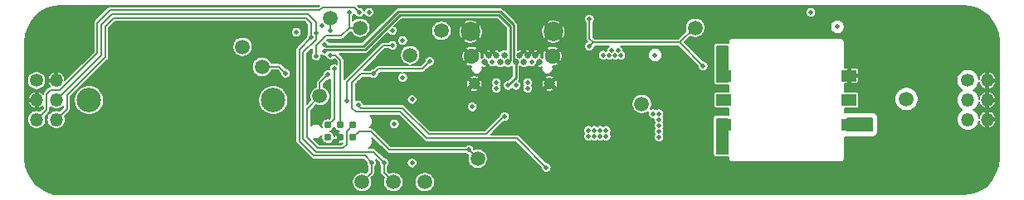
<source format=gbr>
G04 #@! TF.GenerationSoftware,KiCad,Pcbnew,(5.0.2)-1*
G04 #@! TF.CreationDate,2019-02-14T14:33:26-08:00*
G04 #@! TF.ProjectId,nixie_bottom_board,6e697869-655f-4626-9f74-746f6d5f626f,rev?*
G04 #@! TF.SameCoordinates,Original*
G04 #@! TF.FileFunction,Copper,L4,Bot*
G04 #@! TF.FilePolarity,Positive*
%FSLAX46Y46*%
G04 Gerber Fmt 4.6, Leading zero omitted, Abs format (unit mm)*
G04 Created by KiCad (PCBNEW (5.0.2)-1) date 2/14/2019 2:33:26 PM*
%MOMM*%
%LPD*%
G01*
G04 APERTURE LIST*
G04 #@! TA.AperFunction,BGAPad,CuDef*
%ADD10C,1.500000*%
G04 #@! TD*
G04 #@! TA.AperFunction,ComponentPad*
%ADD11C,1.200000*%
G04 #@! TD*
G04 #@! TA.AperFunction,ComponentPad*
%ADD12C,0.650000*%
G04 #@! TD*
G04 #@! TA.AperFunction,ComponentPad*
%ADD13C,2.000000*%
G04 #@! TD*
G04 #@! TA.AperFunction,ComponentPad*
%ADD14C,1.600000*%
G04 #@! TD*
G04 #@! TA.AperFunction,BGAPad,CuDef*
%ADD15C,0.787400*%
G04 #@! TD*
G04 #@! TA.AperFunction,SMDPad,CuDef*
%ADD16R,1.500000X1.170000*%
G04 #@! TD*
G04 #@! TA.AperFunction,ComponentPad*
%ADD17C,1.350000*%
G04 #@! TD*
G04 #@! TA.AperFunction,ComponentPad*
%ADD18O,1.350000X1.350000*%
G04 #@! TD*
G04 #@! TA.AperFunction,ComponentPad*
%ADD19C,0.800000*%
G04 #@! TD*
G04 #@! TA.AperFunction,ComponentPad*
%ADD20C,4.500000*%
G04 #@! TD*
G04 #@! TA.AperFunction,ComponentPad*
%ADD21C,5.000000*%
G04 #@! TD*
G04 #@! TA.AperFunction,ComponentPad*
%ADD22C,2.500000*%
G04 #@! TD*
G04 #@! TA.AperFunction,ViaPad*
%ADD23C,0.508000*%
G04 #@! TD*
G04 #@! TA.AperFunction,Conductor*
%ADD24C,0.200000*%
G04 #@! TD*
G04 #@! TA.AperFunction,Conductor*
%ADD25C,0.250000*%
G04 #@! TD*
G04 #@! TA.AperFunction,Conductor*
%ADD26C,0.150000*%
G04 #@! TD*
G04 APERTURE END LIST*
D10*
G04 #@! TO.P,J18,1*
G04 #@! TO.N,/NRST*
X146500000Y-106000000D03*
G04 #@! TD*
G04 #@! TO.P,J17,1*
G04 #@! TO.N,/SWO*
X130400000Y-99600000D03*
G04 #@! TD*
D11*
G04 #@! TO.P,J1,S1*
G04 #@! TO.N,/GND*
X146155000Y-98310000D03*
X153845000Y-98310000D03*
D12*
G04 #@! TO.P,J1,B11*
X152400000Y-95410000D03*
G04 #@! TO.P,J1,B10*
X151600000Y-95410000D03*
G04 #@! TO.P,J1,B8*
X150800000Y-95410000D03*
G04 #@! TO.P,J1,B5*
G04 #@! TO.N,/CC2*
X149200000Y-95410000D03*
G04 #@! TO.P,J1,B3*
G04 #@! TO.N,/GND*
X148400000Y-95410000D03*
G04 #@! TO.P,J1,B2*
X147600000Y-95410000D03*
G04 #@! TO.P,J1,B12*
X152800000Y-96110000D03*
G04 #@! TO.P,J1,B9*
G04 #@! TO.N,/VBUS*
X151200000Y-96110000D03*
G04 #@! TO.P,J1,B7*
G04 #@! TO.N,/USB_N*
X150400000Y-96110000D03*
G04 #@! TO.P,J1,B6*
G04 #@! TO.N,/USB_P*
X149600000Y-96110000D03*
G04 #@! TO.P,J1,B4*
G04 #@! TO.N,/VBUS*
X148800000Y-96110000D03*
G04 #@! TO.P,J1,B1*
G04 #@! TO.N,/GND*
X147200000Y-96110000D03*
D13*
G04 #@! TO.P,J1,S1*
X154220000Y-92995000D03*
X145780000Y-92995000D03*
D14*
X145870000Y-95510000D03*
X154130000Y-95510000D03*
G04 #@! TD*
D15*
G04 #@! TO.P,J2,6*
G04 #@! TO.N,/NRST*
X133770000Y-103835000D03*
G04 #@! TO.P,J2,5*
G04 #@! TO.N,/SWO*
X133770000Y-102565000D03*
G04 #@! TO.P,J2,4*
G04 #@! TO.N,/GND*
X132500000Y-103835000D03*
G04 #@! TO.P,J2,3*
G04 #@! TO.N,/SWDIO*
X132500000Y-102565000D03*
G04 #@! TO.P,J2,2*
G04 #@! TO.N,/VDD*
X131230000Y-103835000D03*
G04 #@! TO.P,J2,1*
G04 #@! TO.N,/SWCLK*
X131230000Y-102565000D03*
G04 #@! TD*
D10*
G04 #@! TO.P,J16,1*
G04 #@! TO.N,/VBUS*
X163250000Y-100400000D03*
G04 #@! TD*
G04 #@! TO.P,J15,1*
G04 #@! TO.N,/VNIXIE*
X122500000Y-94550000D03*
G04 #@! TD*
G04 #@! TO.P,J12,1*
G04 #@! TO.N,/SDA*
X134700000Y-108400000D03*
G04 #@! TD*
G04 #@! TO.P,J11,1*
G04 #@! TO.N,/SCL*
X137900000Y-108400000D03*
G04 #@! TD*
G04 #@! TO.P,J13,1*
G04 #@! TO.N,/DAC*
X124500000Y-96600000D03*
G04 #@! TD*
G04 #@! TO.P,J14,1*
G04 #@! TO.N,/VDD*
X141100000Y-108400000D03*
G04 #@! TD*
G04 #@! TO.P,J10,1*
G04 #@! TO.N,/32kHz*
X139600000Y-95400000D03*
G04 #@! TD*
G04 #@! TO.P,J9,1*
G04 #@! TO.N,/AMP_EN*
X134500000Y-92600000D03*
G04 #@! TD*
G04 #@! TO.P,J8,1*
G04 #@! TO.N,/HV_OUT*
X190250000Y-99900000D03*
G04 #@! TD*
G04 #@! TO.P,J7,1*
G04 #@! TO.N,/HV_EN*
X168700000Y-92600000D03*
G04 #@! TD*
G04 #@! TO.P,J6,1*
G04 #@! TO.N,/ILM*
X142800000Y-92900000D03*
G04 #@! TD*
D16*
G04 #@! TO.P,T1,1*
G04 #@! TO.N,/GND*
X184400000Y-97500000D03*
G04 #@! TO.P,T1,2*
G04 #@! TO.N,Net-(T1-Pad2)*
X184400000Y-100000000D03*
G04 #@! TO.P,T1,3*
G04 #@! TO.N,Net-(D4-Pad2)*
X184400000Y-102500000D03*
G04 #@! TO.P,T1,4*
G04 #@! TO.N,Net-(Q1-Pad1)*
X171600000Y-102500000D03*
G04 #@! TO.P,T1,6*
G04 #@! TO.N,/HV_IN*
X171600000Y-97500000D03*
G04 #@! TO.P,T1,5*
G04 #@! TO.N,N/C*
X171600000Y-100000000D03*
G04 #@! TD*
D17*
G04 #@! TO.P,J4,1*
G04 #@! TO.N,/VNIXIE*
X101500000Y-98000000D03*
D18*
G04 #@! TO.P,J4,2*
G04 #@! TO.N,/GND*
X103500000Y-98000000D03*
G04 #@! TO.P,J4,3*
X101500000Y-100000000D03*
G04 #@! TO.P,J4,4*
G04 #@! TO.N,/SCL*
X103500000Y-100000000D03*
G04 #@! TO.P,J4,5*
G04 #@! TO.N,/NIXIE_EN*
X101500000Y-102000000D03*
G04 #@! TO.P,J4,6*
G04 #@! TO.N,/SDA*
X103500000Y-102000000D03*
G04 #@! TD*
D17*
G04 #@! TO.P,J3,1*
G04 #@! TO.N,/HV_OUT*
X196500000Y-98000000D03*
D18*
G04 #@! TO.P,J3,2*
G04 #@! TO.N,/GND*
X198500000Y-98000000D03*
G04 #@! TO.P,J3,3*
G04 #@! TO.N,/HV_OUT*
X196500000Y-100000000D03*
G04 #@! TO.P,J3,4*
G04 #@! TO.N,/GND*
X198500000Y-100000000D03*
G04 #@! TO.P,J3,5*
G04 #@! TO.N,/HV_OUT*
X196500000Y-102000000D03*
G04 #@! TO.P,J3,6*
G04 #@! TO.N,/GND*
X198500000Y-102000000D03*
G04 #@! TD*
D10*
G04 #@! TO.P,J5,1*
G04 #@! TO.N,/MCO*
X131500000Y-91600000D03*
G04 #@! TD*
D19*
G04 #@! TO.P,MH1,1*
G04 #@! TO.N,/GND*
X104237437Y-91862563D03*
X104750000Y-93100000D03*
X104237437Y-94337437D03*
X103000000Y-94850000D03*
X101762563Y-94337437D03*
X101250000Y-93100000D03*
X101762563Y-91862563D03*
X103000000Y-91350000D03*
D20*
X103000000Y-93100000D03*
G04 #@! TD*
G04 #@! TO.P,MH2,1*
G04 #@! TO.N,/GND*
X103000000Y-107000000D03*
D19*
X103000000Y-105250000D03*
X101762563Y-105762563D03*
X101250000Y-107000000D03*
X101762563Y-108237437D03*
X103000000Y-108750000D03*
X104237437Y-108237437D03*
X104750000Y-107000000D03*
X104237437Y-105762563D03*
G04 #@! TD*
G04 #@! TO.P,MH3,1*
G04 #@! TO.N,/GND*
X198237437Y-91762563D03*
X198750000Y-93000000D03*
X198237437Y-94237437D03*
X197000000Y-94750000D03*
X195762563Y-94237437D03*
X195250000Y-93000000D03*
X195762563Y-91762563D03*
X197000000Y-91250000D03*
D20*
X197000000Y-93000000D03*
G04 #@! TD*
G04 #@! TO.P,MH4,1*
G04 #@! TO.N,/GND*
X197000000Y-107200000D03*
D19*
X197000000Y-105450000D03*
X195762563Y-105962563D03*
X195250000Y-107200000D03*
X195762563Y-108437437D03*
X197000000Y-108950000D03*
X198237437Y-108437437D03*
X198750000Y-107200000D03*
X198237437Y-105962563D03*
G04 #@! TD*
D21*
G04 #@! TO.P,MH6,1*
G04 #@! TO.N,/GND*
X157000000Y-100000000D03*
D19*
X158875000Y-100000000D03*
X158325825Y-101325825D03*
X157000000Y-101875000D03*
X155674175Y-101325825D03*
X155125000Y-100000000D03*
X155674175Y-98674175D03*
X157000000Y-98125000D03*
X158325825Y-98674175D03*
G04 #@! TD*
G04 #@! TO.P,MH5,1*
G04 #@! TO.N,/GND*
X144325825Y-98674175D03*
X143000000Y-98125000D03*
X141674175Y-98674175D03*
X141125000Y-100000000D03*
X141674175Y-101325825D03*
X143000000Y-101875000D03*
X144325825Y-101325825D03*
X144875000Y-100000000D03*
D21*
X143000000Y-100000000D03*
G04 #@! TD*
D22*
G04 #@! TO.P,BT1,1*
G04 #@! TO.N,N/C*
X106850000Y-100000000D03*
G04 #@! TO.N,Net-(BT1-Pad1)*
X125650000Y-100000000D03*
G04 #@! TD*
D23*
G04 #@! TO.N,Net-(Q1-Pad1)*
X171200000Y-105200000D03*
X171800000Y-105200000D03*
X171200000Y-104600000D03*
X171800000Y-104600000D03*
X171200000Y-104000000D03*
X171800000Y-104000000D03*
X171200000Y-103400000D03*
X171800000Y-103400000D03*
X171200000Y-102800000D03*
X171800000Y-102800000D03*
X171200000Y-102200000D03*
X171800000Y-102200000D03*
G04 #@! TO.N,/HV_OUT*
X164600000Y-95400000D03*
X190250000Y-99900000D03*
X183200000Y-92500000D03*
G04 #@! TO.N,/VDD*
X130600000Y-92400000D03*
X139800000Y-106450000D03*
X145950000Y-100700000D03*
X141100000Y-108400000D03*
X138000000Y-102450000D03*
X139800000Y-99950000D03*
X128000000Y-93050000D03*
X159600000Y-103100000D03*
X159000000Y-103100000D03*
X158400000Y-103100000D03*
X157800000Y-103100000D03*
X138850000Y-97700000D03*
X138850000Y-93900000D03*
X159600000Y-103700000D03*
X159000000Y-103700000D03*
X157800000Y-103700000D03*
X158400000Y-103700000D03*
X131230000Y-103835000D03*
G04 #@! TO.N,/VNIXIE*
X122500000Y-94550000D03*
G04 #@! TO.N,/SCL*
X130000000Y-93100000D03*
X136950000Y-106400000D03*
G04 #@! TO.N,/SDA*
X129500000Y-93600000D03*
X135675000Y-106400000D03*
G04 #@! TO.N,/HV_EN*
X169500000Y-96500000D03*
X157900000Y-94500000D03*
X157900000Y-91700000D03*
G04 #@! TO.N,/SWO*
X131225000Y-97400000D03*
G04 #@! TO.N,/NRST*
X137800000Y-94400000D03*
X145600000Y-105100000D03*
X133770000Y-103835000D03*
X133135000Y-100100000D03*
G04 #@! TO.N,/DAC*
X135400000Y-91000000D03*
X126900000Y-97250000D03*
G04 #@! TO.N,/USB_N*
X149600000Y-98500000D03*
X130900000Y-94325000D03*
G04 #@! TO.N,/USB_P*
X130900000Y-94975000D03*
X150400000Y-98500000D03*
G04 #@! TO.N,Net-(D4-Pad2)*
X184000000Y-102800000D03*
X184600000Y-102800000D03*
X185800000Y-102800000D03*
X186400000Y-102800000D03*
X186400000Y-102200000D03*
X185800000Y-102200000D03*
X184600000Y-102200000D03*
X184000000Y-102200000D03*
X185200000Y-102200000D03*
X185200000Y-102800000D03*
G04 #@! TO.N,/SWDIO*
X131500000Y-95400000D03*
G04 #@! TO.N,/SWCLK*
X131875000Y-96800000D03*
G04 #@! TO.N,/HV_IN*
X171800000Y-94800000D03*
X171200000Y-94800000D03*
X171200000Y-95400000D03*
X171800000Y-95400000D03*
X171800000Y-97200000D03*
X171800000Y-97800000D03*
X171200000Y-97200000D03*
X171200000Y-97800000D03*
X171800000Y-96600000D03*
X171200000Y-96600000D03*
X171200000Y-96000000D03*
X171800000Y-96000000D03*
G04 #@! TO.N,/USB*
X149250000Y-101700000D03*
X134300000Y-100500000D03*
G04 #@! TO.N,/ILM*
X142800000Y-92900000D03*
G04 #@! TO.N,/32kHz*
X139600000Y-95400000D03*
G04 #@! TO.N,/AMP_EN*
X130000000Y-95500000D03*
X133400000Y-91000000D03*
G04 #@! TO.N,/NIXIE_EN*
X134400000Y-91000000D03*
G04 #@! TO.N,/MCO*
X131500000Y-92900000D03*
G04 #@! TO.N,Net-(R2-Pad1)*
X135900000Y-97300000D03*
X153500000Y-106900000D03*
X141600000Y-96050000D03*
G04 #@! TO.N,Net-(R20-Pad2)*
X137800000Y-92900000D03*
X180500000Y-91000000D03*
G04 #@! TO.N,/GND*
X134500000Y-93800000D03*
X133900000Y-93800000D03*
X133300000Y-93800000D03*
X134500000Y-95500000D03*
X133900000Y-95500000D03*
X133300000Y-95500000D03*
X171900000Y-101300000D03*
X171300000Y-101300000D03*
X167687500Y-99668750D03*
X168512500Y-99668750D03*
X168512500Y-98956250D03*
X167687500Y-98956250D03*
X167687500Y-98243750D03*
X168512500Y-98243750D03*
X168512500Y-97531250D03*
X167687500Y-97531250D03*
X128000000Y-92250000D03*
X166350000Y-100800000D03*
X165750000Y-100800000D03*
X164600000Y-99750000D03*
X164500000Y-92800000D03*
X162100000Y-95200000D03*
X162700000Y-95200000D03*
X163300000Y-95200000D03*
X129800000Y-101300000D03*
X130900000Y-96300000D03*
X137900000Y-97800000D03*
X157900000Y-106700000D03*
X158500000Y-106700000D03*
X159100000Y-106700000D03*
X159700000Y-106700000D03*
X163000000Y-105000000D03*
X163000000Y-105600000D03*
X163000000Y-106200000D03*
X163000000Y-106800000D03*
X163000000Y-107400000D03*
X165100000Y-92800000D03*
X164500000Y-93400000D03*
X165100000Y-93400000D03*
X150000000Y-100700000D03*
X165850000Y-96150000D03*
X166450000Y-96150000D03*
X166450000Y-95550000D03*
X165850000Y-95550000D03*
X151700000Y-102550000D03*
X172600000Y-93500000D03*
X173200000Y-93500000D03*
X173800000Y-93500000D03*
X157900000Y-106100000D03*
X159100000Y-106100000D03*
X159700000Y-106100000D03*
X158500000Y-106100000D03*
X132500000Y-103835000D03*
X174400000Y-93500000D03*
G04 #@! TO.N,/VBUS*
X165000000Y-101400000D03*
X164400000Y-101400000D03*
X165000000Y-102000000D03*
X165000000Y-102600000D03*
X165000000Y-103200000D03*
X160200000Y-94900000D03*
X159300000Y-95400000D03*
X159900000Y-95400000D03*
X160500000Y-95400000D03*
X161100000Y-95400000D03*
X160800000Y-94900000D03*
X151600000Y-98200000D03*
X151600000Y-98800000D03*
X148400000Y-98200000D03*
X148400000Y-98800000D03*
X148000000Y-96100000D03*
X165000000Y-103800000D03*
X152000000Y-96100000D03*
X163250000Y-100400000D03*
G04 #@! TD*
D24*
G04 #@! TO.N,/SCL*
X130000000Y-92000000D02*
X130000000Y-93100000D01*
X129200000Y-91200000D02*
X130000000Y-92000000D01*
X109200000Y-91200000D02*
X129200000Y-91200000D01*
X108100000Y-92300000D02*
X109200000Y-91200000D01*
X103500000Y-100000000D02*
X108100000Y-95400000D01*
X108100000Y-95400000D02*
X108100000Y-92300000D01*
X135850000Y-105300000D02*
X136950000Y-106400000D01*
X130000000Y-105300000D02*
X135850000Y-105300000D01*
X128700000Y-104000000D02*
X130000000Y-105300000D01*
X128700000Y-95100000D02*
X128700000Y-104000000D01*
X130000000Y-93100000D02*
X130000000Y-93800000D01*
X130000000Y-93800000D02*
X128700000Y-95100000D01*
X136950000Y-107450000D02*
X137900000Y-108400000D01*
X136950000Y-106400000D02*
X136950000Y-107450000D01*
G04 #@! TO.N,/SDA*
X129000000Y-91600000D02*
X129500000Y-92100000D01*
X104600000Y-100900000D02*
X104600000Y-99500000D01*
X103500000Y-102000000D02*
X104600000Y-100900000D01*
X104600000Y-99500000D02*
X108500000Y-95600000D01*
X129500000Y-92100000D02*
X129500000Y-93600000D01*
X108500000Y-95600000D02*
X108500000Y-92500000D01*
X108500000Y-92500000D02*
X109400000Y-91600000D01*
X109400000Y-91600000D02*
X129000000Y-91600000D01*
X134975000Y-105700000D02*
X135675000Y-106400000D01*
X129800000Y-105700000D02*
X134975000Y-105700000D01*
X128300000Y-104200000D02*
X129800000Y-105700000D01*
X129500000Y-93600000D02*
X128300000Y-94800000D01*
X128300000Y-94800000D02*
X128300000Y-104200000D01*
X135675000Y-107425000D02*
X134700000Y-108400000D01*
X135675000Y-106400000D02*
X135675000Y-107425000D01*
G04 #@! TO.N,/HV_EN*
X168200000Y-92600000D02*
X168100000Y-92600000D01*
X167100000Y-94100000D02*
X169500000Y-96500000D01*
X168600000Y-92600000D02*
X168700000Y-92600000D01*
X167100000Y-94100000D02*
X168600000Y-92600000D01*
X158300000Y-94100000D02*
X167100000Y-94100000D01*
X157900000Y-94500000D02*
X158300000Y-94100000D01*
X157900000Y-91700000D02*
X157900000Y-93700000D01*
X157900000Y-93700000D02*
X158300000Y-94100000D01*
G04 #@! TO.N,/SWO*
X131225000Y-97400000D02*
X130400000Y-98225000D01*
X129100000Y-103800000D02*
X130200000Y-104900000D01*
X130400000Y-99600000D02*
X129100000Y-100900000D01*
X129100000Y-100900000D02*
X129100000Y-103800000D01*
X130400000Y-99600000D02*
X130400000Y-98225000D01*
X133770000Y-102565000D02*
X133125000Y-103210000D01*
X133125000Y-104525000D02*
X132750000Y-104900000D01*
X133125000Y-103210000D02*
X133125000Y-104525000D01*
X130200000Y-104900000D02*
X132750000Y-104900000D01*
G04 #@! TO.N,/NRST*
X135600000Y-103200000D02*
X137500000Y-105100000D01*
X134405000Y-103200000D02*
X135600000Y-103200000D01*
X145600000Y-105100000D02*
X146500000Y-106000000D01*
X137500000Y-105100000D02*
X145600000Y-105100000D01*
X133770000Y-103835000D02*
X134405000Y-103200000D01*
X136900000Y-94400000D02*
X137800000Y-94400000D01*
X133135000Y-100100000D02*
X133135000Y-98165000D01*
X133135000Y-98165000D02*
X136900000Y-94400000D01*
G04 #@! TO.N,/DAC*
X124650000Y-96450000D02*
X124500000Y-96600000D01*
X126250000Y-96600000D02*
X124500000Y-96600000D01*
X126900000Y-97250000D02*
X126250000Y-96600000D01*
D25*
G04 #@! TO.N,/USB_N*
X150400000Y-97700000D02*
X150400000Y-96110000D01*
X149600000Y-98500000D02*
X150400000Y-97700000D01*
X150188500Y-95898500D02*
X150400000Y-96110000D01*
X150188500Y-92321920D02*
X150188500Y-95898500D01*
X148778080Y-90911500D02*
X150188500Y-92321920D01*
X130900000Y-94325000D02*
X131036500Y-94461500D01*
X131036500Y-94461500D02*
X134871920Y-94461500D01*
X134871920Y-94461500D02*
X138421920Y-90911500D01*
X138421920Y-90911500D02*
X148778080Y-90911500D01*
G04 #@! TO.N,/USB_P*
X149811500Y-95898500D02*
X149600000Y-96110000D01*
X149811500Y-92478080D02*
X149811500Y-95898500D01*
X148621920Y-91288500D02*
X149811500Y-92478080D01*
X138578080Y-91288500D02*
X148621920Y-91288500D01*
X135028080Y-94838500D02*
X138578080Y-91288500D01*
X130900000Y-94975000D02*
X131036500Y-94838500D01*
X131036500Y-94838500D02*
X135028080Y-94838500D01*
D24*
G04 #@! TO.N,/SWDIO*
X131500000Y-95400000D02*
X132000000Y-95400000D01*
X132500000Y-102565000D02*
X132500000Y-95900000D01*
X132000000Y-95400000D02*
X132500000Y-95900000D01*
G04 #@! TO.N,/SWCLK*
X131875000Y-101920000D02*
X131875000Y-96800000D01*
X131230000Y-102565000D02*
X131875000Y-101920000D01*
G04 #@! TO.N,/USB*
X134300000Y-100500000D02*
X134600000Y-100800000D01*
X134600000Y-100800000D02*
X138800000Y-100800000D01*
X138800000Y-100800000D02*
X141500000Y-103500000D01*
X141500000Y-103500000D02*
X147350000Y-103500000D01*
X147350000Y-103500000D02*
X149250000Y-101600000D01*
G04 #@! TO.N,/AMP_EN*
X133400000Y-92600000D02*
X133400000Y-91000000D01*
X134500000Y-92600000D02*
X133400000Y-92600000D01*
X132600000Y-93400000D02*
X133400000Y-92600000D01*
X131000000Y-93400000D02*
X132600000Y-93400000D01*
X130000000Y-95500000D02*
X130000000Y-94400000D01*
X130000000Y-94400000D02*
X131000000Y-93400000D01*
G04 #@! TO.N,/NIXIE_EN*
X130700000Y-90500000D02*
X133900000Y-90500000D01*
X130400000Y-90800000D02*
X130700000Y-90500000D01*
X109000000Y-90800000D02*
X130400000Y-90800000D01*
X102500000Y-101000000D02*
X102500000Y-99400000D01*
X107700000Y-92100000D02*
X109000000Y-90800000D01*
X101500000Y-102000000D02*
X102500000Y-101000000D01*
X102500000Y-99400000D02*
X102900000Y-99000000D01*
X133900000Y-90500000D02*
X134400000Y-91000000D01*
X102900000Y-99000000D02*
X103900000Y-99000000D01*
X103900000Y-99000000D02*
X107700000Y-95200000D01*
X107700000Y-95200000D02*
X107700000Y-92100000D01*
G04 #@! TO.N,/MCO*
X131500000Y-92900000D02*
X131500000Y-91600000D01*
G04 #@! TO.N,Net-(R2-Pad1)*
X136400000Y-96800000D02*
X135900000Y-97300000D01*
X141600000Y-96050000D02*
X140850000Y-96800000D01*
X140850000Y-96800000D02*
X136400000Y-96800000D01*
X150500000Y-103900000D02*
X153500000Y-106900000D01*
X141300000Y-103900000D02*
X150500000Y-103900000D01*
X134600000Y-97300000D02*
X133700000Y-98200000D01*
X135900000Y-97300000D02*
X134600000Y-97300000D01*
X133700000Y-100800000D02*
X134100000Y-101200000D01*
X133700000Y-98200000D02*
X133700000Y-100800000D01*
X134100000Y-101200000D02*
X138600000Y-101200000D01*
X138600000Y-101200000D02*
X141300000Y-103900000D01*
G04 #@! TD*
D26*
G04 #@! TO.N,/GND*
G36*
X130244671Y-90425000D02*
X109018416Y-90425000D01*
X109000000Y-90423186D01*
X108981584Y-90425000D01*
X108981581Y-90425000D01*
X108926487Y-90430426D01*
X108855800Y-90451869D01*
X108838433Y-90461152D01*
X108790653Y-90486690D01*
X108762779Y-90509566D01*
X108733552Y-90533552D01*
X108721810Y-90547860D01*
X107447862Y-91821809D01*
X107433553Y-91833552D01*
X107415960Y-91854989D01*
X107386691Y-91890654D01*
X107355969Y-91948131D01*
X107351870Y-91955800D01*
X107339876Y-91995340D01*
X107330427Y-92026488D01*
X107323186Y-92100000D01*
X107325001Y-92118426D01*
X107325000Y-95044670D01*
X104400000Y-97969671D01*
X104400000Y-97874998D01*
X104334439Y-97874998D01*
X104360750Y-97737113D01*
X104294538Y-97577242D01*
X104196795Y-97430359D01*
X104072275Y-97305367D01*
X103925763Y-97207069D01*
X103762889Y-97139243D01*
X103625000Y-97164965D01*
X103625000Y-97875000D01*
X103645000Y-97875000D01*
X103645000Y-98125000D01*
X103625000Y-98125000D01*
X103625000Y-98145000D01*
X103375000Y-98145000D01*
X103375000Y-98125000D01*
X102665561Y-98125000D01*
X102639250Y-98262887D01*
X102705462Y-98422758D01*
X102803205Y-98569641D01*
X102860430Y-98627083D01*
X102826487Y-98630426D01*
X102755800Y-98651869D01*
X102755798Y-98651870D01*
X102690652Y-98686691D01*
X102663870Y-98708671D01*
X102633552Y-98733552D01*
X102621810Y-98747860D01*
X102247861Y-99121810D01*
X102233553Y-99133552D01*
X102221811Y-99147860D01*
X102186691Y-99190654D01*
X102165432Y-99230427D01*
X102151870Y-99255800D01*
X102130879Y-99324999D01*
X102130427Y-99326488D01*
X102127088Y-99360388D01*
X102072275Y-99305367D01*
X101925763Y-99207069D01*
X101762889Y-99139243D01*
X101625000Y-99164965D01*
X101625000Y-99875000D01*
X101645000Y-99875000D01*
X101645000Y-100125000D01*
X101625000Y-100125000D01*
X101625000Y-100835035D01*
X101762889Y-100860757D01*
X101925763Y-100792931D01*
X102072275Y-100694633D01*
X102125000Y-100641708D01*
X102125000Y-100844670D01*
X101854792Y-101114878D01*
X101686232Y-101063746D01*
X101546665Y-101050000D01*
X101453335Y-101050000D01*
X101313768Y-101063746D01*
X101134692Y-101118068D01*
X100969655Y-101206282D01*
X100824999Y-101324999D01*
X100706282Y-101469655D01*
X100618068Y-101634692D01*
X100563746Y-101813768D01*
X100545404Y-102000000D01*
X100563746Y-102186232D01*
X100618068Y-102365308D01*
X100706282Y-102530345D01*
X100824999Y-102675001D01*
X100969655Y-102793718D01*
X101134692Y-102881932D01*
X101313768Y-102936254D01*
X101453335Y-102950000D01*
X101546665Y-102950000D01*
X101686232Y-102936254D01*
X101865308Y-102881932D01*
X102030345Y-102793718D01*
X102175001Y-102675001D01*
X102293718Y-102530345D01*
X102381932Y-102365308D01*
X102436254Y-102186232D01*
X102454596Y-102000000D01*
X102436254Y-101813768D01*
X102385122Y-101645208D01*
X102752140Y-101278190D01*
X102766448Y-101266448D01*
X102795370Y-101231206D01*
X102813310Y-101209347D01*
X102843886Y-101152141D01*
X102848131Y-101144200D01*
X102869574Y-101073513D01*
X102875000Y-101018419D01*
X102875000Y-101018416D01*
X102876814Y-101000000D01*
X102875000Y-100981584D01*
X102875000Y-100716036D01*
X102969655Y-100793718D01*
X103134692Y-100881932D01*
X103313768Y-100936254D01*
X103453335Y-100950000D01*
X103546665Y-100950000D01*
X103686232Y-100936254D01*
X103865308Y-100881932D01*
X104030345Y-100793718D01*
X104175001Y-100675001D01*
X104225000Y-100614077D01*
X104225000Y-100744670D01*
X103854792Y-101114878D01*
X103686232Y-101063746D01*
X103546665Y-101050000D01*
X103453335Y-101050000D01*
X103313768Y-101063746D01*
X103134692Y-101118068D01*
X102969655Y-101206282D01*
X102824999Y-101324999D01*
X102706282Y-101469655D01*
X102618068Y-101634692D01*
X102563746Y-101813768D01*
X102545404Y-102000000D01*
X102563746Y-102186232D01*
X102618068Y-102365308D01*
X102706282Y-102530345D01*
X102824999Y-102675001D01*
X102969655Y-102793718D01*
X103134692Y-102881932D01*
X103313768Y-102936254D01*
X103453335Y-102950000D01*
X103546665Y-102950000D01*
X103686232Y-102936254D01*
X103865308Y-102881932D01*
X104030345Y-102793718D01*
X104175001Y-102675001D01*
X104293718Y-102530345D01*
X104381932Y-102365308D01*
X104436254Y-102186232D01*
X104454596Y-102000000D01*
X104436254Y-101813768D01*
X104385122Y-101645208D01*
X104852141Y-101178189D01*
X104866448Y-101166448D01*
X104913309Y-101109347D01*
X104948131Y-101044200D01*
X104969574Y-100973513D01*
X104975000Y-100918419D01*
X104975000Y-100918416D01*
X104976814Y-100900000D01*
X104975000Y-100881581D01*
X104975000Y-99849801D01*
X105325000Y-99849801D01*
X105325000Y-100150199D01*
X105383605Y-100444826D01*
X105498562Y-100722358D01*
X105665455Y-100972131D01*
X105877869Y-101184545D01*
X106127642Y-101351438D01*
X106405174Y-101466395D01*
X106699801Y-101525000D01*
X107000199Y-101525000D01*
X107294826Y-101466395D01*
X107572358Y-101351438D01*
X107822131Y-101184545D01*
X108034545Y-100972131D01*
X108201438Y-100722358D01*
X108316395Y-100444826D01*
X108375000Y-100150199D01*
X108375000Y-99849801D01*
X124125000Y-99849801D01*
X124125000Y-100150199D01*
X124183605Y-100444826D01*
X124298562Y-100722358D01*
X124465455Y-100972131D01*
X124677869Y-101184545D01*
X124927642Y-101351438D01*
X125205174Y-101466395D01*
X125499801Y-101525000D01*
X125800199Y-101525000D01*
X126094826Y-101466395D01*
X126372358Y-101351438D01*
X126622131Y-101184545D01*
X126834545Y-100972131D01*
X127001438Y-100722358D01*
X127116395Y-100444826D01*
X127175000Y-100150199D01*
X127175000Y-99849801D01*
X127116395Y-99555174D01*
X127001438Y-99277642D01*
X126834545Y-99027869D01*
X126622131Y-98815455D01*
X126372358Y-98648562D01*
X126094826Y-98533605D01*
X125800199Y-98475000D01*
X125499801Y-98475000D01*
X125205174Y-98533605D01*
X124927642Y-98648562D01*
X124677869Y-98815455D01*
X124465455Y-99027869D01*
X124298562Y-99277642D01*
X124183605Y-99555174D01*
X124125000Y-99849801D01*
X108375000Y-99849801D01*
X108316395Y-99555174D01*
X108201438Y-99277642D01*
X108034545Y-99027869D01*
X107822131Y-98815455D01*
X107572358Y-98648562D01*
X107294826Y-98533605D01*
X107000199Y-98475000D01*
X106699801Y-98475000D01*
X106405174Y-98533605D01*
X106127642Y-98648562D01*
X105877869Y-98815455D01*
X105665455Y-99027869D01*
X105498562Y-99277642D01*
X105383605Y-99555174D01*
X105325000Y-99849801D01*
X104975000Y-99849801D01*
X104975000Y-99655329D01*
X108131283Y-96499046D01*
X123475000Y-96499046D01*
X123475000Y-96700954D01*
X123514390Y-96898982D01*
X123591656Y-97085520D01*
X123703830Y-97253400D01*
X123846600Y-97396170D01*
X124014480Y-97508344D01*
X124201018Y-97585610D01*
X124399046Y-97625000D01*
X124600954Y-97625000D01*
X124798982Y-97585610D01*
X124985520Y-97508344D01*
X125153400Y-97396170D01*
X125296170Y-97253400D01*
X125408344Y-97085520D01*
X125454123Y-96975000D01*
X126094671Y-96975000D01*
X126371000Y-97251330D01*
X126371000Y-97302102D01*
X126391329Y-97404304D01*
X126431206Y-97500576D01*
X126489099Y-97587218D01*
X126562782Y-97660901D01*
X126649424Y-97718794D01*
X126745696Y-97758671D01*
X126847898Y-97779000D01*
X126952102Y-97779000D01*
X127054304Y-97758671D01*
X127150576Y-97718794D01*
X127237218Y-97660901D01*
X127310901Y-97587218D01*
X127368794Y-97500576D01*
X127408671Y-97404304D01*
X127429000Y-97302102D01*
X127429000Y-97197898D01*
X127408671Y-97095696D01*
X127368794Y-96999424D01*
X127310901Y-96912782D01*
X127237218Y-96839099D01*
X127150576Y-96781206D01*
X127054304Y-96741329D01*
X126952102Y-96721000D01*
X126901330Y-96721000D01*
X126528195Y-96347866D01*
X126516448Y-96333552D01*
X126459347Y-96286691D01*
X126394200Y-96251869D01*
X126323513Y-96230426D01*
X126268419Y-96225000D01*
X126268416Y-96225000D01*
X126250000Y-96223186D01*
X126231584Y-96225000D01*
X125454123Y-96225000D01*
X125408344Y-96114480D01*
X125296170Y-95946600D01*
X125153400Y-95803830D01*
X124985520Y-95691656D01*
X124798982Y-95614390D01*
X124600954Y-95575000D01*
X124399046Y-95575000D01*
X124201018Y-95614390D01*
X124014480Y-95691656D01*
X123846600Y-95803830D01*
X123703830Y-95946600D01*
X123591656Y-96114480D01*
X123514390Y-96301018D01*
X123475000Y-96499046D01*
X108131283Y-96499046D01*
X108752140Y-95878190D01*
X108766448Y-95866448D01*
X108813309Y-95809347D01*
X108848131Y-95744200D01*
X108869574Y-95673513D01*
X108875000Y-95618419D01*
X108875000Y-95618416D01*
X108876814Y-95600000D01*
X108875000Y-95581584D01*
X108875000Y-94449046D01*
X121475000Y-94449046D01*
X121475000Y-94650954D01*
X121514390Y-94848982D01*
X121591656Y-95035520D01*
X121703830Y-95203400D01*
X121846600Y-95346170D01*
X122014480Y-95458344D01*
X122201018Y-95535610D01*
X122399046Y-95575000D01*
X122600954Y-95575000D01*
X122798982Y-95535610D01*
X122985520Y-95458344D01*
X123153400Y-95346170D01*
X123296170Y-95203400D01*
X123408344Y-95035520D01*
X123485610Y-94848982D01*
X123525000Y-94650954D01*
X123525000Y-94449046D01*
X123485610Y-94251018D01*
X123408344Y-94064480D01*
X123296170Y-93896600D01*
X123153400Y-93753830D01*
X122985520Y-93641656D01*
X122798982Y-93564390D01*
X122600954Y-93525000D01*
X122399046Y-93525000D01*
X122201018Y-93564390D01*
X122014480Y-93641656D01*
X121846600Y-93753830D01*
X121703830Y-93896600D01*
X121591656Y-94064480D01*
X121514390Y-94251018D01*
X121475000Y-94449046D01*
X108875000Y-94449046D01*
X108875000Y-92997898D01*
X127471000Y-92997898D01*
X127471000Y-93102102D01*
X127491329Y-93204304D01*
X127531206Y-93300576D01*
X127589099Y-93387218D01*
X127662782Y-93460901D01*
X127749424Y-93518794D01*
X127845696Y-93558671D01*
X127947898Y-93579000D01*
X128052102Y-93579000D01*
X128154304Y-93558671D01*
X128250576Y-93518794D01*
X128337218Y-93460901D01*
X128410901Y-93387218D01*
X128468794Y-93300576D01*
X128508671Y-93204304D01*
X128529000Y-93102102D01*
X128529000Y-92997898D01*
X128508671Y-92895696D01*
X128468794Y-92799424D01*
X128410901Y-92712782D01*
X128337218Y-92639099D01*
X128250576Y-92581206D01*
X128154304Y-92541329D01*
X128052102Y-92521000D01*
X127947898Y-92521000D01*
X127845696Y-92541329D01*
X127749424Y-92581206D01*
X127662782Y-92639099D01*
X127589099Y-92712782D01*
X127531206Y-92799424D01*
X127491329Y-92895696D01*
X127471000Y-92997898D01*
X108875000Y-92997898D01*
X108875000Y-92655329D01*
X109555330Y-91975000D01*
X128844671Y-91975000D01*
X129125000Y-92255330D01*
X129125001Y-93226880D01*
X129089099Y-93262782D01*
X129031206Y-93349424D01*
X128991329Y-93445696D01*
X128971000Y-93547898D01*
X128971000Y-93598669D01*
X128047866Y-94521805D01*
X128033552Y-94533552D01*
X127986691Y-94590654D01*
X127951869Y-94655801D01*
X127930426Y-94726488D01*
X127925470Y-94776814D01*
X127923186Y-94800000D01*
X127925000Y-94818416D01*
X127925001Y-104181574D01*
X127923186Y-104200000D01*
X127927797Y-104246811D01*
X127930427Y-104273513D01*
X127935995Y-104291868D01*
X127951870Y-104344200D01*
X127982318Y-104401163D01*
X127986692Y-104409347D01*
X128033553Y-104466448D01*
X128047862Y-104478191D01*
X129521809Y-105952139D01*
X129533552Y-105966448D01*
X129590653Y-106013309D01*
X129655800Y-106048131D01*
X129726487Y-106069574D01*
X129781581Y-106075000D01*
X129781583Y-106075000D01*
X129799999Y-106076814D01*
X129818415Y-106075000D01*
X134819671Y-106075000D01*
X135146000Y-106401330D01*
X135146000Y-106452102D01*
X135166329Y-106554304D01*
X135206206Y-106650576D01*
X135264099Y-106737218D01*
X135300000Y-106773119D01*
X135300001Y-107269668D01*
X135109501Y-107460168D01*
X134998982Y-107414390D01*
X134800954Y-107375000D01*
X134599046Y-107375000D01*
X134401018Y-107414390D01*
X134214480Y-107491656D01*
X134046600Y-107603830D01*
X133903830Y-107746600D01*
X133791656Y-107914480D01*
X133714390Y-108101018D01*
X133675000Y-108299046D01*
X133675000Y-108500954D01*
X133714390Y-108698982D01*
X133791656Y-108885520D01*
X133903830Y-109053400D01*
X134046600Y-109196170D01*
X134214480Y-109308344D01*
X134401018Y-109385610D01*
X134599046Y-109425000D01*
X134800954Y-109425000D01*
X134998982Y-109385610D01*
X135185520Y-109308344D01*
X135353400Y-109196170D01*
X135496170Y-109053400D01*
X135608344Y-108885520D01*
X135685610Y-108698982D01*
X135725000Y-108500954D01*
X135725000Y-108299046D01*
X135685610Y-108101018D01*
X135639832Y-107990499D01*
X135927145Y-107703186D01*
X135941448Y-107691448D01*
X135953186Y-107677145D01*
X135953189Y-107677142D01*
X135988309Y-107634347D01*
X136023130Y-107569202D01*
X136027136Y-107555996D01*
X136044574Y-107498513D01*
X136050000Y-107443419D01*
X136050000Y-107443417D01*
X136051814Y-107425001D01*
X136050000Y-107406585D01*
X136050000Y-106773119D01*
X136085901Y-106737218D01*
X136143794Y-106650576D01*
X136183671Y-106554304D01*
X136204000Y-106452102D01*
X136204000Y-106347898D01*
X136183671Y-106245696D01*
X136143794Y-106149424D01*
X136092845Y-106073175D01*
X136421000Y-106401330D01*
X136421000Y-106452102D01*
X136441329Y-106554304D01*
X136481206Y-106650576D01*
X136539099Y-106737218D01*
X136575000Y-106773119D01*
X136575001Y-107431574D01*
X136573186Y-107450000D01*
X136580427Y-107523512D01*
X136601870Y-107594200D01*
X136629647Y-107646166D01*
X136636692Y-107659347D01*
X136683553Y-107716448D01*
X136697862Y-107728191D01*
X136960169Y-107990498D01*
X136914390Y-108101018D01*
X136875000Y-108299046D01*
X136875000Y-108500954D01*
X136914390Y-108698982D01*
X136991656Y-108885520D01*
X137103830Y-109053400D01*
X137246600Y-109196170D01*
X137414480Y-109308344D01*
X137601018Y-109385610D01*
X137799046Y-109425000D01*
X138000954Y-109425000D01*
X138198982Y-109385610D01*
X138385520Y-109308344D01*
X138553400Y-109196170D01*
X138696170Y-109053400D01*
X138808344Y-108885520D01*
X138885610Y-108698982D01*
X138925000Y-108500954D01*
X138925000Y-108299046D01*
X140075000Y-108299046D01*
X140075000Y-108500954D01*
X140114390Y-108698982D01*
X140191656Y-108885520D01*
X140303830Y-109053400D01*
X140446600Y-109196170D01*
X140614480Y-109308344D01*
X140801018Y-109385610D01*
X140999046Y-109425000D01*
X141200954Y-109425000D01*
X141398982Y-109385610D01*
X141585520Y-109308344D01*
X141753400Y-109196170D01*
X141896170Y-109053400D01*
X142008344Y-108885520D01*
X142085610Y-108698982D01*
X142125000Y-108500954D01*
X142125000Y-108299046D01*
X142085610Y-108101018D01*
X142008344Y-107914480D01*
X141896170Y-107746600D01*
X141753400Y-107603830D01*
X141585520Y-107491656D01*
X141398982Y-107414390D01*
X141200954Y-107375000D01*
X140999046Y-107375000D01*
X140801018Y-107414390D01*
X140614480Y-107491656D01*
X140446600Y-107603830D01*
X140303830Y-107746600D01*
X140191656Y-107914480D01*
X140114390Y-108101018D01*
X140075000Y-108299046D01*
X138925000Y-108299046D01*
X138885610Y-108101018D01*
X138808344Y-107914480D01*
X138696170Y-107746600D01*
X138553400Y-107603830D01*
X138385520Y-107491656D01*
X138198982Y-107414390D01*
X138000954Y-107375000D01*
X137799046Y-107375000D01*
X137601018Y-107414390D01*
X137490498Y-107460169D01*
X137325000Y-107294671D01*
X137325000Y-106773119D01*
X137360901Y-106737218D01*
X137418794Y-106650576D01*
X137458671Y-106554304D01*
X137479000Y-106452102D01*
X137479000Y-106397898D01*
X139271000Y-106397898D01*
X139271000Y-106502102D01*
X139291329Y-106604304D01*
X139331206Y-106700576D01*
X139389099Y-106787218D01*
X139462782Y-106860901D01*
X139549424Y-106918794D01*
X139645696Y-106958671D01*
X139747898Y-106979000D01*
X139852102Y-106979000D01*
X139954304Y-106958671D01*
X140050576Y-106918794D01*
X140137218Y-106860901D01*
X140210901Y-106787218D01*
X140268794Y-106700576D01*
X140308671Y-106604304D01*
X140329000Y-106502102D01*
X140329000Y-106397898D01*
X140308671Y-106295696D01*
X140268794Y-106199424D01*
X140210901Y-106112782D01*
X140137218Y-106039099D01*
X140050576Y-105981206D01*
X139954304Y-105941329D01*
X139852102Y-105921000D01*
X139747898Y-105921000D01*
X139645696Y-105941329D01*
X139549424Y-105981206D01*
X139462782Y-106039099D01*
X139389099Y-106112782D01*
X139331206Y-106199424D01*
X139291329Y-106295696D01*
X139271000Y-106397898D01*
X137479000Y-106397898D01*
X137479000Y-106347898D01*
X137458671Y-106245696D01*
X137418794Y-106149424D01*
X137360901Y-106062782D01*
X137287218Y-105989099D01*
X137200576Y-105931206D01*
X137104304Y-105891329D01*
X137002102Y-105871000D01*
X136951330Y-105871000D01*
X136128195Y-105047866D01*
X136116448Y-105033552D01*
X136059347Y-104986691D01*
X135994200Y-104951869D01*
X135923513Y-104930426D01*
X135868419Y-104925000D01*
X135868416Y-104925000D01*
X135850000Y-104923186D01*
X135831584Y-104925000D01*
X135341214Y-104925000D01*
X135404874Y-104898631D01*
X135531038Y-104814331D01*
X135638331Y-104707038D01*
X135722631Y-104580874D01*
X135780698Y-104440688D01*
X135810300Y-104291868D01*
X135810300Y-104140132D01*
X135780698Y-103991312D01*
X135723928Y-103854257D01*
X137221809Y-105352139D01*
X137233552Y-105366448D01*
X137290653Y-105413309D01*
X137355800Y-105448131D01*
X137426487Y-105469574D01*
X137481581Y-105475000D01*
X137481584Y-105475000D01*
X137500000Y-105476814D01*
X137518416Y-105475000D01*
X145226881Y-105475000D01*
X145262782Y-105510901D01*
X145349424Y-105568794D01*
X145445696Y-105608671D01*
X145544501Y-105628324D01*
X145514390Y-105701018D01*
X145475000Y-105899046D01*
X145475000Y-106100954D01*
X145514390Y-106298982D01*
X145591656Y-106485520D01*
X145703830Y-106653400D01*
X145846600Y-106796170D01*
X146014480Y-106908344D01*
X146201018Y-106985610D01*
X146399046Y-107025000D01*
X146600954Y-107025000D01*
X146798982Y-106985610D01*
X146985520Y-106908344D01*
X147153400Y-106796170D01*
X147296170Y-106653400D01*
X147408344Y-106485520D01*
X147485610Y-106298982D01*
X147525000Y-106100954D01*
X147525000Y-105899046D01*
X147485610Y-105701018D01*
X147408344Y-105514480D01*
X147296170Y-105346600D01*
X147153400Y-105203830D01*
X146985520Y-105091656D01*
X146798982Y-105014390D01*
X146600954Y-104975000D01*
X146399046Y-104975000D01*
X146201018Y-105014390D01*
X146128324Y-105044501D01*
X146108671Y-104945696D01*
X146068794Y-104849424D01*
X146010901Y-104762782D01*
X145937218Y-104689099D01*
X145850576Y-104631206D01*
X145754304Y-104591329D01*
X145652102Y-104571000D01*
X145547898Y-104571000D01*
X145445696Y-104591329D01*
X145349424Y-104631206D01*
X145262782Y-104689099D01*
X145226881Y-104725000D01*
X137655330Y-104725000D01*
X135878195Y-102947866D01*
X135866448Y-102933552D01*
X135809347Y-102886691D01*
X135744200Y-102851869D01*
X135673513Y-102830426D01*
X135618419Y-102825000D01*
X135618416Y-102825000D01*
X135600000Y-102823186D01*
X135581584Y-102825000D01*
X135467179Y-102825000D01*
X135531038Y-102782331D01*
X135638331Y-102675038D01*
X135722631Y-102548874D01*
X135780698Y-102408688D01*
X135782844Y-102397898D01*
X137471000Y-102397898D01*
X137471000Y-102502102D01*
X137491329Y-102604304D01*
X137531206Y-102700576D01*
X137589099Y-102787218D01*
X137662782Y-102860901D01*
X137749424Y-102918794D01*
X137845696Y-102958671D01*
X137947898Y-102979000D01*
X138052102Y-102979000D01*
X138154304Y-102958671D01*
X138250576Y-102918794D01*
X138337218Y-102860901D01*
X138410901Y-102787218D01*
X138468794Y-102700576D01*
X138508671Y-102604304D01*
X138529000Y-102502102D01*
X138529000Y-102397898D01*
X138508671Y-102295696D01*
X138468794Y-102199424D01*
X138410901Y-102112782D01*
X138337218Y-102039099D01*
X138250576Y-101981206D01*
X138154304Y-101941329D01*
X138052102Y-101921000D01*
X137947898Y-101921000D01*
X137845696Y-101941329D01*
X137749424Y-101981206D01*
X137662782Y-102039099D01*
X137589099Y-102112782D01*
X137531206Y-102199424D01*
X137491329Y-102295696D01*
X137471000Y-102397898D01*
X135782844Y-102397898D01*
X135810300Y-102259868D01*
X135810300Y-102108132D01*
X135780698Y-101959312D01*
X135722631Y-101819126D01*
X135638331Y-101692962D01*
X135531038Y-101585669D01*
X135515071Y-101575000D01*
X138444671Y-101575000D01*
X141021809Y-104152139D01*
X141033552Y-104166448D01*
X141047859Y-104178189D01*
X141090653Y-104213310D01*
X141135107Y-104237070D01*
X141155800Y-104248131D01*
X141226487Y-104269574D01*
X141281581Y-104275000D01*
X141281584Y-104275000D01*
X141300000Y-104276814D01*
X141318416Y-104275000D01*
X150344671Y-104275000D01*
X152971000Y-106901330D01*
X152971000Y-106952102D01*
X152991329Y-107054304D01*
X153031206Y-107150576D01*
X153089099Y-107237218D01*
X153162782Y-107310901D01*
X153249424Y-107368794D01*
X153345696Y-107408671D01*
X153447898Y-107429000D01*
X153552102Y-107429000D01*
X153654304Y-107408671D01*
X153750576Y-107368794D01*
X153837218Y-107310901D01*
X153910901Y-107237218D01*
X153968794Y-107150576D01*
X154008671Y-107054304D01*
X154029000Y-106952102D01*
X154029000Y-106847898D01*
X154008671Y-106745696D01*
X153968794Y-106649424D01*
X153910901Y-106562782D01*
X153837218Y-106489099D01*
X153750576Y-106431206D01*
X153654304Y-106391329D01*
X153552102Y-106371000D01*
X153501330Y-106371000D01*
X150778195Y-103647866D01*
X150766448Y-103633552D01*
X150709347Y-103586691D01*
X150644200Y-103551869D01*
X150573513Y-103530426D01*
X150518419Y-103525000D01*
X150518416Y-103525000D01*
X150500000Y-103523186D01*
X150481584Y-103525000D01*
X147855329Y-103525000D01*
X148332431Y-103047898D01*
X157271000Y-103047898D01*
X157271000Y-103152102D01*
X157291329Y-103254304D01*
X157331206Y-103350576D01*
X157364230Y-103400000D01*
X157331206Y-103449424D01*
X157291329Y-103545696D01*
X157271000Y-103647898D01*
X157271000Y-103752102D01*
X157291329Y-103854304D01*
X157331206Y-103950576D01*
X157389099Y-104037218D01*
X157462782Y-104110901D01*
X157549424Y-104168794D01*
X157645696Y-104208671D01*
X157747898Y-104229000D01*
X157852102Y-104229000D01*
X157954304Y-104208671D01*
X158050576Y-104168794D01*
X158100000Y-104135770D01*
X158149424Y-104168794D01*
X158245696Y-104208671D01*
X158347898Y-104229000D01*
X158452102Y-104229000D01*
X158554304Y-104208671D01*
X158650576Y-104168794D01*
X158700000Y-104135770D01*
X158749424Y-104168794D01*
X158845696Y-104208671D01*
X158947898Y-104229000D01*
X159052102Y-104229000D01*
X159154304Y-104208671D01*
X159250576Y-104168794D01*
X159300000Y-104135770D01*
X159349424Y-104168794D01*
X159445696Y-104208671D01*
X159547898Y-104229000D01*
X159652102Y-104229000D01*
X159754304Y-104208671D01*
X159850576Y-104168794D01*
X159937218Y-104110901D01*
X160010901Y-104037218D01*
X160068794Y-103950576D01*
X160108671Y-103854304D01*
X160129000Y-103752102D01*
X160129000Y-103647898D01*
X160108671Y-103545696D01*
X160068794Y-103449424D01*
X160035770Y-103400000D01*
X160068794Y-103350576D01*
X160108671Y-103254304D01*
X160129000Y-103152102D01*
X160129000Y-103047898D01*
X160108671Y-102945696D01*
X160068794Y-102849424D01*
X160010901Y-102762782D01*
X159937218Y-102689099D01*
X159850576Y-102631206D01*
X159754304Y-102591329D01*
X159652102Y-102571000D01*
X159547898Y-102571000D01*
X159445696Y-102591329D01*
X159349424Y-102631206D01*
X159300000Y-102664230D01*
X159250576Y-102631206D01*
X159154304Y-102591329D01*
X159052102Y-102571000D01*
X158947898Y-102571000D01*
X158845696Y-102591329D01*
X158749424Y-102631206D01*
X158700000Y-102664230D01*
X158650576Y-102631206D01*
X158554304Y-102591329D01*
X158452102Y-102571000D01*
X158347898Y-102571000D01*
X158245696Y-102591329D01*
X158149424Y-102631206D01*
X158100000Y-102664230D01*
X158050576Y-102631206D01*
X157954304Y-102591329D01*
X157852102Y-102571000D01*
X157747898Y-102571000D01*
X157645696Y-102591329D01*
X157549424Y-102631206D01*
X157462782Y-102689099D01*
X157389099Y-102762782D01*
X157331206Y-102849424D01*
X157291329Y-102945696D01*
X157271000Y-103047898D01*
X148332431Y-103047898D01*
X149159056Y-102221274D01*
X149197898Y-102229000D01*
X149302102Y-102229000D01*
X149404304Y-102208671D01*
X149500576Y-102168794D01*
X149587218Y-102110901D01*
X149660901Y-102037218D01*
X149718794Y-101950576D01*
X149758671Y-101854304D01*
X149779000Y-101752102D01*
X149779000Y-101647898D01*
X149758671Y-101545696D01*
X149718794Y-101449424D01*
X149660901Y-101362782D01*
X149587218Y-101289099D01*
X149500576Y-101231206D01*
X149404304Y-101191329D01*
X149302102Y-101171000D01*
X149197898Y-101171000D01*
X149095696Y-101191329D01*
X148999424Y-101231206D01*
X148912782Y-101289099D01*
X148839099Y-101362782D01*
X148781206Y-101449424D01*
X148741329Y-101545696D01*
X148733223Y-101586447D01*
X147194671Y-103125000D01*
X141655330Y-103125000D01*
X139178228Y-100647898D01*
X145421000Y-100647898D01*
X145421000Y-100752102D01*
X145441329Y-100854304D01*
X145481206Y-100950576D01*
X145539099Y-101037218D01*
X145612782Y-101110901D01*
X145699424Y-101168794D01*
X145795696Y-101208671D01*
X145897898Y-101229000D01*
X146002102Y-101229000D01*
X146104304Y-101208671D01*
X146200576Y-101168794D01*
X146287218Y-101110901D01*
X146360901Y-101037218D01*
X146418794Y-100950576D01*
X146458671Y-100854304D01*
X146479000Y-100752102D01*
X146479000Y-100647898D01*
X146458671Y-100545696D01*
X146418794Y-100449424D01*
X146360901Y-100362782D01*
X146297165Y-100299046D01*
X162225000Y-100299046D01*
X162225000Y-100500954D01*
X162264390Y-100698982D01*
X162341656Y-100885520D01*
X162453830Y-101053400D01*
X162596600Y-101196170D01*
X162764480Y-101308344D01*
X162951018Y-101385610D01*
X163149046Y-101425000D01*
X163350954Y-101425000D01*
X163548982Y-101385610D01*
X163735520Y-101308344D01*
X163903400Y-101196170D01*
X163917813Y-101181757D01*
X163891329Y-101245696D01*
X163871000Y-101347898D01*
X163871000Y-101452102D01*
X163891329Y-101554304D01*
X163931206Y-101650576D01*
X163989099Y-101737218D01*
X164062782Y-101810901D01*
X164149424Y-101868794D01*
X164245696Y-101908671D01*
X164347898Y-101929000D01*
X164452102Y-101929000D01*
X164475692Y-101924308D01*
X164471000Y-101947898D01*
X164471000Y-102052102D01*
X164491329Y-102154304D01*
X164531206Y-102250576D01*
X164564230Y-102300000D01*
X164531206Y-102349424D01*
X164491329Y-102445696D01*
X164471000Y-102547898D01*
X164471000Y-102652102D01*
X164491329Y-102754304D01*
X164531206Y-102850576D01*
X164564230Y-102900000D01*
X164531206Y-102949424D01*
X164491329Y-103045696D01*
X164471000Y-103147898D01*
X164471000Y-103252102D01*
X164491329Y-103354304D01*
X164531206Y-103450576D01*
X164564230Y-103500000D01*
X164531206Y-103549424D01*
X164491329Y-103645696D01*
X164471000Y-103747898D01*
X164471000Y-103852102D01*
X164491329Y-103954304D01*
X164531206Y-104050576D01*
X164589099Y-104137218D01*
X164662782Y-104210901D01*
X164749424Y-104268794D01*
X164845696Y-104308671D01*
X164947898Y-104329000D01*
X165052102Y-104329000D01*
X165154304Y-104308671D01*
X165250576Y-104268794D01*
X165337218Y-104210901D01*
X165410901Y-104137218D01*
X165468794Y-104050576D01*
X165508671Y-103954304D01*
X165529000Y-103852102D01*
X165529000Y-103747898D01*
X165508671Y-103645696D01*
X165468794Y-103549424D01*
X165435770Y-103500000D01*
X165468794Y-103450576D01*
X165508671Y-103354304D01*
X165529000Y-103252102D01*
X165529000Y-103147898D01*
X165508671Y-103045696D01*
X165468794Y-102949424D01*
X165435770Y-102900000D01*
X165468794Y-102850576D01*
X165508671Y-102754304D01*
X165529000Y-102652102D01*
X165529000Y-102547898D01*
X165508671Y-102445696D01*
X165468794Y-102349424D01*
X165435770Y-102300000D01*
X165468794Y-102250576D01*
X165508671Y-102154304D01*
X165529000Y-102052102D01*
X165529000Y-101947898D01*
X165508671Y-101845696D01*
X165489744Y-101800000D01*
X170525000Y-101800000D01*
X170525000Y-105600000D01*
X170545933Y-105705238D01*
X170605546Y-105794454D01*
X170694762Y-105854067D01*
X170800000Y-105875000D01*
X172075000Y-105875000D01*
X172075000Y-105984039D01*
X172073428Y-106000000D01*
X172079703Y-106063711D01*
X172098287Y-106124974D01*
X172128465Y-106181434D01*
X172169079Y-106230921D01*
X172218566Y-106271535D01*
X172275026Y-106301713D01*
X172336289Y-106320297D01*
X172400000Y-106326572D01*
X172415960Y-106325000D01*
X183584040Y-106325000D01*
X183600000Y-106326572D01*
X183663711Y-106320297D01*
X183724974Y-106301713D01*
X183781434Y-106271535D01*
X183830921Y-106230921D01*
X183871535Y-106181434D01*
X183901713Y-106124974D01*
X183920297Y-106063711D01*
X183925000Y-106015961D01*
X183925000Y-106015960D01*
X183926572Y-106000000D01*
X183925000Y-105984039D01*
X183925000Y-103775000D01*
X186800000Y-103775000D01*
X187020043Y-103731231D01*
X187206586Y-103606586D01*
X187331231Y-103420043D01*
X187375000Y-103200000D01*
X187375000Y-101800000D01*
X187331231Y-101579957D01*
X187206586Y-101393414D01*
X187020043Y-101268769D01*
X186800000Y-101225000D01*
X183925000Y-101225000D01*
X183925000Y-100861330D01*
X185150000Y-100861330D01*
X185203909Y-100856020D01*
X185255747Y-100840296D01*
X185303521Y-100814760D01*
X185345395Y-100780395D01*
X185379760Y-100738521D01*
X185405296Y-100690747D01*
X185421020Y-100638909D01*
X185426330Y-100585000D01*
X185426330Y-99779348D01*
X189025000Y-99779348D01*
X189025000Y-100020652D01*
X189072076Y-100257319D01*
X189164419Y-100480255D01*
X189298481Y-100680892D01*
X189469108Y-100851519D01*
X189669745Y-100985581D01*
X189892681Y-101077924D01*
X190129348Y-101125000D01*
X190370652Y-101125000D01*
X190607319Y-101077924D01*
X190830255Y-100985581D01*
X191030892Y-100851519D01*
X191201519Y-100680892D01*
X191335581Y-100480255D01*
X191427924Y-100257319D01*
X191475000Y-100020652D01*
X191475000Y-100000000D01*
X195344436Y-100000000D01*
X195366640Y-100225439D01*
X195432398Y-100442215D01*
X195539184Y-100641997D01*
X195682893Y-100817107D01*
X195858003Y-100960816D01*
X195931311Y-101000000D01*
X195858003Y-101039184D01*
X195682893Y-101182893D01*
X195539184Y-101358003D01*
X195432398Y-101557785D01*
X195366640Y-101774561D01*
X195344436Y-102000000D01*
X195366640Y-102225439D01*
X195432398Y-102442215D01*
X195539184Y-102641997D01*
X195682893Y-102817107D01*
X195858003Y-102960816D01*
X196057785Y-103067602D01*
X196274561Y-103133360D01*
X196443508Y-103150000D01*
X196556492Y-103150000D01*
X196725439Y-103133360D01*
X196942215Y-103067602D01*
X197141997Y-102960816D01*
X197317107Y-102817107D01*
X197460816Y-102641997D01*
X197567602Y-102442215D01*
X197633360Y-102225439D01*
X197643252Y-102125002D01*
X197665561Y-102125002D01*
X197639250Y-102262887D01*
X197705462Y-102422758D01*
X197803205Y-102569641D01*
X197927725Y-102694633D01*
X198074237Y-102792931D01*
X198237111Y-102860757D01*
X198375000Y-102835035D01*
X198375000Y-102125000D01*
X198625000Y-102125000D01*
X198625000Y-102835035D01*
X198762889Y-102860757D01*
X198925763Y-102792931D01*
X199072275Y-102694633D01*
X199196795Y-102569641D01*
X199294538Y-102422758D01*
X199360750Y-102262887D01*
X199334439Y-102125000D01*
X198625000Y-102125000D01*
X198375000Y-102125000D01*
X198355000Y-102125000D01*
X198355000Y-101875000D01*
X198375000Y-101875000D01*
X198375000Y-101164965D01*
X198625000Y-101164965D01*
X198625000Y-101875000D01*
X199334439Y-101875000D01*
X199360750Y-101737113D01*
X199294538Y-101577242D01*
X199196795Y-101430359D01*
X199072275Y-101305367D01*
X198925763Y-101207069D01*
X198762889Y-101139243D01*
X198625000Y-101164965D01*
X198375000Y-101164965D01*
X198237111Y-101139243D01*
X198074237Y-101207069D01*
X197927725Y-101305367D01*
X197803205Y-101430359D01*
X197705462Y-101577242D01*
X197639250Y-101737113D01*
X197665561Y-101874998D01*
X197643252Y-101874998D01*
X197633360Y-101774561D01*
X197567602Y-101557785D01*
X197460816Y-101358003D01*
X197317107Y-101182893D01*
X197141997Y-101039184D01*
X197068689Y-101000000D01*
X197141997Y-100960816D01*
X197317107Y-100817107D01*
X197460816Y-100641997D01*
X197567602Y-100442215D01*
X197633360Y-100225439D01*
X197643252Y-100125002D01*
X197665561Y-100125002D01*
X197639250Y-100262887D01*
X197705462Y-100422758D01*
X197803205Y-100569641D01*
X197927725Y-100694633D01*
X198074237Y-100792931D01*
X198237111Y-100860757D01*
X198375000Y-100835035D01*
X198375000Y-100125000D01*
X198625000Y-100125000D01*
X198625000Y-100835035D01*
X198762889Y-100860757D01*
X198925763Y-100792931D01*
X199072275Y-100694633D01*
X199196795Y-100569641D01*
X199294538Y-100422758D01*
X199360750Y-100262887D01*
X199334439Y-100125000D01*
X198625000Y-100125000D01*
X198375000Y-100125000D01*
X198355000Y-100125000D01*
X198355000Y-99875000D01*
X198375000Y-99875000D01*
X198375000Y-99164965D01*
X198625000Y-99164965D01*
X198625000Y-99875000D01*
X199334439Y-99875000D01*
X199360750Y-99737113D01*
X199294538Y-99577242D01*
X199196795Y-99430359D01*
X199072275Y-99305367D01*
X198925763Y-99207069D01*
X198762889Y-99139243D01*
X198625000Y-99164965D01*
X198375000Y-99164965D01*
X198237111Y-99139243D01*
X198074237Y-99207069D01*
X197927725Y-99305367D01*
X197803205Y-99430359D01*
X197705462Y-99577242D01*
X197639250Y-99737113D01*
X197665561Y-99874998D01*
X197643252Y-99874998D01*
X197633360Y-99774561D01*
X197567602Y-99557785D01*
X197460816Y-99358003D01*
X197317107Y-99182893D01*
X197141997Y-99039184D01*
X197071272Y-99001381D01*
X197233082Y-98893263D01*
X197393263Y-98733082D01*
X197519116Y-98544729D01*
X197605806Y-98335443D01*
X197647665Y-98125002D01*
X197665561Y-98125002D01*
X197639250Y-98262887D01*
X197705462Y-98422758D01*
X197803205Y-98569641D01*
X197927725Y-98694633D01*
X198074237Y-98792931D01*
X198237111Y-98860757D01*
X198375000Y-98835035D01*
X198375000Y-98125000D01*
X198625000Y-98125000D01*
X198625000Y-98835035D01*
X198762889Y-98860757D01*
X198925763Y-98792931D01*
X199072275Y-98694633D01*
X199196795Y-98569641D01*
X199294538Y-98422758D01*
X199360750Y-98262887D01*
X199334439Y-98125000D01*
X198625000Y-98125000D01*
X198375000Y-98125000D01*
X198355000Y-98125000D01*
X198355000Y-97875000D01*
X198375000Y-97875000D01*
X198375000Y-97164965D01*
X198625000Y-97164965D01*
X198625000Y-97875000D01*
X199334439Y-97875000D01*
X199360750Y-97737113D01*
X199294538Y-97577242D01*
X199196795Y-97430359D01*
X199072275Y-97305367D01*
X198925763Y-97207069D01*
X198762889Y-97139243D01*
X198625000Y-97164965D01*
X198375000Y-97164965D01*
X198237111Y-97139243D01*
X198074237Y-97207069D01*
X197927725Y-97305367D01*
X197803205Y-97430359D01*
X197705462Y-97577242D01*
X197639250Y-97737113D01*
X197665561Y-97874998D01*
X197647665Y-97874998D01*
X197605806Y-97664557D01*
X197519116Y-97455271D01*
X197393263Y-97266918D01*
X197233082Y-97106737D01*
X197044729Y-96980884D01*
X196835443Y-96894194D01*
X196613265Y-96850000D01*
X196386735Y-96850000D01*
X196164557Y-96894194D01*
X195955271Y-96980884D01*
X195766918Y-97106737D01*
X195606737Y-97266918D01*
X195480884Y-97455271D01*
X195394194Y-97664557D01*
X195350000Y-97886735D01*
X195350000Y-98113265D01*
X195394194Y-98335443D01*
X195480884Y-98544729D01*
X195606737Y-98733082D01*
X195766918Y-98893263D01*
X195928728Y-99001381D01*
X195858003Y-99039184D01*
X195682893Y-99182893D01*
X195539184Y-99358003D01*
X195432398Y-99557785D01*
X195366640Y-99774561D01*
X195344436Y-100000000D01*
X191475000Y-100000000D01*
X191475000Y-99779348D01*
X191427924Y-99542681D01*
X191335581Y-99319745D01*
X191201519Y-99119108D01*
X191030892Y-98948481D01*
X190830255Y-98814419D01*
X190607319Y-98722076D01*
X190370652Y-98675000D01*
X190129348Y-98675000D01*
X189892681Y-98722076D01*
X189669745Y-98814419D01*
X189469108Y-98948481D01*
X189298481Y-99119108D01*
X189164419Y-99319745D01*
X189072076Y-99542681D01*
X189025000Y-99779348D01*
X185426330Y-99779348D01*
X185426330Y-99415000D01*
X185421020Y-99361091D01*
X185405296Y-99309253D01*
X185379760Y-99261479D01*
X185345395Y-99219605D01*
X185303521Y-99185240D01*
X185255747Y-99159704D01*
X185203909Y-99143980D01*
X185150000Y-99138670D01*
X183925000Y-99138670D01*
X183925000Y-98310000D01*
X184218750Y-98310000D01*
X184275000Y-98253750D01*
X184275000Y-97625000D01*
X184525000Y-97625000D01*
X184525000Y-98253750D01*
X184581250Y-98310000D01*
X185172161Y-98310000D01*
X185215631Y-98301353D01*
X185256578Y-98284392D01*
X185293430Y-98259769D01*
X185324769Y-98228429D01*
X185349393Y-98191577D01*
X185366354Y-98150630D01*
X185375000Y-98107160D01*
X185375000Y-97681250D01*
X185318750Y-97625000D01*
X184525000Y-97625000D01*
X184275000Y-97625000D01*
X184255000Y-97625000D01*
X184255000Y-97375000D01*
X184275000Y-97375000D01*
X184275000Y-96746250D01*
X184525000Y-96746250D01*
X184525000Y-97375000D01*
X185318750Y-97375000D01*
X185375000Y-97318750D01*
X185375000Y-96892840D01*
X185366354Y-96849370D01*
X185349393Y-96808423D01*
X185324769Y-96771571D01*
X185293430Y-96740231D01*
X185256578Y-96715608D01*
X185215631Y-96698647D01*
X185172161Y-96690000D01*
X184581250Y-96690000D01*
X184525000Y-96746250D01*
X184275000Y-96746250D01*
X184218750Y-96690000D01*
X183925000Y-96690000D01*
X183925000Y-94015961D01*
X183926572Y-94000000D01*
X183920297Y-93936289D01*
X183901713Y-93875026D01*
X183871535Y-93818566D01*
X183830921Y-93769079D01*
X183781434Y-93728465D01*
X183724974Y-93698287D01*
X183663711Y-93679703D01*
X183615961Y-93675000D01*
X183615960Y-93675000D01*
X183600000Y-93673428D01*
X183584039Y-93675000D01*
X172415961Y-93675000D01*
X172400000Y-93673428D01*
X172384040Y-93675000D01*
X172384039Y-93675000D01*
X172336289Y-93679703D01*
X172275026Y-93698287D01*
X172218566Y-93728465D01*
X172169079Y-93769079D01*
X172128465Y-93818566D01*
X172098287Y-93875026D01*
X172079703Y-93936289D01*
X172073428Y-94000000D01*
X172075001Y-94015971D01*
X172075001Y-94125000D01*
X170850000Y-94125000D01*
X170744762Y-94145933D01*
X170655546Y-94205546D01*
X170595933Y-94294762D01*
X170575000Y-94400000D01*
X170575000Y-96901497D01*
X170573670Y-96915000D01*
X170573670Y-98085000D01*
X170575000Y-98098503D01*
X170575000Y-98200000D01*
X170595933Y-98305238D01*
X170655546Y-98394454D01*
X170744762Y-98454067D01*
X170850000Y-98475000D01*
X172075001Y-98475000D01*
X172075001Y-99138670D01*
X170850000Y-99138670D01*
X170796091Y-99143980D01*
X170744253Y-99159704D01*
X170696479Y-99185240D01*
X170654605Y-99219605D01*
X170620240Y-99261479D01*
X170594704Y-99309253D01*
X170578980Y-99361091D01*
X170573670Y-99415000D01*
X170573670Y-100585000D01*
X170578980Y-100638909D01*
X170594704Y-100690747D01*
X170620240Y-100738521D01*
X170654605Y-100780395D01*
X170696479Y-100814760D01*
X170744253Y-100840296D01*
X170796091Y-100856020D01*
X170850000Y-100861330D01*
X172075000Y-100861330D01*
X172075000Y-101525000D01*
X170800000Y-101525000D01*
X170694762Y-101545933D01*
X170605546Y-101605546D01*
X170545933Y-101694762D01*
X170525000Y-101800000D01*
X165489744Y-101800000D01*
X165468794Y-101749424D01*
X165435770Y-101700000D01*
X165468794Y-101650576D01*
X165508671Y-101554304D01*
X165529000Y-101452102D01*
X165529000Y-101347898D01*
X165508671Y-101245696D01*
X165468794Y-101149424D01*
X165410901Y-101062782D01*
X165337218Y-100989099D01*
X165250576Y-100931206D01*
X165154304Y-100891329D01*
X165052102Y-100871000D01*
X164947898Y-100871000D01*
X164845696Y-100891329D01*
X164749424Y-100931206D01*
X164700000Y-100964230D01*
X164650576Y-100931206D01*
X164554304Y-100891329D01*
X164452102Y-100871000D01*
X164347898Y-100871000D01*
X164245696Y-100891329D01*
X164149424Y-100931206D01*
X164110390Y-100957288D01*
X164158344Y-100885520D01*
X164235610Y-100698982D01*
X164275000Y-100500954D01*
X164275000Y-100299046D01*
X164235610Y-100101018D01*
X164158344Y-99914480D01*
X164046170Y-99746600D01*
X163903400Y-99603830D01*
X163735520Y-99491656D01*
X163548982Y-99414390D01*
X163350954Y-99375000D01*
X163149046Y-99375000D01*
X162951018Y-99414390D01*
X162764480Y-99491656D01*
X162596600Y-99603830D01*
X162453830Y-99746600D01*
X162341656Y-99914480D01*
X162264390Y-100101018D01*
X162225000Y-100299046D01*
X146297165Y-100299046D01*
X146287218Y-100289099D01*
X146200576Y-100231206D01*
X146104304Y-100191329D01*
X146002102Y-100171000D01*
X145897898Y-100171000D01*
X145795696Y-100191329D01*
X145699424Y-100231206D01*
X145612782Y-100289099D01*
X145539099Y-100362782D01*
X145481206Y-100449424D01*
X145441329Y-100545696D01*
X145421000Y-100647898D01*
X139178228Y-100647898D01*
X139078195Y-100547866D01*
X139066448Y-100533552D01*
X139009347Y-100486691D01*
X138944200Y-100451869D01*
X138873513Y-100430426D01*
X138818419Y-100425000D01*
X138818416Y-100425000D01*
X138800000Y-100423186D01*
X138781584Y-100425000D01*
X134824445Y-100425000D01*
X134808671Y-100345696D01*
X134768794Y-100249424D01*
X134710901Y-100162782D01*
X134637218Y-100089099D01*
X134550576Y-100031206D01*
X134454304Y-99991329D01*
X134352102Y-99971000D01*
X134247898Y-99971000D01*
X134145696Y-99991329D01*
X134075000Y-100020612D01*
X134075000Y-99897898D01*
X139271000Y-99897898D01*
X139271000Y-100002102D01*
X139291329Y-100104304D01*
X139331206Y-100200576D01*
X139389099Y-100287218D01*
X139462782Y-100360901D01*
X139549424Y-100418794D01*
X139645696Y-100458671D01*
X139747898Y-100479000D01*
X139852102Y-100479000D01*
X139954304Y-100458671D01*
X140050576Y-100418794D01*
X140137218Y-100360901D01*
X140210901Y-100287218D01*
X140268794Y-100200576D01*
X140308671Y-100104304D01*
X140329000Y-100002102D01*
X140329000Y-99897898D01*
X140308671Y-99795696D01*
X140268794Y-99699424D01*
X140210901Y-99612782D01*
X140137218Y-99539099D01*
X140050576Y-99481206D01*
X139954304Y-99441329D01*
X139852102Y-99421000D01*
X139747898Y-99421000D01*
X139645696Y-99441329D01*
X139549424Y-99481206D01*
X139462782Y-99539099D01*
X139389099Y-99612782D01*
X139331206Y-99699424D01*
X139291329Y-99795696D01*
X139271000Y-99897898D01*
X134075000Y-99897898D01*
X134075000Y-98937603D01*
X145704173Y-98937603D01*
X145774429Y-99046474D01*
X145925420Y-99106568D01*
X146085234Y-99136051D01*
X146247729Y-99133789D01*
X146406661Y-99099869D01*
X146535571Y-99046474D01*
X146605827Y-98937603D01*
X146155000Y-98486777D01*
X145704173Y-98937603D01*
X134075000Y-98937603D01*
X134075000Y-98355329D01*
X134190095Y-98240234D01*
X145328949Y-98240234D01*
X145331211Y-98402729D01*
X145365131Y-98561661D01*
X145418526Y-98690571D01*
X145527397Y-98760827D01*
X145978223Y-98310000D01*
X146331777Y-98310000D01*
X146782603Y-98760827D01*
X146891474Y-98690571D01*
X146951568Y-98539580D01*
X146981051Y-98379766D01*
X146978789Y-98217271D01*
X146963984Y-98147898D01*
X147871000Y-98147898D01*
X147871000Y-98252102D01*
X147891329Y-98354304D01*
X147931206Y-98450576D01*
X147964230Y-98500000D01*
X147931206Y-98549424D01*
X147891329Y-98645696D01*
X147871000Y-98747898D01*
X147871000Y-98852102D01*
X147891329Y-98954304D01*
X147931206Y-99050576D01*
X147989099Y-99137218D01*
X148062782Y-99210901D01*
X148149424Y-99268794D01*
X148245696Y-99308671D01*
X148347898Y-99329000D01*
X148452102Y-99329000D01*
X148554304Y-99308671D01*
X148650576Y-99268794D01*
X148737218Y-99210901D01*
X148810901Y-99137218D01*
X148868794Y-99050576D01*
X148908671Y-98954304D01*
X148929000Y-98852102D01*
X148929000Y-98747898D01*
X148908671Y-98645696D01*
X148868794Y-98549424D01*
X148835770Y-98500000D01*
X148868794Y-98450576D01*
X148908671Y-98354304D01*
X148929000Y-98252102D01*
X148929000Y-98147898D01*
X148908671Y-98045696D01*
X148868794Y-97949424D01*
X148810901Y-97862782D01*
X148737218Y-97789099D01*
X148650576Y-97731206D01*
X148554304Y-97691329D01*
X148452102Y-97671000D01*
X148347898Y-97671000D01*
X148245696Y-97691329D01*
X148149424Y-97731206D01*
X148062782Y-97789099D01*
X147989099Y-97862782D01*
X147931206Y-97949424D01*
X147891329Y-98045696D01*
X147871000Y-98147898D01*
X146963984Y-98147898D01*
X146944869Y-98058339D01*
X146891474Y-97929429D01*
X146782603Y-97859173D01*
X146331777Y-98310000D01*
X145978223Y-98310000D01*
X145527397Y-97859173D01*
X145418526Y-97929429D01*
X145358432Y-98080420D01*
X145328949Y-98240234D01*
X134190095Y-98240234D01*
X134755330Y-97675000D01*
X135526881Y-97675000D01*
X135562782Y-97710901D01*
X135649424Y-97768794D01*
X135745696Y-97808671D01*
X135847898Y-97829000D01*
X135952102Y-97829000D01*
X136054304Y-97808671D01*
X136150576Y-97768794D01*
X136237218Y-97710901D01*
X136310901Y-97637218D01*
X136368794Y-97550576D01*
X136408671Y-97454304D01*
X136429000Y-97352102D01*
X136429000Y-97301330D01*
X136555330Y-97175000D01*
X138777788Y-97175000D01*
X138695696Y-97191329D01*
X138599424Y-97231206D01*
X138512782Y-97289099D01*
X138439099Y-97362782D01*
X138381206Y-97449424D01*
X138341329Y-97545696D01*
X138321000Y-97647898D01*
X138321000Y-97752102D01*
X138341329Y-97854304D01*
X138381206Y-97950576D01*
X138439099Y-98037218D01*
X138512782Y-98110901D01*
X138599424Y-98168794D01*
X138695696Y-98208671D01*
X138797898Y-98229000D01*
X138902102Y-98229000D01*
X139004304Y-98208671D01*
X139100576Y-98168794D01*
X139187218Y-98110901D01*
X139260901Y-98037218D01*
X139318794Y-97950576D01*
X139358671Y-97854304D01*
X139379000Y-97752102D01*
X139379000Y-97682397D01*
X145704173Y-97682397D01*
X146155000Y-98133223D01*
X146605827Y-97682397D01*
X146535571Y-97573526D01*
X146384580Y-97513432D01*
X146224766Y-97483949D01*
X146062271Y-97486211D01*
X145903339Y-97520131D01*
X145774429Y-97573526D01*
X145704173Y-97682397D01*
X139379000Y-97682397D01*
X139379000Y-97647898D01*
X139358671Y-97545696D01*
X139318794Y-97449424D01*
X139260901Y-97362782D01*
X139187218Y-97289099D01*
X139100576Y-97231206D01*
X139004304Y-97191329D01*
X138922212Y-97175000D01*
X140831584Y-97175000D01*
X140850000Y-97176814D01*
X140868416Y-97175000D01*
X140868419Y-97175000D01*
X140923513Y-97169574D01*
X140994200Y-97148131D01*
X141059347Y-97113309D01*
X141116448Y-97066448D01*
X141128195Y-97052134D01*
X141601330Y-96579000D01*
X141652102Y-96579000D01*
X141754304Y-96558671D01*
X141850576Y-96518794D01*
X141937218Y-96460901D01*
X142010901Y-96387218D01*
X142068794Y-96300576D01*
X142108671Y-96204304D01*
X142129000Y-96102102D01*
X142129000Y-95997898D01*
X142108671Y-95895696D01*
X142068794Y-95799424D01*
X142010901Y-95712782D01*
X141937218Y-95639099D01*
X141870869Y-95594765D01*
X144843534Y-95594765D01*
X144879795Y-95793390D01*
X144954108Y-95981125D01*
X144969431Y-96009794D01*
X145098792Y-96104431D01*
X145693223Y-95510000D01*
X145098792Y-94915569D01*
X144969431Y-95010206D01*
X144889230Y-95195502D01*
X144846720Y-95392883D01*
X144843534Y-95594765D01*
X141870869Y-95594765D01*
X141850576Y-95581206D01*
X141754304Y-95541329D01*
X141652102Y-95521000D01*
X141547898Y-95521000D01*
X141445696Y-95541329D01*
X141349424Y-95581206D01*
X141262782Y-95639099D01*
X141189099Y-95712782D01*
X141131206Y-95799424D01*
X141091329Y-95895696D01*
X141071000Y-95997898D01*
X141071000Y-96048670D01*
X140694671Y-96425000D01*
X139700954Y-96425000D01*
X139898982Y-96385610D01*
X140085520Y-96308344D01*
X140253400Y-96196170D01*
X140396170Y-96053400D01*
X140508344Y-95885520D01*
X140585610Y-95698982D01*
X140625000Y-95500954D01*
X140625000Y-95299046D01*
X140585610Y-95101018D01*
X140508344Y-94914480D01*
X140396170Y-94746600D01*
X140388362Y-94738792D01*
X145275569Y-94738792D01*
X145870000Y-95333223D01*
X146464431Y-94738792D01*
X146369794Y-94609431D01*
X146184498Y-94529230D01*
X145987117Y-94486720D01*
X145785235Y-94483534D01*
X145586610Y-94519795D01*
X145398875Y-94594108D01*
X145370206Y-94609431D01*
X145275569Y-94738792D01*
X140388362Y-94738792D01*
X140253400Y-94603830D01*
X140085520Y-94491656D01*
X139898982Y-94414390D01*
X139700954Y-94375000D01*
X139499046Y-94375000D01*
X139301018Y-94414390D01*
X139114480Y-94491656D01*
X138946600Y-94603830D01*
X138803830Y-94746600D01*
X138691656Y-94914480D01*
X138614390Y-95101018D01*
X138575000Y-95299046D01*
X138575000Y-95500954D01*
X138614390Y-95698982D01*
X138691656Y-95885520D01*
X138803830Y-96053400D01*
X138946600Y-96196170D01*
X139114480Y-96308344D01*
X139301018Y-96385610D01*
X139499046Y-96425000D01*
X136418416Y-96425000D01*
X136400000Y-96423186D01*
X136381584Y-96425000D01*
X136381581Y-96425000D01*
X136326487Y-96430426D01*
X136255800Y-96451869D01*
X136190653Y-96486691D01*
X136133552Y-96533552D01*
X136121810Y-96547860D01*
X135898670Y-96771000D01*
X135847898Y-96771000D01*
X135745696Y-96791329D01*
X135649424Y-96831206D01*
X135562782Y-96889099D01*
X135526881Y-96925000D01*
X134905329Y-96925000D01*
X137055330Y-94775000D01*
X137426881Y-94775000D01*
X137462782Y-94810901D01*
X137549424Y-94868794D01*
X137645696Y-94908671D01*
X137747898Y-94929000D01*
X137852102Y-94929000D01*
X137954304Y-94908671D01*
X138050576Y-94868794D01*
X138137218Y-94810901D01*
X138210901Y-94737218D01*
X138268794Y-94650576D01*
X138308671Y-94554304D01*
X138329000Y-94452102D01*
X138329000Y-94347898D01*
X138308671Y-94245696D01*
X138268794Y-94149424D01*
X138210901Y-94062782D01*
X138137218Y-93989099D01*
X138050576Y-93931206D01*
X137954304Y-93891329D01*
X137852102Y-93871000D01*
X137747898Y-93871000D01*
X137645696Y-93891329D01*
X137549424Y-93931206D01*
X137462782Y-93989099D01*
X137426881Y-94025000D01*
X136918415Y-94025000D01*
X136899999Y-94023186D01*
X136881583Y-94025000D01*
X136881581Y-94025000D01*
X136826487Y-94030426D01*
X136755800Y-94051869D01*
X136690653Y-94086691D01*
X136633552Y-94133552D01*
X136621810Y-94147860D01*
X132882862Y-97886809D01*
X132875000Y-97893261D01*
X132875000Y-95918416D01*
X132876814Y-95900000D01*
X132875000Y-95881581D01*
X132869574Y-95826487D01*
X132848131Y-95755800D01*
X132813309Y-95690653D01*
X132766448Y-95633552D01*
X132752139Y-95621809D01*
X132368829Y-95238500D01*
X135008434Y-95238500D01*
X135028080Y-95240435D01*
X135047726Y-95238500D01*
X135047727Y-95238500D01*
X135106494Y-95232712D01*
X135181894Y-95209840D01*
X135251383Y-95172697D01*
X135312291Y-95122711D01*
X135324817Y-95107448D01*
X136584367Y-93847898D01*
X138321000Y-93847898D01*
X138321000Y-93952102D01*
X138341329Y-94054304D01*
X138381206Y-94150576D01*
X138439099Y-94237218D01*
X138512782Y-94310901D01*
X138599424Y-94368794D01*
X138695696Y-94408671D01*
X138797898Y-94429000D01*
X138902102Y-94429000D01*
X139004304Y-94408671D01*
X139100576Y-94368794D01*
X139187218Y-94310901D01*
X139260901Y-94237218D01*
X139318794Y-94150576D01*
X139358671Y-94054304D01*
X139379000Y-93952102D01*
X139379000Y-93847898D01*
X139358671Y-93745696D01*
X139318794Y-93649424D01*
X139260901Y-93562782D01*
X139187218Y-93489099D01*
X139100576Y-93431206D01*
X139004304Y-93391329D01*
X138902102Y-93371000D01*
X138797898Y-93371000D01*
X138695696Y-93391329D01*
X138599424Y-93431206D01*
X138512782Y-93489099D01*
X138439099Y-93562782D01*
X138381206Y-93649424D01*
X138341329Y-93745696D01*
X138321000Y-93847898D01*
X136584367Y-93847898D01*
X137316703Y-93115563D01*
X137331206Y-93150576D01*
X137389099Y-93237218D01*
X137462782Y-93310901D01*
X137549424Y-93368794D01*
X137645696Y-93408671D01*
X137747898Y-93429000D01*
X137852102Y-93429000D01*
X137954304Y-93408671D01*
X138050576Y-93368794D01*
X138137218Y-93310901D01*
X138210901Y-93237218D01*
X138268794Y-93150576D01*
X138308671Y-93054304D01*
X138329000Y-92952102D01*
X138329000Y-92847898D01*
X138319283Y-92799046D01*
X141775000Y-92799046D01*
X141775000Y-93000954D01*
X141814390Y-93198982D01*
X141891656Y-93385520D01*
X142003830Y-93553400D01*
X142146600Y-93696170D01*
X142314480Y-93808344D01*
X142501018Y-93885610D01*
X142699046Y-93925000D01*
X142900954Y-93925000D01*
X142979913Y-93909294D01*
X145042483Y-93909294D01*
X145161347Y-94059166D01*
X145380842Y-94159411D01*
X145615677Y-94214909D01*
X145856826Y-94223527D01*
X146095024Y-94184933D01*
X146321116Y-94100610D01*
X146398653Y-94059166D01*
X146517517Y-93909294D01*
X145780000Y-93171777D01*
X145042483Y-93909294D01*
X142979913Y-93909294D01*
X143098982Y-93885610D01*
X143285520Y-93808344D01*
X143453400Y-93696170D01*
X143596170Y-93553400D01*
X143708344Y-93385520D01*
X143785610Y-93198982D01*
X143810902Y-93071826D01*
X144551473Y-93071826D01*
X144590067Y-93310024D01*
X144674390Y-93536116D01*
X144715834Y-93613653D01*
X144865706Y-93732517D01*
X145603223Y-92995000D01*
X145956777Y-92995000D01*
X146694294Y-93732517D01*
X146844166Y-93613653D01*
X146944411Y-93394158D01*
X146999909Y-93159323D01*
X147008527Y-92918174D01*
X146969933Y-92679976D01*
X146885610Y-92453884D01*
X146844166Y-92376347D01*
X146694294Y-92257483D01*
X145956777Y-92995000D01*
X145603223Y-92995000D01*
X144865706Y-92257483D01*
X144715834Y-92376347D01*
X144615589Y-92595842D01*
X144560091Y-92830677D01*
X144551473Y-93071826D01*
X143810902Y-93071826D01*
X143825000Y-93000954D01*
X143825000Y-92799046D01*
X143785610Y-92601018D01*
X143708344Y-92414480D01*
X143596170Y-92246600D01*
X143453400Y-92103830D01*
X143418793Y-92080706D01*
X145042483Y-92080706D01*
X145780000Y-92818223D01*
X146517517Y-92080706D01*
X146398653Y-91930834D01*
X146179158Y-91830589D01*
X145944323Y-91775091D01*
X145703174Y-91766473D01*
X145464976Y-91805067D01*
X145238884Y-91889390D01*
X145161347Y-91930834D01*
X145042483Y-92080706D01*
X143418793Y-92080706D01*
X143285520Y-91991656D01*
X143098982Y-91914390D01*
X142900954Y-91875000D01*
X142699046Y-91875000D01*
X142501018Y-91914390D01*
X142314480Y-91991656D01*
X142146600Y-92103830D01*
X142003830Y-92246600D01*
X141891656Y-92414480D01*
X141814390Y-92601018D01*
X141775000Y-92799046D01*
X138319283Y-92799046D01*
X138308671Y-92745696D01*
X138268794Y-92649424D01*
X138210901Y-92562782D01*
X138137218Y-92489099D01*
X138050576Y-92431206D01*
X138015563Y-92416703D01*
X138743766Y-91688500D01*
X148456235Y-91688500D01*
X149411500Y-92643766D01*
X149411501Y-94848171D01*
X149375014Y-94833058D01*
X149259095Y-94810000D01*
X149140905Y-94810000D01*
X149024986Y-94833058D01*
X148915793Y-94878287D01*
X148817522Y-94943950D01*
X148766270Y-94995203D01*
X148702144Y-94931077D01*
X148651315Y-94981906D01*
X148615301Y-94901001D01*
X148511863Y-94868779D01*
X148404127Y-94857355D01*
X148296231Y-94867169D01*
X148192324Y-94897844D01*
X148184699Y-94901001D01*
X148148684Y-94981907D01*
X148400000Y-95233223D01*
X148414142Y-95219081D01*
X148590919Y-95395858D01*
X148576777Y-95410000D01*
X148590919Y-95424142D01*
X148414142Y-95600919D01*
X148400000Y-95586777D01*
X148385858Y-95600919D01*
X148209081Y-95424142D01*
X148223223Y-95410000D01*
X148145170Y-95331947D01*
X148142831Y-95306231D01*
X148112156Y-95202324D01*
X148108999Y-95194699D01*
X148028093Y-95158684D01*
X148000000Y-95186777D01*
X147971907Y-95158684D01*
X147891001Y-95194699D01*
X147858779Y-95298137D01*
X147855237Y-95331540D01*
X147776777Y-95410000D01*
X147790919Y-95424142D01*
X147614142Y-95600919D01*
X147600000Y-95586777D01*
X147585858Y-95600919D01*
X147409081Y-95424142D01*
X147423223Y-95410000D01*
X147171907Y-95158684D01*
X147091001Y-95194699D01*
X147058779Y-95298137D01*
X147047355Y-95405873D01*
X147057169Y-95513769D01*
X147074801Y-95573495D01*
X146992324Y-95597844D01*
X146984699Y-95601001D01*
X146948685Y-95681906D01*
X146897856Y-95631077D01*
X146890937Y-95637996D01*
X146893280Y-95627117D01*
X146896466Y-95425235D01*
X146860205Y-95226610D01*
X146785892Y-95038875D01*
X146770569Y-95010206D01*
X146731887Y-94981907D01*
X147348684Y-94981907D01*
X147600000Y-95233223D01*
X147851316Y-94981907D01*
X147815301Y-94901001D01*
X147711863Y-94868779D01*
X147604127Y-94857355D01*
X147496231Y-94867169D01*
X147392324Y-94897844D01*
X147384699Y-94901001D01*
X147348684Y-94981907D01*
X146731887Y-94981907D01*
X146641208Y-94915569D01*
X146046777Y-95510000D01*
X146060919Y-95524142D01*
X145884142Y-95700919D01*
X145870000Y-95686777D01*
X145275569Y-96281208D01*
X145370206Y-96410569D01*
X145555502Y-96490770D01*
X145752883Y-96533280D01*
X145843880Y-96534716D01*
X145823058Y-96584986D01*
X145800000Y-96700905D01*
X145800000Y-96819095D01*
X145823058Y-96935014D01*
X145868287Y-97044207D01*
X145933950Y-97142478D01*
X146017522Y-97226050D01*
X146115793Y-97291713D01*
X146224986Y-97336942D01*
X146340905Y-97360000D01*
X146459095Y-97360000D01*
X146575014Y-97336942D01*
X146684207Y-97291713D01*
X146782478Y-97226050D01*
X146866050Y-97142478D01*
X146931713Y-97044207D01*
X146976942Y-96935014D01*
X147000000Y-96819095D01*
X147000000Y-96700905D01*
X146982907Y-96614973D01*
X146984699Y-96618999D01*
X147088137Y-96651221D01*
X147195873Y-96662645D01*
X147303769Y-96652831D01*
X147407676Y-96622156D01*
X147415301Y-96618999D01*
X147451316Y-96538093D01*
X147200000Y-96286777D01*
X147185858Y-96300919D01*
X147009081Y-96124142D01*
X147023223Y-96110000D01*
X147009081Y-96095858D01*
X147185858Y-95919081D01*
X147200000Y-95933223D01*
X147214142Y-95919081D01*
X147390919Y-96095858D01*
X147376777Y-96110000D01*
X147483942Y-96217165D01*
X147491329Y-96254304D01*
X147531206Y-96350576D01*
X147589099Y-96437218D01*
X147662782Y-96510901D01*
X147749424Y-96568794D01*
X147845696Y-96608671D01*
X147947898Y-96629000D01*
X148052102Y-96629000D01*
X148154304Y-96608671D01*
X148250576Y-96568794D01*
X148337218Y-96510901D01*
X148344796Y-96503324D01*
X148417522Y-96576050D01*
X148515793Y-96641713D01*
X148624986Y-96686942D01*
X148740905Y-96710000D01*
X148859095Y-96710000D01*
X148975014Y-96686942D01*
X149084207Y-96641713D01*
X149182478Y-96576050D01*
X149200000Y-96558528D01*
X149217522Y-96576050D01*
X149315793Y-96641713D01*
X149424986Y-96686942D01*
X149540905Y-96710000D01*
X149659095Y-96710000D01*
X149775014Y-96686942D01*
X149884207Y-96641713D01*
X149982478Y-96576050D01*
X150000000Y-96558528D01*
X150000001Y-96558529D01*
X150000000Y-97534314D01*
X149563315Y-97971000D01*
X149547898Y-97971000D01*
X149445696Y-97991329D01*
X149349424Y-98031206D01*
X149262782Y-98089099D01*
X149189099Y-98162782D01*
X149131206Y-98249424D01*
X149091329Y-98345696D01*
X149071000Y-98447898D01*
X149071000Y-98552102D01*
X149091329Y-98654304D01*
X149131206Y-98750576D01*
X149189099Y-98837218D01*
X149262782Y-98910901D01*
X149349424Y-98968794D01*
X149445696Y-99008671D01*
X149547898Y-99029000D01*
X149652102Y-99029000D01*
X149754304Y-99008671D01*
X149850576Y-98968794D01*
X149937218Y-98910901D01*
X150000000Y-98848119D01*
X150062782Y-98910901D01*
X150149424Y-98968794D01*
X150245696Y-99008671D01*
X150347898Y-99029000D01*
X150452102Y-99029000D01*
X150554304Y-99008671D01*
X150650576Y-98968794D01*
X150737218Y-98910901D01*
X150810901Y-98837218D01*
X150868794Y-98750576D01*
X150908671Y-98654304D01*
X150929000Y-98552102D01*
X150929000Y-98447898D01*
X150908671Y-98345696D01*
X150868794Y-98249424D01*
X150810901Y-98162782D01*
X150796017Y-98147898D01*
X151071000Y-98147898D01*
X151071000Y-98252102D01*
X151091329Y-98354304D01*
X151131206Y-98450576D01*
X151164230Y-98500000D01*
X151131206Y-98549424D01*
X151091329Y-98645696D01*
X151071000Y-98747898D01*
X151071000Y-98852102D01*
X151091329Y-98954304D01*
X151131206Y-99050576D01*
X151189099Y-99137218D01*
X151262782Y-99210901D01*
X151349424Y-99268794D01*
X151445696Y-99308671D01*
X151547898Y-99329000D01*
X151652102Y-99329000D01*
X151754304Y-99308671D01*
X151850576Y-99268794D01*
X151937218Y-99210901D01*
X152010901Y-99137218D01*
X152068794Y-99050576D01*
X152108671Y-98954304D01*
X152111992Y-98937603D01*
X153394173Y-98937603D01*
X153464429Y-99046474D01*
X153615420Y-99106568D01*
X153775234Y-99136051D01*
X153937729Y-99133789D01*
X154096661Y-99099869D01*
X154225571Y-99046474D01*
X154295827Y-98937603D01*
X153845000Y-98486777D01*
X153394173Y-98937603D01*
X152111992Y-98937603D01*
X152129000Y-98852102D01*
X152129000Y-98747898D01*
X152108671Y-98645696D01*
X152068794Y-98549424D01*
X152035770Y-98500000D01*
X152068794Y-98450576D01*
X152108671Y-98354304D01*
X152129000Y-98252102D01*
X152129000Y-98240234D01*
X153018949Y-98240234D01*
X153021211Y-98402729D01*
X153055131Y-98561661D01*
X153108526Y-98690571D01*
X153217397Y-98760827D01*
X153668223Y-98310000D01*
X154021777Y-98310000D01*
X154472603Y-98760827D01*
X154581474Y-98690571D01*
X154641568Y-98539580D01*
X154671051Y-98379766D01*
X154668789Y-98217271D01*
X154634869Y-98058339D01*
X154581474Y-97929429D01*
X154472603Y-97859173D01*
X154021777Y-98310000D01*
X153668223Y-98310000D01*
X153217397Y-97859173D01*
X153108526Y-97929429D01*
X153048432Y-98080420D01*
X153018949Y-98240234D01*
X152129000Y-98240234D01*
X152129000Y-98147898D01*
X152108671Y-98045696D01*
X152068794Y-97949424D01*
X152010901Y-97862782D01*
X151937218Y-97789099D01*
X151850576Y-97731206D01*
X151754304Y-97691329D01*
X151709400Y-97682397D01*
X153394173Y-97682397D01*
X153845000Y-98133223D01*
X154295827Y-97682397D01*
X154225571Y-97573526D01*
X154074580Y-97513432D01*
X153914766Y-97483949D01*
X153752271Y-97486211D01*
X153593339Y-97520131D01*
X153464429Y-97573526D01*
X153394173Y-97682397D01*
X151709400Y-97682397D01*
X151652102Y-97671000D01*
X151547898Y-97671000D01*
X151445696Y-97691329D01*
X151349424Y-97731206D01*
X151262782Y-97789099D01*
X151189099Y-97862782D01*
X151131206Y-97949424D01*
X151091329Y-98045696D01*
X151071000Y-98147898D01*
X150796017Y-98147898D01*
X150737218Y-98089099D01*
X150650576Y-98031206D01*
X150639194Y-98026492D01*
X150668954Y-97996732D01*
X150684211Y-97984211D01*
X150734197Y-97923303D01*
X150763333Y-97868794D01*
X150771340Y-97853815D01*
X150794212Y-97778414D01*
X150795159Y-97768794D01*
X150800000Y-97719647D01*
X150800000Y-97719646D01*
X150801935Y-97700000D01*
X150800000Y-97680353D01*
X150800000Y-96558528D01*
X150817522Y-96576050D01*
X150915793Y-96641713D01*
X151024986Y-96686942D01*
X151140905Y-96710000D01*
X151259095Y-96710000D01*
X151375014Y-96686942D01*
X151484207Y-96641713D01*
X151582478Y-96576050D01*
X151655205Y-96503324D01*
X151662782Y-96510901D01*
X151749424Y-96568794D01*
X151845696Y-96608671D01*
X151947898Y-96629000D01*
X152052102Y-96629000D01*
X152154304Y-96608671D01*
X152250576Y-96568794D01*
X152337218Y-96510901D01*
X152410901Y-96437218D01*
X152468794Y-96350576D01*
X152508671Y-96254304D01*
X152516058Y-96217165D01*
X152623223Y-96110000D01*
X152609081Y-96095858D01*
X152785858Y-95919081D01*
X152800000Y-95933223D01*
X152814142Y-95919081D01*
X152990919Y-96095858D01*
X152976777Y-96110000D01*
X152990919Y-96124142D01*
X152814142Y-96300919D01*
X152800000Y-96286777D01*
X152548684Y-96538093D01*
X152584699Y-96618999D01*
X152688137Y-96651221D01*
X152795873Y-96662645D01*
X152903769Y-96652831D01*
X153007676Y-96622156D01*
X153015301Y-96618999D01*
X153017093Y-96614973D01*
X153000000Y-96700905D01*
X153000000Y-96819095D01*
X153023058Y-96935014D01*
X153068287Y-97044207D01*
X153133950Y-97142478D01*
X153217522Y-97226050D01*
X153315793Y-97291713D01*
X153424986Y-97336942D01*
X153540905Y-97360000D01*
X153659095Y-97360000D01*
X153775014Y-97336942D01*
X153884207Y-97291713D01*
X153982478Y-97226050D01*
X154066050Y-97142478D01*
X154131713Y-97044207D01*
X154176942Y-96935014D01*
X154200000Y-96819095D01*
X154200000Y-96700905D01*
X154176942Y-96584986D01*
X154156463Y-96535546D01*
X154214765Y-96536466D01*
X154413390Y-96500205D01*
X154601125Y-96425892D01*
X154629794Y-96410569D01*
X154724431Y-96281208D01*
X154130000Y-95686777D01*
X154115858Y-95700919D01*
X153939081Y-95524142D01*
X153953223Y-95510000D01*
X154306777Y-95510000D01*
X154901208Y-96104431D01*
X155030569Y-96009794D01*
X155110770Y-95824498D01*
X155153280Y-95627117D01*
X155156466Y-95425235D01*
X155120205Y-95226610D01*
X155045892Y-95038875D01*
X155030569Y-95010206D01*
X154901208Y-94915569D01*
X154306777Y-95510000D01*
X153953223Y-95510000D01*
X153358792Y-94915569D01*
X153229431Y-95010206D01*
X153149230Y-95195502D01*
X153106720Y-95392883D01*
X153103534Y-95594765D01*
X153111954Y-95640887D01*
X153102144Y-95631077D01*
X153051315Y-95681906D01*
X153015301Y-95601001D01*
X152925302Y-95572965D01*
X152941221Y-95521863D01*
X152952645Y-95414127D01*
X152942831Y-95306231D01*
X152912156Y-95202324D01*
X152908999Y-95194699D01*
X152828093Y-95158684D01*
X152576777Y-95410000D01*
X152590919Y-95424142D01*
X152414142Y-95600919D01*
X152400000Y-95586777D01*
X152385858Y-95600919D01*
X152209081Y-95424142D01*
X152223223Y-95410000D01*
X152145170Y-95331947D01*
X152142831Y-95306231D01*
X152112156Y-95202324D01*
X152108999Y-95194699D01*
X152028093Y-95158684D01*
X152000000Y-95186777D01*
X151971907Y-95158684D01*
X151891001Y-95194699D01*
X151858779Y-95298137D01*
X151855237Y-95331540D01*
X151776777Y-95410000D01*
X151790919Y-95424142D01*
X151614142Y-95600919D01*
X151600000Y-95586777D01*
X151585858Y-95600919D01*
X151409081Y-95424142D01*
X151423223Y-95410000D01*
X151345170Y-95331947D01*
X151342831Y-95306231D01*
X151312156Y-95202324D01*
X151308999Y-95194699D01*
X151228093Y-95158684D01*
X151200000Y-95186777D01*
X151171907Y-95158684D01*
X151091001Y-95194699D01*
X151058779Y-95298137D01*
X151055237Y-95331540D01*
X150976777Y-95410000D01*
X150990919Y-95424142D01*
X150814142Y-95600919D01*
X150800000Y-95586777D01*
X150785858Y-95600919D01*
X150609081Y-95424142D01*
X150623223Y-95410000D01*
X150609081Y-95395858D01*
X150785858Y-95219081D01*
X150800000Y-95233223D01*
X151051316Y-94981907D01*
X151348684Y-94981907D01*
X151600000Y-95233223D01*
X151851316Y-94981907D01*
X152148684Y-94981907D01*
X152400000Y-95233223D01*
X152651316Y-94981907D01*
X152615301Y-94901001D01*
X152511863Y-94868779D01*
X152404127Y-94857355D01*
X152296231Y-94867169D01*
X152192324Y-94897844D01*
X152184699Y-94901001D01*
X152148684Y-94981907D01*
X151851316Y-94981907D01*
X151815301Y-94901001D01*
X151711863Y-94868779D01*
X151604127Y-94857355D01*
X151496231Y-94867169D01*
X151392324Y-94897844D01*
X151384699Y-94901001D01*
X151348684Y-94981907D01*
X151051316Y-94981907D01*
X151015301Y-94901001D01*
X150911863Y-94868779D01*
X150804127Y-94857355D01*
X150696231Y-94867169D01*
X150592324Y-94897844D01*
X150588500Y-94899427D01*
X150588500Y-94738792D01*
X153535569Y-94738792D01*
X154130000Y-95333223D01*
X154724431Y-94738792D01*
X154629794Y-94609431D01*
X154444498Y-94529230D01*
X154247117Y-94486720D01*
X154045235Y-94483534D01*
X153846610Y-94519795D01*
X153658875Y-94594108D01*
X153630206Y-94609431D01*
X153535569Y-94738792D01*
X150588500Y-94738792D01*
X150588500Y-93909294D01*
X153482483Y-93909294D01*
X153601347Y-94059166D01*
X153820842Y-94159411D01*
X154055677Y-94214909D01*
X154296826Y-94223527D01*
X154535024Y-94184933D01*
X154761116Y-94100610D01*
X154838653Y-94059166D01*
X154957517Y-93909294D01*
X154220000Y-93171777D01*
X153482483Y-93909294D01*
X150588500Y-93909294D01*
X150588500Y-93071826D01*
X152991473Y-93071826D01*
X153030067Y-93310024D01*
X153114390Y-93536116D01*
X153155834Y-93613653D01*
X153305706Y-93732517D01*
X154043223Y-92995000D01*
X154396777Y-92995000D01*
X155134294Y-93732517D01*
X155284166Y-93613653D01*
X155384411Y-93394158D01*
X155439909Y-93159323D01*
X155448527Y-92918174D01*
X155409933Y-92679976D01*
X155325610Y-92453884D01*
X155284166Y-92376347D01*
X155134294Y-92257483D01*
X154396777Y-92995000D01*
X154043223Y-92995000D01*
X153305706Y-92257483D01*
X153155834Y-92376347D01*
X153055589Y-92595842D01*
X153000091Y-92830677D01*
X152991473Y-93071826D01*
X150588500Y-93071826D01*
X150588500Y-92341555D01*
X150590434Y-92321919D01*
X150588500Y-92302283D01*
X150588500Y-92302273D01*
X150582712Y-92243506D01*
X150559840Y-92168106D01*
X150522697Y-92098617D01*
X150507998Y-92080706D01*
X153482483Y-92080706D01*
X154220000Y-92818223D01*
X154957517Y-92080706D01*
X154838653Y-91930834D01*
X154619158Y-91830589D01*
X154384323Y-91775091D01*
X154143174Y-91766473D01*
X153904976Y-91805067D01*
X153678884Y-91889390D01*
X153601347Y-91930834D01*
X153482483Y-92080706D01*
X150507998Y-92080706D01*
X150472711Y-92037709D01*
X150457454Y-92025188D01*
X150080164Y-91647898D01*
X157371000Y-91647898D01*
X157371000Y-91752102D01*
X157391329Y-91854304D01*
X157431206Y-91950576D01*
X157489099Y-92037218D01*
X157525000Y-92073119D01*
X157525001Y-93681574D01*
X157523186Y-93700000D01*
X157527350Y-93742269D01*
X157530427Y-93773513D01*
X157538462Y-93800000D01*
X157551870Y-93844200D01*
X157586664Y-93909294D01*
X157586692Y-93909347D01*
X157633553Y-93966448D01*
X157647861Y-93978190D01*
X157685807Y-94016136D01*
X157649424Y-94031206D01*
X157562782Y-94089099D01*
X157489099Y-94162782D01*
X157431206Y-94249424D01*
X157391329Y-94345696D01*
X157371000Y-94447898D01*
X157371000Y-94552102D01*
X157391329Y-94654304D01*
X157431206Y-94750576D01*
X157489099Y-94837218D01*
X157562782Y-94910901D01*
X157649424Y-94968794D01*
X157745696Y-95008671D01*
X157847898Y-95029000D01*
X157952102Y-95029000D01*
X158054304Y-95008671D01*
X158150576Y-94968794D01*
X158237218Y-94910901D01*
X158310901Y-94837218D01*
X158368794Y-94750576D01*
X158408671Y-94654304D01*
X158429000Y-94552102D01*
X158429000Y-94501330D01*
X158455330Y-94475000D01*
X159883882Y-94475000D01*
X159862782Y-94489099D01*
X159789099Y-94562782D01*
X159731206Y-94649424D01*
X159691329Y-94745696D01*
X159671000Y-94847898D01*
X159671000Y-94922269D01*
X159649424Y-94931206D01*
X159600000Y-94964230D01*
X159550576Y-94931206D01*
X159454304Y-94891329D01*
X159352102Y-94871000D01*
X159247898Y-94871000D01*
X159145696Y-94891329D01*
X159049424Y-94931206D01*
X158962782Y-94989099D01*
X158889099Y-95062782D01*
X158831206Y-95149424D01*
X158791329Y-95245696D01*
X158771000Y-95347898D01*
X158771000Y-95452102D01*
X158791329Y-95554304D01*
X158831206Y-95650576D01*
X158889099Y-95737218D01*
X158962782Y-95810901D01*
X159049424Y-95868794D01*
X159145696Y-95908671D01*
X159247898Y-95929000D01*
X159352102Y-95929000D01*
X159454304Y-95908671D01*
X159550576Y-95868794D01*
X159600000Y-95835770D01*
X159649424Y-95868794D01*
X159745696Y-95908671D01*
X159847898Y-95929000D01*
X159952102Y-95929000D01*
X160054304Y-95908671D01*
X160150576Y-95868794D01*
X160200000Y-95835770D01*
X160249424Y-95868794D01*
X160345696Y-95908671D01*
X160447898Y-95929000D01*
X160552102Y-95929000D01*
X160654304Y-95908671D01*
X160750576Y-95868794D01*
X160800000Y-95835770D01*
X160849424Y-95868794D01*
X160945696Y-95908671D01*
X161047898Y-95929000D01*
X161152102Y-95929000D01*
X161254304Y-95908671D01*
X161350576Y-95868794D01*
X161437218Y-95810901D01*
X161510901Y-95737218D01*
X161568794Y-95650576D01*
X161608671Y-95554304D01*
X161629000Y-95452102D01*
X161629000Y-95347898D01*
X161625082Y-95328200D01*
X163871000Y-95328200D01*
X163871000Y-95471800D01*
X163899015Y-95612641D01*
X163953969Y-95745311D01*
X164033749Y-95864710D01*
X164135290Y-95966251D01*
X164254689Y-96046031D01*
X164387359Y-96100985D01*
X164528200Y-96129000D01*
X164671800Y-96129000D01*
X164812641Y-96100985D01*
X164945311Y-96046031D01*
X165064710Y-95966251D01*
X165166251Y-95864710D01*
X165246031Y-95745311D01*
X165300985Y-95612641D01*
X165329000Y-95471800D01*
X165329000Y-95328200D01*
X165300985Y-95187359D01*
X165246031Y-95054689D01*
X165166251Y-94935290D01*
X165064710Y-94833749D01*
X164945311Y-94753969D01*
X164812641Y-94699015D01*
X164671800Y-94671000D01*
X164528200Y-94671000D01*
X164387359Y-94699015D01*
X164254689Y-94753969D01*
X164135290Y-94833749D01*
X164033749Y-94935290D01*
X163953969Y-95054689D01*
X163899015Y-95187359D01*
X163871000Y-95328200D01*
X161625082Y-95328200D01*
X161608671Y-95245696D01*
X161568794Y-95149424D01*
X161510901Y-95062782D01*
X161437218Y-94989099D01*
X161350576Y-94931206D01*
X161329000Y-94922269D01*
X161329000Y-94847898D01*
X161308671Y-94745696D01*
X161268794Y-94649424D01*
X161210901Y-94562782D01*
X161137218Y-94489099D01*
X161116118Y-94475000D01*
X166944671Y-94475000D01*
X168971000Y-96501330D01*
X168971000Y-96552102D01*
X168991329Y-96654304D01*
X169031206Y-96750576D01*
X169089099Y-96837218D01*
X169162782Y-96910901D01*
X169249424Y-96968794D01*
X169345696Y-97008671D01*
X169447898Y-97029000D01*
X169552102Y-97029000D01*
X169654304Y-97008671D01*
X169750576Y-96968794D01*
X169837218Y-96910901D01*
X169910901Y-96837218D01*
X169968794Y-96750576D01*
X170008671Y-96654304D01*
X170029000Y-96552102D01*
X170029000Y-96447898D01*
X170008671Y-96345696D01*
X169968794Y-96249424D01*
X169910901Y-96162782D01*
X169837218Y-96089099D01*
X169750576Y-96031206D01*
X169654304Y-95991329D01*
X169552102Y-95971000D01*
X169501330Y-95971000D01*
X167630329Y-94100000D01*
X168219787Y-93510542D01*
X168401018Y-93585610D01*
X168599046Y-93625000D01*
X168800954Y-93625000D01*
X168998982Y-93585610D01*
X169185520Y-93508344D01*
X169353400Y-93396170D01*
X169496170Y-93253400D01*
X169608344Y-93085520D01*
X169685610Y-92898982D01*
X169725000Y-92700954D01*
X169725000Y-92499046D01*
X169710908Y-92428200D01*
X182471000Y-92428200D01*
X182471000Y-92571800D01*
X182499015Y-92712641D01*
X182553969Y-92845311D01*
X182633749Y-92964710D01*
X182735290Y-93066251D01*
X182854689Y-93146031D01*
X182987359Y-93200985D01*
X183128200Y-93229000D01*
X183271800Y-93229000D01*
X183412641Y-93200985D01*
X183545311Y-93146031D01*
X183664710Y-93066251D01*
X183766251Y-92964710D01*
X183846031Y-92845311D01*
X183900985Y-92712641D01*
X183929000Y-92571800D01*
X183929000Y-92428200D01*
X183900985Y-92287359D01*
X183846031Y-92154689D01*
X183766251Y-92035290D01*
X183664710Y-91933749D01*
X183545311Y-91853969D01*
X183412641Y-91799015D01*
X183271800Y-91771000D01*
X183128200Y-91771000D01*
X182987359Y-91799015D01*
X182854689Y-91853969D01*
X182735290Y-91933749D01*
X182633749Y-92035290D01*
X182553969Y-92154689D01*
X182499015Y-92287359D01*
X182471000Y-92428200D01*
X169710908Y-92428200D01*
X169685610Y-92301018D01*
X169608344Y-92114480D01*
X169496170Y-91946600D01*
X169353400Y-91803830D01*
X169185520Y-91691656D01*
X168998982Y-91614390D01*
X168800954Y-91575000D01*
X168599046Y-91575000D01*
X168401018Y-91614390D01*
X168214480Y-91691656D01*
X168046600Y-91803830D01*
X167903830Y-91946600D01*
X167791656Y-92114480D01*
X167714390Y-92301018D01*
X167675000Y-92499046D01*
X167675000Y-92700954D01*
X167714390Y-92898982D01*
X167730879Y-92938791D01*
X166944671Y-93725000D01*
X158455330Y-93725000D01*
X158275000Y-93544671D01*
X158275000Y-92073119D01*
X158310901Y-92037218D01*
X158368794Y-91950576D01*
X158408671Y-91854304D01*
X158429000Y-91752102D01*
X158429000Y-91647898D01*
X158408671Y-91545696D01*
X158368794Y-91449424D01*
X158310901Y-91362782D01*
X158237218Y-91289099D01*
X158150576Y-91231206D01*
X158054304Y-91191329D01*
X157952102Y-91171000D01*
X157847898Y-91171000D01*
X157745696Y-91191329D01*
X157649424Y-91231206D01*
X157562782Y-91289099D01*
X157489099Y-91362782D01*
X157431206Y-91449424D01*
X157391329Y-91545696D01*
X157371000Y-91647898D01*
X150080164Y-91647898D01*
X149380164Y-90947898D01*
X179971000Y-90947898D01*
X179971000Y-91052102D01*
X179991329Y-91154304D01*
X180031206Y-91250576D01*
X180089099Y-91337218D01*
X180162782Y-91410901D01*
X180249424Y-91468794D01*
X180345696Y-91508671D01*
X180447898Y-91529000D01*
X180552102Y-91529000D01*
X180654304Y-91508671D01*
X180750576Y-91468794D01*
X180837218Y-91410901D01*
X180910901Y-91337218D01*
X180968794Y-91250576D01*
X181008671Y-91154304D01*
X181029000Y-91052102D01*
X181029000Y-90947898D01*
X181008671Y-90845696D01*
X180968794Y-90749424D01*
X180910901Y-90662782D01*
X180837218Y-90589099D01*
X180750576Y-90531206D01*
X180654304Y-90491329D01*
X180552102Y-90471000D01*
X180447898Y-90471000D01*
X180345696Y-90491329D01*
X180249424Y-90531206D01*
X180162782Y-90589099D01*
X180089099Y-90662782D01*
X180031206Y-90749424D01*
X179991329Y-90845696D01*
X179971000Y-90947898D01*
X149380164Y-90947898D01*
X149074817Y-90642552D01*
X149062291Y-90627289D01*
X149001383Y-90577303D01*
X148931894Y-90540160D01*
X148856494Y-90517288D01*
X148797727Y-90511500D01*
X148797726Y-90511500D01*
X148778080Y-90509565D01*
X148758434Y-90511500D01*
X138441555Y-90511500D01*
X138421919Y-90509566D01*
X138402283Y-90511500D01*
X138402273Y-90511500D01*
X138343506Y-90517288D01*
X138268106Y-90540160D01*
X138198617Y-90577303D01*
X138198615Y-90577304D01*
X138198616Y-90577304D01*
X138152969Y-90614765D01*
X138152967Y-90614767D01*
X138137709Y-90627289D01*
X138125187Y-90642547D01*
X134706235Y-94061500D01*
X131360158Y-94061500D01*
X131310901Y-93987782D01*
X131237218Y-93914099D01*
X131150576Y-93856206D01*
X131096516Y-93833814D01*
X131155330Y-93775000D01*
X132581584Y-93775000D01*
X132600000Y-93776814D01*
X132618416Y-93775000D01*
X132618419Y-93775000D01*
X132673513Y-93769574D01*
X132744200Y-93748131D01*
X132809347Y-93713309D01*
X132866448Y-93666448D01*
X132878195Y-93652134D01*
X133548646Y-92981684D01*
X133591656Y-93085520D01*
X133703830Y-93253400D01*
X133846600Y-93396170D01*
X134014480Y-93508344D01*
X134201018Y-93585610D01*
X134399046Y-93625000D01*
X134600954Y-93625000D01*
X134798982Y-93585610D01*
X134985520Y-93508344D01*
X135153400Y-93396170D01*
X135296170Y-93253400D01*
X135408344Y-93085520D01*
X135485610Y-92898982D01*
X135525000Y-92700954D01*
X135525000Y-92499046D01*
X135485610Y-92301018D01*
X135408344Y-92114480D01*
X135296170Y-91946600D01*
X135153400Y-91803830D01*
X134985520Y-91691656D01*
X134798982Y-91614390D01*
X134600954Y-91575000D01*
X134399046Y-91575000D01*
X134201018Y-91614390D01*
X134014480Y-91691656D01*
X133846600Y-91803830D01*
X133775000Y-91875430D01*
X133775000Y-91373119D01*
X133810901Y-91337218D01*
X133868794Y-91250576D01*
X133900000Y-91175238D01*
X133931206Y-91250576D01*
X133989099Y-91337218D01*
X134062782Y-91410901D01*
X134149424Y-91468794D01*
X134245696Y-91508671D01*
X134347898Y-91529000D01*
X134452102Y-91529000D01*
X134554304Y-91508671D01*
X134650576Y-91468794D01*
X134737218Y-91410901D01*
X134810901Y-91337218D01*
X134868794Y-91250576D01*
X134900000Y-91175238D01*
X134931206Y-91250576D01*
X134989099Y-91337218D01*
X135062782Y-91410901D01*
X135149424Y-91468794D01*
X135245696Y-91508671D01*
X135347898Y-91529000D01*
X135452102Y-91529000D01*
X135554304Y-91508671D01*
X135650576Y-91468794D01*
X135737218Y-91410901D01*
X135810901Y-91337218D01*
X135868794Y-91250576D01*
X135908671Y-91154304D01*
X135929000Y-91052102D01*
X135929000Y-90947898D01*
X135908671Y-90845696D01*
X135868794Y-90749424D01*
X135810901Y-90662782D01*
X135737218Y-90589099D01*
X135650576Y-90531206D01*
X135554304Y-90491329D01*
X135452102Y-90471000D01*
X135347898Y-90471000D01*
X135245696Y-90491329D01*
X135149424Y-90531206D01*
X135062782Y-90589099D01*
X134989099Y-90662782D01*
X134931206Y-90749424D01*
X134900000Y-90824762D01*
X134868794Y-90749424D01*
X134810901Y-90662782D01*
X134737218Y-90589099D01*
X134650576Y-90531206D01*
X134554304Y-90491329D01*
X134452102Y-90471000D01*
X134401329Y-90471000D01*
X134255329Y-90325000D01*
X195984104Y-90325000D01*
X196713508Y-90396518D01*
X197399842Y-90603735D01*
X198032852Y-90940313D01*
X198588433Y-91393434D01*
X199045421Y-91945838D01*
X199386412Y-92576488D01*
X199598412Y-93261352D01*
X199674962Y-93989675D01*
X199675001Y-94000841D01*
X199675000Y-105984103D01*
X199603482Y-106713508D01*
X199396266Y-107399839D01*
X199059687Y-108032852D01*
X198606567Y-108588433D01*
X198054163Y-109045421D01*
X197423512Y-109386412D01*
X196738653Y-109598411D01*
X196010325Y-109674962D01*
X195999447Y-109675000D01*
X104015897Y-109675000D01*
X103286492Y-109603482D01*
X102600161Y-109396266D01*
X101967148Y-109059687D01*
X101411567Y-108606567D01*
X100954579Y-108054163D01*
X100613588Y-107423512D01*
X100401589Y-106738653D01*
X100325038Y-106010325D01*
X100325000Y-105999447D01*
X100325000Y-100262887D01*
X100639250Y-100262887D01*
X100705462Y-100422758D01*
X100803205Y-100569641D01*
X100927725Y-100694633D01*
X101074237Y-100792931D01*
X101237111Y-100860757D01*
X101375000Y-100835035D01*
X101375000Y-100125000D01*
X100665561Y-100125000D01*
X100639250Y-100262887D01*
X100325000Y-100262887D01*
X100325000Y-99737113D01*
X100639250Y-99737113D01*
X100665561Y-99875000D01*
X101375000Y-99875000D01*
X101375000Y-99164965D01*
X101237111Y-99139243D01*
X101074237Y-99207069D01*
X100927725Y-99305367D01*
X100803205Y-99430359D01*
X100705462Y-99577242D01*
X100639250Y-99737113D01*
X100325000Y-99737113D01*
X100325000Y-97906433D01*
X100550000Y-97906433D01*
X100550000Y-98093567D01*
X100586508Y-98277105D01*
X100658121Y-98449994D01*
X100762087Y-98605590D01*
X100894410Y-98737913D01*
X101050006Y-98841879D01*
X101222895Y-98913492D01*
X101406433Y-98950000D01*
X101593567Y-98950000D01*
X101777105Y-98913492D01*
X101949994Y-98841879D01*
X102105590Y-98737913D01*
X102237913Y-98605590D01*
X102341879Y-98449994D01*
X102413492Y-98277105D01*
X102450000Y-98093567D01*
X102450000Y-97906433D01*
X102416321Y-97737113D01*
X102639250Y-97737113D01*
X102665561Y-97875000D01*
X103375000Y-97875000D01*
X103375000Y-97164965D01*
X103237111Y-97139243D01*
X103074237Y-97207069D01*
X102927725Y-97305367D01*
X102803205Y-97430359D01*
X102705462Y-97577242D01*
X102639250Y-97737113D01*
X102416321Y-97737113D01*
X102413492Y-97722895D01*
X102341879Y-97550006D01*
X102237913Y-97394410D01*
X102105590Y-97262087D01*
X101949994Y-97158121D01*
X101777105Y-97086508D01*
X101593567Y-97050000D01*
X101406433Y-97050000D01*
X101222895Y-97086508D01*
X101050006Y-97158121D01*
X100894410Y-97262087D01*
X100762087Y-97394410D01*
X100658121Y-97550006D01*
X100586508Y-97722895D01*
X100550000Y-97906433D01*
X100325000Y-97906433D01*
X100325000Y-94015896D01*
X100396518Y-93286492D01*
X100603735Y-92600158D01*
X100940313Y-91967148D01*
X101393434Y-91411567D01*
X101945838Y-90954579D01*
X102576488Y-90613588D01*
X103261352Y-90401588D01*
X103989675Y-90325038D01*
X104000553Y-90325000D01*
X130344670Y-90325000D01*
X130244671Y-90425000D01*
X130244671Y-90425000D01*
G37*
X130244671Y-90425000D02*
X109018416Y-90425000D01*
X109000000Y-90423186D01*
X108981584Y-90425000D01*
X108981581Y-90425000D01*
X108926487Y-90430426D01*
X108855800Y-90451869D01*
X108838433Y-90461152D01*
X108790653Y-90486690D01*
X108762779Y-90509566D01*
X108733552Y-90533552D01*
X108721810Y-90547860D01*
X107447862Y-91821809D01*
X107433553Y-91833552D01*
X107415960Y-91854989D01*
X107386691Y-91890654D01*
X107355969Y-91948131D01*
X107351870Y-91955800D01*
X107339876Y-91995340D01*
X107330427Y-92026488D01*
X107323186Y-92100000D01*
X107325001Y-92118426D01*
X107325000Y-95044670D01*
X104400000Y-97969671D01*
X104400000Y-97874998D01*
X104334439Y-97874998D01*
X104360750Y-97737113D01*
X104294538Y-97577242D01*
X104196795Y-97430359D01*
X104072275Y-97305367D01*
X103925763Y-97207069D01*
X103762889Y-97139243D01*
X103625000Y-97164965D01*
X103625000Y-97875000D01*
X103645000Y-97875000D01*
X103645000Y-98125000D01*
X103625000Y-98125000D01*
X103625000Y-98145000D01*
X103375000Y-98145000D01*
X103375000Y-98125000D01*
X102665561Y-98125000D01*
X102639250Y-98262887D01*
X102705462Y-98422758D01*
X102803205Y-98569641D01*
X102860430Y-98627083D01*
X102826487Y-98630426D01*
X102755800Y-98651869D01*
X102755798Y-98651870D01*
X102690652Y-98686691D01*
X102663870Y-98708671D01*
X102633552Y-98733552D01*
X102621810Y-98747860D01*
X102247861Y-99121810D01*
X102233553Y-99133552D01*
X102221811Y-99147860D01*
X102186691Y-99190654D01*
X102165432Y-99230427D01*
X102151870Y-99255800D01*
X102130879Y-99324999D01*
X102130427Y-99326488D01*
X102127088Y-99360388D01*
X102072275Y-99305367D01*
X101925763Y-99207069D01*
X101762889Y-99139243D01*
X101625000Y-99164965D01*
X101625000Y-99875000D01*
X101645000Y-99875000D01*
X101645000Y-100125000D01*
X101625000Y-100125000D01*
X101625000Y-100835035D01*
X101762889Y-100860757D01*
X101925763Y-100792931D01*
X102072275Y-100694633D01*
X102125000Y-100641708D01*
X102125000Y-100844670D01*
X101854792Y-101114878D01*
X101686232Y-101063746D01*
X101546665Y-101050000D01*
X101453335Y-101050000D01*
X101313768Y-101063746D01*
X101134692Y-101118068D01*
X100969655Y-101206282D01*
X100824999Y-101324999D01*
X100706282Y-101469655D01*
X100618068Y-101634692D01*
X100563746Y-101813768D01*
X100545404Y-102000000D01*
X100563746Y-102186232D01*
X100618068Y-102365308D01*
X100706282Y-102530345D01*
X100824999Y-102675001D01*
X100969655Y-102793718D01*
X101134692Y-102881932D01*
X101313768Y-102936254D01*
X101453335Y-102950000D01*
X101546665Y-102950000D01*
X101686232Y-102936254D01*
X101865308Y-102881932D01*
X102030345Y-102793718D01*
X102175001Y-102675001D01*
X102293718Y-102530345D01*
X102381932Y-102365308D01*
X102436254Y-102186232D01*
X102454596Y-102000000D01*
X102436254Y-101813768D01*
X102385122Y-101645208D01*
X102752140Y-101278190D01*
X102766448Y-101266448D01*
X102795370Y-101231206D01*
X102813310Y-101209347D01*
X102843886Y-101152141D01*
X102848131Y-101144200D01*
X102869574Y-101073513D01*
X102875000Y-101018419D01*
X102875000Y-101018416D01*
X102876814Y-101000000D01*
X102875000Y-100981584D01*
X102875000Y-100716036D01*
X102969655Y-100793718D01*
X103134692Y-100881932D01*
X103313768Y-100936254D01*
X103453335Y-100950000D01*
X103546665Y-100950000D01*
X103686232Y-100936254D01*
X103865308Y-100881932D01*
X104030345Y-100793718D01*
X104175001Y-100675001D01*
X104225000Y-100614077D01*
X104225000Y-100744670D01*
X103854792Y-101114878D01*
X103686232Y-101063746D01*
X103546665Y-101050000D01*
X103453335Y-101050000D01*
X103313768Y-101063746D01*
X103134692Y-101118068D01*
X102969655Y-101206282D01*
X102824999Y-101324999D01*
X102706282Y-101469655D01*
X102618068Y-101634692D01*
X102563746Y-101813768D01*
X102545404Y-102000000D01*
X102563746Y-102186232D01*
X102618068Y-102365308D01*
X102706282Y-102530345D01*
X102824999Y-102675001D01*
X102969655Y-102793718D01*
X103134692Y-102881932D01*
X103313768Y-102936254D01*
X103453335Y-102950000D01*
X103546665Y-102950000D01*
X103686232Y-102936254D01*
X103865308Y-102881932D01*
X104030345Y-102793718D01*
X104175001Y-102675001D01*
X104293718Y-102530345D01*
X104381932Y-102365308D01*
X104436254Y-102186232D01*
X104454596Y-102000000D01*
X104436254Y-101813768D01*
X104385122Y-101645208D01*
X104852141Y-101178189D01*
X104866448Y-101166448D01*
X104913309Y-101109347D01*
X104948131Y-101044200D01*
X104969574Y-100973513D01*
X104975000Y-100918419D01*
X104975000Y-100918416D01*
X104976814Y-100900000D01*
X104975000Y-100881581D01*
X104975000Y-99849801D01*
X105325000Y-99849801D01*
X105325000Y-100150199D01*
X105383605Y-100444826D01*
X105498562Y-100722358D01*
X105665455Y-100972131D01*
X105877869Y-101184545D01*
X106127642Y-101351438D01*
X106405174Y-101466395D01*
X106699801Y-101525000D01*
X107000199Y-101525000D01*
X107294826Y-101466395D01*
X107572358Y-101351438D01*
X107822131Y-101184545D01*
X108034545Y-100972131D01*
X108201438Y-100722358D01*
X108316395Y-100444826D01*
X108375000Y-100150199D01*
X108375000Y-99849801D01*
X124125000Y-99849801D01*
X124125000Y-100150199D01*
X124183605Y-100444826D01*
X124298562Y-100722358D01*
X124465455Y-100972131D01*
X124677869Y-101184545D01*
X124927642Y-101351438D01*
X125205174Y-101466395D01*
X125499801Y-101525000D01*
X125800199Y-101525000D01*
X126094826Y-101466395D01*
X126372358Y-101351438D01*
X126622131Y-101184545D01*
X126834545Y-100972131D01*
X127001438Y-100722358D01*
X127116395Y-100444826D01*
X127175000Y-100150199D01*
X127175000Y-99849801D01*
X127116395Y-99555174D01*
X127001438Y-99277642D01*
X126834545Y-99027869D01*
X126622131Y-98815455D01*
X126372358Y-98648562D01*
X126094826Y-98533605D01*
X125800199Y-98475000D01*
X125499801Y-98475000D01*
X125205174Y-98533605D01*
X124927642Y-98648562D01*
X124677869Y-98815455D01*
X124465455Y-99027869D01*
X124298562Y-99277642D01*
X124183605Y-99555174D01*
X124125000Y-99849801D01*
X108375000Y-99849801D01*
X108316395Y-99555174D01*
X108201438Y-99277642D01*
X108034545Y-99027869D01*
X107822131Y-98815455D01*
X107572358Y-98648562D01*
X107294826Y-98533605D01*
X107000199Y-98475000D01*
X106699801Y-98475000D01*
X106405174Y-98533605D01*
X106127642Y-98648562D01*
X105877869Y-98815455D01*
X105665455Y-99027869D01*
X105498562Y-99277642D01*
X105383605Y-99555174D01*
X105325000Y-99849801D01*
X104975000Y-99849801D01*
X104975000Y-99655329D01*
X108131283Y-96499046D01*
X123475000Y-96499046D01*
X123475000Y-96700954D01*
X123514390Y-96898982D01*
X123591656Y-97085520D01*
X123703830Y-97253400D01*
X123846600Y-97396170D01*
X124014480Y-97508344D01*
X124201018Y-97585610D01*
X124399046Y-97625000D01*
X124600954Y-97625000D01*
X124798982Y-97585610D01*
X124985520Y-97508344D01*
X125153400Y-97396170D01*
X125296170Y-97253400D01*
X125408344Y-97085520D01*
X125454123Y-96975000D01*
X126094671Y-96975000D01*
X126371000Y-97251330D01*
X126371000Y-97302102D01*
X126391329Y-97404304D01*
X126431206Y-97500576D01*
X126489099Y-97587218D01*
X126562782Y-97660901D01*
X126649424Y-97718794D01*
X126745696Y-97758671D01*
X126847898Y-97779000D01*
X126952102Y-97779000D01*
X127054304Y-97758671D01*
X127150576Y-97718794D01*
X127237218Y-97660901D01*
X127310901Y-97587218D01*
X127368794Y-97500576D01*
X127408671Y-97404304D01*
X127429000Y-97302102D01*
X127429000Y-97197898D01*
X127408671Y-97095696D01*
X127368794Y-96999424D01*
X127310901Y-96912782D01*
X127237218Y-96839099D01*
X127150576Y-96781206D01*
X127054304Y-96741329D01*
X126952102Y-96721000D01*
X126901330Y-96721000D01*
X126528195Y-96347866D01*
X126516448Y-96333552D01*
X126459347Y-96286691D01*
X126394200Y-96251869D01*
X126323513Y-96230426D01*
X126268419Y-96225000D01*
X126268416Y-96225000D01*
X126250000Y-96223186D01*
X126231584Y-96225000D01*
X125454123Y-96225000D01*
X125408344Y-96114480D01*
X125296170Y-95946600D01*
X125153400Y-95803830D01*
X124985520Y-95691656D01*
X124798982Y-95614390D01*
X124600954Y-95575000D01*
X124399046Y-95575000D01*
X124201018Y-95614390D01*
X124014480Y-95691656D01*
X123846600Y-95803830D01*
X123703830Y-95946600D01*
X123591656Y-96114480D01*
X123514390Y-96301018D01*
X123475000Y-96499046D01*
X108131283Y-96499046D01*
X108752140Y-95878190D01*
X108766448Y-95866448D01*
X108813309Y-95809347D01*
X108848131Y-95744200D01*
X108869574Y-95673513D01*
X108875000Y-95618419D01*
X108875000Y-95618416D01*
X108876814Y-95600000D01*
X108875000Y-95581584D01*
X108875000Y-94449046D01*
X121475000Y-94449046D01*
X121475000Y-94650954D01*
X121514390Y-94848982D01*
X121591656Y-95035520D01*
X121703830Y-95203400D01*
X121846600Y-95346170D01*
X122014480Y-95458344D01*
X122201018Y-95535610D01*
X122399046Y-95575000D01*
X122600954Y-95575000D01*
X122798982Y-95535610D01*
X122985520Y-95458344D01*
X123153400Y-95346170D01*
X123296170Y-95203400D01*
X123408344Y-95035520D01*
X123485610Y-94848982D01*
X123525000Y-94650954D01*
X123525000Y-94449046D01*
X123485610Y-94251018D01*
X123408344Y-94064480D01*
X123296170Y-93896600D01*
X123153400Y-93753830D01*
X122985520Y-93641656D01*
X122798982Y-93564390D01*
X122600954Y-93525000D01*
X122399046Y-93525000D01*
X122201018Y-93564390D01*
X122014480Y-93641656D01*
X121846600Y-93753830D01*
X121703830Y-93896600D01*
X121591656Y-94064480D01*
X121514390Y-94251018D01*
X121475000Y-94449046D01*
X108875000Y-94449046D01*
X108875000Y-92997898D01*
X127471000Y-92997898D01*
X127471000Y-93102102D01*
X127491329Y-93204304D01*
X127531206Y-93300576D01*
X127589099Y-93387218D01*
X127662782Y-93460901D01*
X127749424Y-93518794D01*
X127845696Y-93558671D01*
X127947898Y-93579000D01*
X128052102Y-93579000D01*
X128154304Y-93558671D01*
X128250576Y-93518794D01*
X128337218Y-93460901D01*
X128410901Y-93387218D01*
X128468794Y-93300576D01*
X128508671Y-93204304D01*
X128529000Y-93102102D01*
X128529000Y-92997898D01*
X128508671Y-92895696D01*
X128468794Y-92799424D01*
X128410901Y-92712782D01*
X128337218Y-92639099D01*
X128250576Y-92581206D01*
X128154304Y-92541329D01*
X128052102Y-92521000D01*
X127947898Y-92521000D01*
X127845696Y-92541329D01*
X127749424Y-92581206D01*
X127662782Y-92639099D01*
X127589099Y-92712782D01*
X127531206Y-92799424D01*
X127491329Y-92895696D01*
X127471000Y-92997898D01*
X108875000Y-92997898D01*
X108875000Y-92655329D01*
X109555330Y-91975000D01*
X128844671Y-91975000D01*
X129125000Y-92255330D01*
X129125001Y-93226880D01*
X129089099Y-93262782D01*
X129031206Y-93349424D01*
X128991329Y-93445696D01*
X128971000Y-93547898D01*
X128971000Y-93598669D01*
X128047866Y-94521805D01*
X128033552Y-94533552D01*
X127986691Y-94590654D01*
X127951869Y-94655801D01*
X127930426Y-94726488D01*
X127925470Y-94776814D01*
X127923186Y-94800000D01*
X127925000Y-94818416D01*
X127925001Y-104181574D01*
X127923186Y-104200000D01*
X127927797Y-104246811D01*
X127930427Y-104273513D01*
X127935995Y-104291868D01*
X127951870Y-104344200D01*
X127982318Y-104401163D01*
X127986692Y-104409347D01*
X128033553Y-104466448D01*
X128047862Y-104478191D01*
X129521809Y-105952139D01*
X129533552Y-105966448D01*
X129590653Y-106013309D01*
X129655800Y-106048131D01*
X129726487Y-106069574D01*
X129781581Y-106075000D01*
X129781583Y-106075000D01*
X129799999Y-106076814D01*
X129818415Y-106075000D01*
X134819671Y-106075000D01*
X135146000Y-106401330D01*
X135146000Y-106452102D01*
X135166329Y-106554304D01*
X135206206Y-106650576D01*
X135264099Y-106737218D01*
X135300000Y-106773119D01*
X135300001Y-107269668D01*
X135109501Y-107460168D01*
X134998982Y-107414390D01*
X134800954Y-107375000D01*
X134599046Y-107375000D01*
X134401018Y-107414390D01*
X134214480Y-107491656D01*
X134046600Y-107603830D01*
X133903830Y-107746600D01*
X133791656Y-107914480D01*
X133714390Y-108101018D01*
X133675000Y-108299046D01*
X133675000Y-108500954D01*
X133714390Y-108698982D01*
X133791656Y-108885520D01*
X133903830Y-109053400D01*
X134046600Y-109196170D01*
X134214480Y-109308344D01*
X134401018Y-109385610D01*
X134599046Y-109425000D01*
X134800954Y-109425000D01*
X134998982Y-109385610D01*
X135185520Y-109308344D01*
X135353400Y-109196170D01*
X135496170Y-109053400D01*
X135608344Y-108885520D01*
X135685610Y-108698982D01*
X135725000Y-108500954D01*
X135725000Y-108299046D01*
X135685610Y-108101018D01*
X135639832Y-107990499D01*
X135927145Y-107703186D01*
X135941448Y-107691448D01*
X135953186Y-107677145D01*
X135953189Y-107677142D01*
X135988309Y-107634347D01*
X136023130Y-107569202D01*
X136027136Y-107555996D01*
X136044574Y-107498513D01*
X136050000Y-107443419D01*
X136050000Y-107443417D01*
X136051814Y-107425001D01*
X136050000Y-107406585D01*
X136050000Y-106773119D01*
X136085901Y-106737218D01*
X136143794Y-106650576D01*
X136183671Y-106554304D01*
X136204000Y-106452102D01*
X136204000Y-106347898D01*
X136183671Y-106245696D01*
X136143794Y-106149424D01*
X136092845Y-106073175D01*
X136421000Y-106401330D01*
X136421000Y-106452102D01*
X136441329Y-106554304D01*
X136481206Y-106650576D01*
X136539099Y-106737218D01*
X136575000Y-106773119D01*
X136575001Y-107431574D01*
X136573186Y-107450000D01*
X136580427Y-107523512D01*
X136601870Y-107594200D01*
X136629647Y-107646166D01*
X136636692Y-107659347D01*
X136683553Y-107716448D01*
X136697862Y-107728191D01*
X136960169Y-107990498D01*
X136914390Y-108101018D01*
X136875000Y-108299046D01*
X136875000Y-108500954D01*
X136914390Y-108698982D01*
X136991656Y-108885520D01*
X137103830Y-109053400D01*
X137246600Y-109196170D01*
X137414480Y-109308344D01*
X137601018Y-109385610D01*
X137799046Y-109425000D01*
X138000954Y-109425000D01*
X138198982Y-109385610D01*
X138385520Y-109308344D01*
X138553400Y-109196170D01*
X138696170Y-109053400D01*
X138808344Y-108885520D01*
X138885610Y-108698982D01*
X138925000Y-108500954D01*
X138925000Y-108299046D01*
X140075000Y-108299046D01*
X140075000Y-108500954D01*
X140114390Y-108698982D01*
X140191656Y-108885520D01*
X140303830Y-109053400D01*
X140446600Y-109196170D01*
X140614480Y-109308344D01*
X140801018Y-109385610D01*
X140999046Y-109425000D01*
X141200954Y-109425000D01*
X141398982Y-109385610D01*
X141585520Y-109308344D01*
X141753400Y-109196170D01*
X141896170Y-109053400D01*
X142008344Y-108885520D01*
X142085610Y-108698982D01*
X142125000Y-108500954D01*
X142125000Y-108299046D01*
X142085610Y-108101018D01*
X142008344Y-107914480D01*
X141896170Y-107746600D01*
X141753400Y-107603830D01*
X141585520Y-107491656D01*
X141398982Y-107414390D01*
X141200954Y-107375000D01*
X140999046Y-107375000D01*
X140801018Y-107414390D01*
X140614480Y-107491656D01*
X140446600Y-107603830D01*
X140303830Y-107746600D01*
X140191656Y-107914480D01*
X140114390Y-108101018D01*
X140075000Y-108299046D01*
X138925000Y-108299046D01*
X138885610Y-108101018D01*
X138808344Y-107914480D01*
X138696170Y-107746600D01*
X138553400Y-107603830D01*
X138385520Y-107491656D01*
X138198982Y-107414390D01*
X138000954Y-107375000D01*
X137799046Y-107375000D01*
X137601018Y-107414390D01*
X137490498Y-107460169D01*
X137325000Y-107294671D01*
X137325000Y-106773119D01*
X137360901Y-106737218D01*
X137418794Y-106650576D01*
X137458671Y-106554304D01*
X137479000Y-106452102D01*
X137479000Y-106397898D01*
X139271000Y-106397898D01*
X139271000Y-106502102D01*
X139291329Y-106604304D01*
X139331206Y-106700576D01*
X139389099Y-106787218D01*
X139462782Y-106860901D01*
X139549424Y-106918794D01*
X139645696Y-106958671D01*
X139747898Y-106979000D01*
X139852102Y-106979000D01*
X139954304Y-106958671D01*
X140050576Y-106918794D01*
X140137218Y-106860901D01*
X140210901Y-106787218D01*
X140268794Y-106700576D01*
X140308671Y-106604304D01*
X140329000Y-106502102D01*
X140329000Y-106397898D01*
X140308671Y-106295696D01*
X140268794Y-106199424D01*
X140210901Y-106112782D01*
X140137218Y-106039099D01*
X140050576Y-105981206D01*
X139954304Y-105941329D01*
X139852102Y-105921000D01*
X139747898Y-105921000D01*
X139645696Y-105941329D01*
X139549424Y-105981206D01*
X139462782Y-106039099D01*
X139389099Y-106112782D01*
X139331206Y-106199424D01*
X139291329Y-106295696D01*
X139271000Y-106397898D01*
X137479000Y-106397898D01*
X137479000Y-106347898D01*
X137458671Y-106245696D01*
X137418794Y-106149424D01*
X137360901Y-106062782D01*
X137287218Y-105989099D01*
X137200576Y-105931206D01*
X137104304Y-105891329D01*
X137002102Y-105871000D01*
X136951330Y-105871000D01*
X136128195Y-105047866D01*
X136116448Y-105033552D01*
X136059347Y-104986691D01*
X135994200Y-104951869D01*
X135923513Y-104930426D01*
X135868419Y-104925000D01*
X135868416Y-104925000D01*
X135850000Y-104923186D01*
X135831584Y-104925000D01*
X135341214Y-104925000D01*
X135404874Y-104898631D01*
X135531038Y-104814331D01*
X135638331Y-104707038D01*
X135722631Y-104580874D01*
X135780698Y-104440688D01*
X135810300Y-104291868D01*
X135810300Y-104140132D01*
X135780698Y-103991312D01*
X135723928Y-103854257D01*
X137221809Y-105352139D01*
X137233552Y-105366448D01*
X137290653Y-105413309D01*
X137355800Y-105448131D01*
X137426487Y-105469574D01*
X137481581Y-105475000D01*
X137481584Y-105475000D01*
X137500000Y-105476814D01*
X137518416Y-105475000D01*
X145226881Y-105475000D01*
X145262782Y-105510901D01*
X145349424Y-105568794D01*
X145445696Y-105608671D01*
X145544501Y-105628324D01*
X145514390Y-105701018D01*
X145475000Y-105899046D01*
X145475000Y-106100954D01*
X145514390Y-106298982D01*
X145591656Y-106485520D01*
X145703830Y-106653400D01*
X145846600Y-106796170D01*
X146014480Y-106908344D01*
X146201018Y-106985610D01*
X146399046Y-107025000D01*
X146600954Y-107025000D01*
X146798982Y-106985610D01*
X146985520Y-106908344D01*
X147153400Y-106796170D01*
X147296170Y-106653400D01*
X147408344Y-106485520D01*
X147485610Y-106298982D01*
X147525000Y-106100954D01*
X147525000Y-105899046D01*
X147485610Y-105701018D01*
X147408344Y-105514480D01*
X147296170Y-105346600D01*
X147153400Y-105203830D01*
X146985520Y-105091656D01*
X146798982Y-105014390D01*
X146600954Y-104975000D01*
X146399046Y-104975000D01*
X146201018Y-105014390D01*
X146128324Y-105044501D01*
X146108671Y-104945696D01*
X146068794Y-104849424D01*
X146010901Y-104762782D01*
X145937218Y-104689099D01*
X145850576Y-104631206D01*
X145754304Y-104591329D01*
X145652102Y-104571000D01*
X145547898Y-104571000D01*
X145445696Y-104591329D01*
X145349424Y-104631206D01*
X145262782Y-104689099D01*
X145226881Y-104725000D01*
X137655330Y-104725000D01*
X135878195Y-102947866D01*
X135866448Y-102933552D01*
X135809347Y-102886691D01*
X135744200Y-102851869D01*
X135673513Y-102830426D01*
X135618419Y-102825000D01*
X135618416Y-102825000D01*
X135600000Y-102823186D01*
X135581584Y-102825000D01*
X135467179Y-102825000D01*
X135531038Y-102782331D01*
X135638331Y-102675038D01*
X135722631Y-102548874D01*
X135780698Y-102408688D01*
X135782844Y-102397898D01*
X137471000Y-102397898D01*
X137471000Y-102502102D01*
X137491329Y-102604304D01*
X137531206Y-102700576D01*
X137589099Y-102787218D01*
X137662782Y-102860901D01*
X137749424Y-102918794D01*
X137845696Y-102958671D01*
X137947898Y-102979000D01*
X138052102Y-102979000D01*
X138154304Y-102958671D01*
X138250576Y-102918794D01*
X138337218Y-102860901D01*
X138410901Y-102787218D01*
X138468794Y-102700576D01*
X138508671Y-102604304D01*
X138529000Y-102502102D01*
X138529000Y-102397898D01*
X138508671Y-102295696D01*
X138468794Y-102199424D01*
X138410901Y-102112782D01*
X138337218Y-102039099D01*
X138250576Y-101981206D01*
X138154304Y-101941329D01*
X138052102Y-101921000D01*
X137947898Y-101921000D01*
X137845696Y-101941329D01*
X137749424Y-101981206D01*
X137662782Y-102039099D01*
X137589099Y-102112782D01*
X137531206Y-102199424D01*
X137491329Y-102295696D01*
X137471000Y-102397898D01*
X135782844Y-102397898D01*
X135810300Y-102259868D01*
X135810300Y-102108132D01*
X135780698Y-101959312D01*
X135722631Y-101819126D01*
X135638331Y-101692962D01*
X135531038Y-101585669D01*
X135515071Y-101575000D01*
X138444671Y-101575000D01*
X141021809Y-104152139D01*
X141033552Y-104166448D01*
X141047859Y-104178189D01*
X141090653Y-104213310D01*
X141135107Y-104237070D01*
X141155800Y-104248131D01*
X141226487Y-104269574D01*
X141281581Y-104275000D01*
X141281584Y-104275000D01*
X141300000Y-104276814D01*
X141318416Y-104275000D01*
X150344671Y-104275000D01*
X152971000Y-106901330D01*
X152971000Y-106952102D01*
X152991329Y-107054304D01*
X153031206Y-107150576D01*
X153089099Y-107237218D01*
X153162782Y-107310901D01*
X153249424Y-107368794D01*
X153345696Y-107408671D01*
X153447898Y-107429000D01*
X153552102Y-107429000D01*
X153654304Y-107408671D01*
X153750576Y-107368794D01*
X153837218Y-107310901D01*
X153910901Y-107237218D01*
X153968794Y-107150576D01*
X154008671Y-107054304D01*
X154029000Y-106952102D01*
X154029000Y-106847898D01*
X154008671Y-106745696D01*
X153968794Y-106649424D01*
X153910901Y-106562782D01*
X153837218Y-106489099D01*
X153750576Y-106431206D01*
X153654304Y-106391329D01*
X153552102Y-106371000D01*
X153501330Y-106371000D01*
X150778195Y-103647866D01*
X150766448Y-103633552D01*
X150709347Y-103586691D01*
X150644200Y-103551869D01*
X150573513Y-103530426D01*
X150518419Y-103525000D01*
X150518416Y-103525000D01*
X150500000Y-103523186D01*
X150481584Y-103525000D01*
X147855329Y-103525000D01*
X148332431Y-103047898D01*
X157271000Y-103047898D01*
X157271000Y-103152102D01*
X157291329Y-103254304D01*
X157331206Y-103350576D01*
X157364230Y-103400000D01*
X157331206Y-103449424D01*
X157291329Y-103545696D01*
X157271000Y-103647898D01*
X157271000Y-103752102D01*
X157291329Y-103854304D01*
X157331206Y-103950576D01*
X157389099Y-104037218D01*
X157462782Y-104110901D01*
X157549424Y-104168794D01*
X157645696Y-104208671D01*
X157747898Y-104229000D01*
X157852102Y-104229000D01*
X157954304Y-104208671D01*
X158050576Y-104168794D01*
X158100000Y-104135770D01*
X158149424Y-104168794D01*
X158245696Y-104208671D01*
X158347898Y-104229000D01*
X158452102Y-104229000D01*
X158554304Y-104208671D01*
X158650576Y-104168794D01*
X158700000Y-104135770D01*
X158749424Y-104168794D01*
X158845696Y-104208671D01*
X158947898Y-104229000D01*
X159052102Y-104229000D01*
X159154304Y-104208671D01*
X159250576Y-104168794D01*
X159300000Y-104135770D01*
X159349424Y-104168794D01*
X159445696Y-104208671D01*
X159547898Y-104229000D01*
X159652102Y-104229000D01*
X159754304Y-104208671D01*
X159850576Y-104168794D01*
X159937218Y-104110901D01*
X160010901Y-104037218D01*
X160068794Y-103950576D01*
X160108671Y-103854304D01*
X160129000Y-103752102D01*
X160129000Y-103647898D01*
X160108671Y-103545696D01*
X160068794Y-103449424D01*
X160035770Y-103400000D01*
X160068794Y-103350576D01*
X160108671Y-103254304D01*
X160129000Y-103152102D01*
X160129000Y-103047898D01*
X160108671Y-102945696D01*
X160068794Y-102849424D01*
X160010901Y-102762782D01*
X159937218Y-102689099D01*
X159850576Y-102631206D01*
X159754304Y-102591329D01*
X159652102Y-102571000D01*
X159547898Y-102571000D01*
X159445696Y-102591329D01*
X159349424Y-102631206D01*
X159300000Y-102664230D01*
X159250576Y-102631206D01*
X159154304Y-102591329D01*
X159052102Y-102571000D01*
X158947898Y-102571000D01*
X158845696Y-102591329D01*
X158749424Y-102631206D01*
X158700000Y-102664230D01*
X158650576Y-102631206D01*
X158554304Y-102591329D01*
X158452102Y-102571000D01*
X158347898Y-102571000D01*
X158245696Y-102591329D01*
X158149424Y-102631206D01*
X158100000Y-102664230D01*
X158050576Y-102631206D01*
X157954304Y-102591329D01*
X157852102Y-102571000D01*
X157747898Y-102571000D01*
X157645696Y-102591329D01*
X157549424Y-102631206D01*
X157462782Y-102689099D01*
X157389099Y-102762782D01*
X157331206Y-102849424D01*
X157291329Y-102945696D01*
X157271000Y-103047898D01*
X148332431Y-103047898D01*
X149159056Y-102221274D01*
X149197898Y-102229000D01*
X149302102Y-102229000D01*
X149404304Y-102208671D01*
X149500576Y-102168794D01*
X149587218Y-102110901D01*
X149660901Y-102037218D01*
X149718794Y-101950576D01*
X149758671Y-101854304D01*
X149779000Y-101752102D01*
X149779000Y-101647898D01*
X149758671Y-101545696D01*
X149718794Y-101449424D01*
X149660901Y-101362782D01*
X149587218Y-101289099D01*
X149500576Y-101231206D01*
X149404304Y-101191329D01*
X149302102Y-101171000D01*
X149197898Y-101171000D01*
X149095696Y-101191329D01*
X148999424Y-101231206D01*
X148912782Y-101289099D01*
X148839099Y-101362782D01*
X148781206Y-101449424D01*
X148741329Y-101545696D01*
X148733223Y-101586447D01*
X147194671Y-103125000D01*
X141655330Y-103125000D01*
X139178228Y-100647898D01*
X145421000Y-100647898D01*
X145421000Y-100752102D01*
X145441329Y-100854304D01*
X145481206Y-100950576D01*
X145539099Y-101037218D01*
X145612782Y-101110901D01*
X145699424Y-101168794D01*
X145795696Y-101208671D01*
X145897898Y-101229000D01*
X146002102Y-101229000D01*
X146104304Y-101208671D01*
X146200576Y-101168794D01*
X146287218Y-101110901D01*
X146360901Y-101037218D01*
X146418794Y-100950576D01*
X146458671Y-100854304D01*
X146479000Y-100752102D01*
X146479000Y-100647898D01*
X146458671Y-100545696D01*
X146418794Y-100449424D01*
X146360901Y-100362782D01*
X146297165Y-100299046D01*
X162225000Y-100299046D01*
X162225000Y-100500954D01*
X162264390Y-100698982D01*
X162341656Y-100885520D01*
X162453830Y-101053400D01*
X162596600Y-101196170D01*
X162764480Y-101308344D01*
X162951018Y-101385610D01*
X163149046Y-101425000D01*
X163350954Y-101425000D01*
X163548982Y-101385610D01*
X163735520Y-101308344D01*
X163903400Y-101196170D01*
X163917813Y-101181757D01*
X163891329Y-101245696D01*
X163871000Y-101347898D01*
X163871000Y-101452102D01*
X163891329Y-101554304D01*
X163931206Y-101650576D01*
X163989099Y-101737218D01*
X164062782Y-101810901D01*
X164149424Y-101868794D01*
X164245696Y-101908671D01*
X164347898Y-101929000D01*
X164452102Y-101929000D01*
X164475692Y-101924308D01*
X164471000Y-101947898D01*
X164471000Y-102052102D01*
X164491329Y-102154304D01*
X164531206Y-102250576D01*
X164564230Y-102300000D01*
X164531206Y-102349424D01*
X164491329Y-102445696D01*
X164471000Y-102547898D01*
X164471000Y-102652102D01*
X164491329Y-102754304D01*
X164531206Y-102850576D01*
X164564230Y-102900000D01*
X164531206Y-102949424D01*
X164491329Y-103045696D01*
X164471000Y-103147898D01*
X164471000Y-103252102D01*
X164491329Y-103354304D01*
X164531206Y-103450576D01*
X164564230Y-103500000D01*
X164531206Y-103549424D01*
X164491329Y-103645696D01*
X164471000Y-103747898D01*
X164471000Y-103852102D01*
X164491329Y-103954304D01*
X164531206Y-104050576D01*
X164589099Y-104137218D01*
X164662782Y-104210901D01*
X164749424Y-104268794D01*
X164845696Y-104308671D01*
X164947898Y-104329000D01*
X165052102Y-104329000D01*
X165154304Y-104308671D01*
X165250576Y-104268794D01*
X165337218Y-104210901D01*
X165410901Y-104137218D01*
X165468794Y-104050576D01*
X165508671Y-103954304D01*
X165529000Y-103852102D01*
X165529000Y-103747898D01*
X165508671Y-103645696D01*
X165468794Y-103549424D01*
X165435770Y-103500000D01*
X165468794Y-103450576D01*
X165508671Y-103354304D01*
X165529000Y-103252102D01*
X165529000Y-103147898D01*
X165508671Y-103045696D01*
X165468794Y-102949424D01*
X165435770Y-102900000D01*
X165468794Y-102850576D01*
X165508671Y-102754304D01*
X165529000Y-102652102D01*
X165529000Y-102547898D01*
X165508671Y-102445696D01*
X165468794Y-102349424D01*
X165435770Y-102300000D01*
X165468794Y-102250576D01*
X165508671Y-102154304D01*
X165529000Y-102052102D01*
X165529000Y-101947898D01*
X165508671Y-101845696D01*
X165489744Y-101800000D01*
X170525000Y-101800000D01*
X170525000Y-105600000D01*
X170545933Y-105705238D01*
X170605546Y-105794454D01*
X170694762Y-105854067D01*
X170800000Y-105875000D01*
X172075000Y-105875000D01*
X172075000Y-105984039D01*
X172073428Y-106000000D01*
X172079703Y-106063711D01*
X172098287Y-106124974D01*
X172128465Y-106181434D01*
X172169079Y-106230921D01*
X172218566Y-106271535D01*
X172275026Y-106301713D01*
X172336289Y-106320297D01*
X172400000Y-106326572D01*
X172415960Y-106325000D01*
X183584040Y-106325000D01*
X183600000Y-106326572D01*
X183663711Y-106320297D01*
X183724974Y-106301713D01*
X183781434Y-106271535D01*
X183830921Y-106230921D01*
X183871535Y-106181434D01*
X183901713Y-106124974D01*
X183920297Y-106063711D01*
X183925000Y-106015961D01*
X183925000Y-106015960D01*
X183926572Y-106000000D01*
X183925000Y-105984039D01*
X183925000Y-103775000D01*
X186800000Y-103775000D01*
X187020043Y-103731231D01*
X187206586Y-103606586D01*
X187331231Y-103420043D01*
X187375000Y-103200000D01*
X187375000Y-101800000D01*
X187331231Y-101579957D01*
X187206586Y-101393414D01*
X187020043Y-101268769D01*
X186800000Y-101225000D01*
X183925000Y-101225000D01*
X183925000Y-100861330D01*
X185150000Y-100861330D01*
X185203909Y-100856020D01*
X185255747Y-100840296D01*
X185303521Y-100814760D01*
X185345395Y-100780395D01*
X185379760Y-100738521D01*
X185405296Y-100690747D01*
X185421020Y-100638909D01*
X185426330Y-100585000D01*
X185426330Y-99779348D01*
X189025000Y-99779348D01*
X189025000Y-100020652D01*
X189072076Y-100257319D01*
X189164419Y-100480255D01*
X189298481Y-100680892D01*
X189469108Y-100851519D01*
X189669745Y-100985581D01*
X189892681Y-101077924D01*
X190129348Y-101125000D01*
X190370652Y-101125000D01*
X190607319Y-101077924D01*
X190830255Y-100985581D01*
X191030892Y-100851519D01*
X191201519Y-100680892D01*
X191335581Y-100480255D01*
X191427924Y-100257319D01*
X191475000Y-100020652D01*
X191475000Y-100000000D01*
X195344436Y-100000000D01*
X195366640Y-100225439D01*
X195432398Y-100442215D01*
X195539184Y-100641997D01*
X195682893Y-100817107D01*
X195858003Y-100960816D01*
X195931311Y-101000000D01*
X195858003Y-101039184D01*
X195682893Y-101182893D01*
X195539184Y-101358003D01*
X195432398Y-101557785D01*
X195366640Y-101774561D01*
X195344436Y-102000000D01*
X195366640Y-102225439D01*
X195432398Y-102442215D01*
X195539184Y-102641997D01*
X195682893Y-102817107D01*
X195858003Y-102960816D01*
X196057785Y-103067602D01*
X196274561Y-103133360D01*
X196443508Y-103150000D01*
X196556492Y-103150000D01*
X196725439Y-103133360D01*
X196942215Y-103067602D01*
X197141997Y-102960816D01*
X197317107Y-102817107D01*
X197460816Y-102641997D01*
X197567602Y-102442215D01*
X197633360Y-102225439D01*
X197643252Y-102125002D01*
X197665561Y-102125002D01*
X197639250Y-102262887D01*
X197705462Y-102422758D01*
X197803205Y-102569641D01*
X197927725Y-102694633D01*
X198074237Y-102792931D01*
X198237111Y-102860757D01*
X198375000Y-102835035D01*
X198375000Y-102125000D01*
X198625000Y-102125000D01*
X198625000Y-102835035D01*
X198762889Y-102860757D01*
X198925763Y-102792931D01*
X199072275Y-102694633D01*
X199196795Y-102569641D01*
X199294538Y-102422758D01*
X199360750Y-102262887D01*
X199334439Y-102125000D01*
X198625000Y-102125000D01*
X198375000Y-102125000D01*
X198355000Y-102125000D01*
X198355000Y-101875000D01*
X198375000Y-101875000D01*
X198375000Y-101164965D01*
X198625000Y-101164965D01*
X198625000Y-101875000D01*
X199334439Y-101875000D01*
X199360750Y-101737113D01*
X199294538Y-101577242D01*
X199196795Y-101430359D01*
X199072275Y-101305367D01*
X198925763Y-101207069D01*
X198762889Y-101139243D01*
X198625000Y-101164965D01*
X198375000Y-101164965D01*
X198237111Y-101139243D01*
X198074237Y-101207069D01*
X197927725Y-101305367D01*
X197803205Y-101430359D01*
X197705462Y-101577242D01*
X197639250Y-101737113D01*
X197665561Y-101874998D01*
X197643252Y-101874998D01*
X197633360Y-101774561D01*
X197567602Y-101557785D01*
X197460816Y-101358003D01*
X197317107Y-101182893D01*
X197141997Y-101039184D01*
X197068689Y-101000000D01*
X197141997Y-100960816D01*
X197317107Y-100817107D01*
X197460816Y-100641997D01*
X197567602Y-100442215D01*
X197633360Y-100225439D01*
X197643252Y-100125002D01*
X197665561Y-100125002D01*
X197639250Y-100262887D01*
X197705462Y-100422758D01*
X197803205Y-100569641D01*
X197927725Y-100694633D01*
X198074237Y-100792931D01*
X198237111Y-100860757D01*
X198375000Y-100835035D01*
X198375000Y-100125000D01*
X198625000Y-100125000D01*
X198625000Y-100835035D01*
X198762889Y-100860757D01*
X198925763Y-100792931D01*
X199072275Y-100694633D01*
X199196795Y-100569641D01*
X199294538Y-100422758D01*
X199360750Y-100262887D01*
X199334439Y-100125000D01*
X198625000Y-100125000D01*
X198375000Y-100125000D01*
X198355000Y-100125000D01*
X198355000Y-99875000D01*
X198375000Y-99875000D01*
X198375000Y-99164965D01*
X198625000Y-99164965D01*
X198625000Y-99875000D01*
X199334439Y-99875000D01*
X199360750Y-99737113D01*
X199294538Y-99577242D01*
X199196795Y-99430359D01*
X199072275Y-99305367D01*
X198925763Y-99207069D01*
X198762889Y-99139243D01*
X198625000Y-99164965D01*
X198375000Y-99164965D01*
X198237111Y-99139243D01*
X198074237Y-99207069D01*
X197927725Y-99305367D01*
X197803205Y-99430359D01*
X197705462Y-99577242D01*
X197639250Y-99737113D01*
X197665561Y-99874998D01*
X197643252Y-99874998D01*
X197633360Y-99774561D01*
X197567602Y-99557785D01*
X197460816Y-99358003D01*
X197317107Y-99182893D01*
X197141997Y-99039184D01*
X197071272Y-99001381D01*
X197233082Y-98893263D01*
X197393263Y-98733082D01*
X197519116Y-98544729D01*
X197605806Y-98335443D01*
X197647665Y-98125002D01*
X197665561Y-98125002D01*
X197639250Y-98262887D01*
X197705462Y-98422758D01*
X197803205Y-98569641D01*
X197927725Y-98694633D01*
X198074237Y-98792931D01*
X198237111Y-98860757D01*
X198375000Y-98835035D01*
X198375000Y-98125000D01*
X198625000Y-98125000D01*
X198625000Y-98835035D01*
X198762889Y-98860757D01*
X198925763Y-98792931D01*
X199072275Y-98694633D01*
X199196795Y-98569641D01*
X199294538Y-98422758D01*
X199360750Y-98262887D01*
X199334439Y-98125000D01*
X198625000Y-98125000D01*
X198375000Y-98125000D01*
X198355000Y-98125000D01*
X198355000Y-97875000D01*
X198375000Y-97875000D01*
X198375000Y-97164965D01*
X198625000Y-97164965D01*
X198625000Y-97875000D01*
X199334439Y-97875000D01*
X199360750Y-97737113D01*
X199294538Y-97577242D01*
X199196795Y-97430359D01*
X199072275Y-97305367D01*
X198925763Y-97207069D01*
X198762889Y-97139243D01*
X198625000Y-97164965D01*
X198375000Y-97164965D01*
X198237111Y-97139243D01*
X198074237Y-97207069D01*
X197927725Y-97305367D01*
X197803205Y-97430359D01*
X197705462Y-97577242D01*
X197639250Y-97737113D01*
X197665561Y-97874998D01*
X197647665Y-97874998D01*
X197605806Y-97664557D01*
X197519116Y-97455271D01*
X197393263Y-97266918D01*
X197233082Y-97106737D01*
X197044729Y-96980884D01*
X196835443Y-96894194D01*
X196613265Y-96850000D01*
X196386735Y-96850000D01*
X196164557Y-96894194D01*
X195955271Y-96980884D01*
X195766918Y-97106737D01*
X195606737Y-97266918D01*
X195480884Y-97455271D01*
X195394194Y-97664557D01*
X195350000Y-97886735D01*
X195350000Y-98113265D01*
X195394194Y-98335443D01*
X195480884Y-98544729D01*
X195606737Y-98733082D01*
X195766918Y-98893263D01*
X195928728Y-99001381D01*
X195858003Y-99039184D01*
X195682893Y-99182893D01*
X195539184Y-99358003D01*
X195432398Y-99557785D01*
X195366640Y-99774561D01*
X195344436Y-100000000D01*
X191475000Y-100000000D01*
X191475000Y-99779348D01*
X191427924Y-99542681D01*
X191335581Y-99319745D01*
X191201519Y-99119108D01*
X191030892Y-98948481D01*
X190830255Y-98814419D01*
X190607319Y-98722076D01*
X190370652Y-98675000D01*
X190129348Y-98675000D01*
X189892681Y-98722076D01*
X189669745Y-98814419D01*
X189469108Y-98948481D01*
X189298481Y-99119108D01*
X189164419Y-99319745D01*
X189072076Y-99542681D01*
X189025000Y-99779348D01*
X185426330Y-99779348D01*
X185426330Y-99415000D01*
X185421020Y-99361091D01*
X185405296Y-99309253D01*
X185379760Y-99261479D01*
X185345395Y-99219605D01*
X185303521Y-99185240D01*
X185255747Y-99159704D01*
X185203909Y-99143980D01*
X185150000Y-99138670D01*
X183925000Y-99138670D01*
X183925000Y-98310000D01*
X184218750Y-98310000D01*
X184275000Y-98253750D01*
X184275000Y-97625000D01*
X184525000Y-97625000D01*
X184525000Y-98253750D01*
X184581250Y-98310000D01*
X185172161Y-98310000D01*
X185215631Y-98301353D01*
X185256578Y-98284392D01*
X185293430Y-98259769D01*
X185324769Y-98228429D01*
X185349393Y-98191577D01*
X185366354Y-98150630D01*
X185375000Y-98107160D01*
X185375000Y-97681250D01*
X185318750Y-97625000D01*
X184525000Y-97625000D01*
X184275000Y-97625000D01*
X184255000Y-97625000D01*
X184255000Y-97375000D01*
X184275000Y-97375000D01*
X184275000Y-96746250D01*
X184525000Y-96746250D01*
X184525000Y-97375000D01*
X185318750Y-97375000D01*
X185375000Y-97318750D01*
X185375000Y-96892840D01*
X185366354Y-96849370D01*
X185349393Y-96808423D01*
X185324769Y-96771571D01*
X185293430Y-96740231D01*
X185256578Y-96715608D01*
X185215631Y-96698647D01*
X185172161Y-96690000D01*
X184581250Y-96690000D01*
X184525000Y-96746250D01*
X184275000Y-96746250D01*
X184218750Y-96690000D01*
X183925000Y-96690000D01*
X183925000Y-94015961D01*
X183926572Y-94000000D01*
X183920297Y-93936289D01*
X183901713Y-93875026D01*
X183871535Y-93818566D01*
X183830921Y-93769079D01*
X183781434Y-93728465D01*
X183724974Y-93698287D01*
X183663711Y-93679703D01*
X183615961Y-93675000D01*
X183615960Y-93675000D01*
X183600000Y-93673428D01*
X183584039Y-93675000D01*
X172415961Y-93675000D01*
X172400000Y-93673428D01*
X172384040Y-93675000D01*
X172384039Y-93675000D01*
X172336289Y-93679703D01*
X172275026Y-93698287D01*
X172218566Y-93728465D01*
X172169079Y-93769079D01*
X172128465Y-93818566D01*
X172098287Y-93875026D01*
X172079703Y-93936289D01*
X172073428Y-94000000D01*
X172075001Y-94015971D01*
X172075001Y-94125000D01*
X170850000Y-94125000D01*
X170744762Y-94145933D01*
X170655546Y-94205546D01*
X170595933Y-94294762D01*
X170575000Y-94400000D01*
X170575000Y-96901497D01*
X170573670Y-96915000D01*
X170573670Y-98085000D01*
X170575000Y-98098503D01*
X170575000Y-98200000D01*
X170595933Y-98305238D01*
X170655546Y-98394454D01*
X170744762Y-98454067D01*
X170850000Y-98475000D01*
X172075001Y-98475000D01*
X172075001Y-99138670D01*
X170850000Y-99138670D01*
X170796091Y-99143980D01*
X170744253Y-99159704D01*
X170696479Y-99185240D01*
X170654605Y-99219605D01*
X170620240Y-99261479D01*
X170594704Y-99309253D01*
X170578980Y-99361091D01*
X170573670Y-99415000D01*
X170573670Y-100585000D01*
X170578980Y-100638909D01*
X170594704Y-100690747D01*
X170620240Y-100738521D01*
X170654605Y-100780395D01*
X170696479Y-100814760D01*
X170744253Y-100840296D01*
X170796091Y-100856020D01*
X170850000Y-100861330D01*
X172075000Y-100861330D01*
X172075000Y-101525000D01*
X170800000Y-101525000D01*
X170694762Y-101545933D01*
X170605546Y-101605546D01*
X170545933Y-101694762D01*
X170525000Y-101800000D01*
X165489744Y-101800000D01*
X165468794Y-101749424D01*
X165435770Y-101700000D01*
X165468794Y-101650576D01*
X165508671Y-101554304D01*
X165529000Y-101452102D01*
X165529000Y-101347898D01*
X165508671Y-101245696D01*
X165468794Y-101149424D01*
X165410901Y-101062782D01*
X165337218Y-100989099D01*
X165250576Y-100931206D01*
X165154304Y-100891329D01*
X165052102Y-100871000D01*
X164947898Y-100871000D01*
X164845696Y-100891329D01*
X164749424Y-100931206D01*
X164700000Y-100964230D01*
X164650576Y-100931206D01*
X164554304Y-100891329D01*
X164452102Y-100871000D01*
X164347898Y-100871000D01*
X164245696Y-100891329D01*
X164149424Y-100931206D01*
X164110390Y-100957288D01*
X164158344Y-100885520D01*
X164235610Y-100698982D01*
X164275000Y-100500954D01*
X164275000Y-100299046D01*
X164235610Y-100101018D01*
X164158344Y-99914480D01*
X164046170Y-99746600D01*
X163903400Y-99603830D01*
X163735520Y-99491656D01*
X163548982Y-99414390D01*
X163350954Y-99375000D01*
X163149046Y-99375000D01*
X162951018Y-99414390D01*
X162764480Y-99491656D01*
X162596600Y-99603830D01*
X162453830Y-99746600D01*
X162341656Y-99914480D01*
X162264390Y-100101018D01*
X162225000Y-100299046D01*
X146297165Y-100299046D01*
X146287218Y-100289099D01*
X146200576Y-100231206D01*
X146104304Y-100191329D01*
X146002102Y-100171000D01*
X145897898Y-100171000D01*
X145795696Y-100191329D01*
X145699424Y-100231206D01*
X145612782Y-100289099D01*
X145539099Y-100362782D01*
X145481206Y-100449424D01*
X145441329Y-100545696D01*
X145421000Y-100647898D01*
X139178228Y-100647898D01*
X139078195Y-100547866D01*
X139066448Y-100533552D01*
X139009347Y-100486691D01*
X138944200Y-100451869D01*
X138873513Y-100430426D01*
X138818419Y-100425000D01*
X138818416Y-100425000D01*
X138800000Y-100423186D01*
X138781584Y-100425000D01*
X134824445Y-100425000D01*
X134808671Y-100345696D01*
X134768794Y-100249424D01*
X134710901Y-100162782D01*
X134637218Y-100089099D01*
X134550576Y-100031206D01*
X134454304Y-99991329D01*
X134352102Y-99971000D01*
X134247898Y-99971000D01*
X134145696Y-99991329D01*
X134075000Y-100020612D01*
X134075000Y-99897898D01*
X139271000Y-99897898D01*
X139271000Y-100002102D01*
X139291329Y-100104304D01*
X139331206Y-100200576D01*
X139389099Y-100287218D01*
X139462782Y-100360901D01*
X139549424Y-100418794D01*
X139645696Y-100458671D01*
X139747898Y-100479000D01*
X139852102Y-100479000D01*
X139954304Y-100458671D01*
X140050576Y-100418794D01*
X140137218Y-100360901D01*
X140210901Y-100287218D01*
X140268794Y-100200576D01*
X140308671Y-100104304D01*
X140329000Y-100002102D01*
X140329000Y-99897898D01*
X140308671Y-99795696D01*
X140268794Y-99699424D01*
X140210901Y-99612782D01*
X140137218Y-99539099D01*
X140050576Y-99481206D01*
X139954304Y-99441329D01*
X139852102Y-99421000D01*
X139747898Y-99421000D01*
X139645696Y-99441329D01*
X139549424Y-99481206D01*
X139462782Y-99539099D01*
X139389099Y-99612782D01*
X139331206Y-99699424D01*
X139291329Y-99795696D01*
X139271000Y-99897898D01*
X134075000Y-99897898D01*
X134075000Y-98937603D01*
X145704173Y-98937603D01*
X145774429Y-99046474D01*
X145925420Y-99106568D01*
X146085234Y-99136051D01*
X146247729Y-99133789D01*
X146406661Y-99099869D01*
X146535571Y-99046474D01*
X146605827Y-98937603D01*
X146155000Y-98486777D01*
X145704173Y-98937603D01*
X134075000Y-98937603D01*
X134075000Y-98355329D01*
X134190095Y-98240234D01*
X145328949Y-98240234D01*
X145331211Y-98402729D01*
X145365131Y-98561661D01*
X145418526Y-98690571D01*
X145527397Y-98760827D01*
X145978223Y-98310000D01*
X146331777Y-98310000D01*
X146782603Y-98760827D01*
X146891474Y-98690571D01*
X146951568Y-98539580D01*
X146981051Y-98379766D01*
X146978789Y-98217271D01*
X146963984Y-98147898D01*
X147871000Y-98147898D01*
X147871000Y-98252102D01*
X147891329Y-98354304D01*
X147931206Y-98450576D01*
X147964230Y-98500000D01*
X147931206Y-98549424D01*
X147891329Y-98645696D01*
X147871000Y-98747898D01*
X147871000Y-98852102D01*
X147891329Y-98954304D01*
X147931206Y-99050576D01*
X147989099Y-99137218D01*
X148062782Y-99210901D01*
X148149424Y-99268794D01*
X148245696Y-99308671D01*
X148347898Y-99329000D01*
X148452102Y-99329000D01*
X148554304Y-99308671D01*
X148650576Y-99268794D01*
X148737218Y-99210901D01*
X148810901Y-99137218D01*
X148868794Y-99050576D01*
X148908671Y-98954304D01*
X148929000Y-98852102D01*
X148929000Y-98747898D01*
X148908671Y-98645696D01*
X148868794Y-98549424D01*
X148835770Y-98500000D01*
X148868794Y-98450576D01*
X148908671Y-98354304D01*
X148929000Y-98252102D01*
X148929000Y-98147898D01*
X148908671Y-98045696D01*
X148868794Y-97949424D01*
X148810901Y-97862782D01*
X148737218Y-97789099D01*
X148650576Y-97731206D01*
X148554304Y-97691329D01*
X148452102Y-97671000D01*
X148347898Y-97671000D01*
X148245696Y-97691329D01*
X148149424Y-97731206D01*
X148062782Y-97789099D01*
X147989099Y-97862782D01*
X147931206Y-97949424D01*
X147891329Y-98045696D01*
X147871000Y-98147898D01*
X146963984Y-98147898D01*
X146944869Y-98058339D01*
X146891474Y-97929429D01*
X146782603Y-97859173D01*
X146331777Y-98310000D01*
X145978223Y-98310000D01*
X145527397Y-97859173D01*
X145418526Y-97929429D01*
X145358432Y-98080420D01*
X145328949Y-98240234D01*
X134190095Y-98240234D01*
X134755330Y-97675000D01*
X135526881Y-97675000D01*
X135562782Y-97710901D01*
X135649424Y-97768794D01*
X135745696Y-97808671D01*
X135847898Y-97829000D01*
X135952102Y-97829000D01*
X136054304Y-97808671D01*
X136150576Y-97768794D01*
X136237218Y-97710901D01*
X136310901Y-97637218D01*
X136368794Y-97550576D01*
X136408671Y-97454304D01*
X136429000Y-97352102D01*
X136429000Y-97301330D01*
X136555330Y-97175000D01*
X138777788Y-97175000D01*
X138695696Y-97191329D01*
X138599424Y-97231206D01*
X138512782Y-97289099D01*
X138439099Y-97362782D01*
X138381206Y-97449424D01*
X138341329Y-97545696D01*
X138321000Y-97647898D01*
X138321000Y-97752102D01*
X138341329Y-97854304D01*
X138381206Y-97950576D01*
X138439099Y-98037218D01*
X138512782Y-98110901D01*
X138599424Y-98168794D01*
X138695696Y-98208671D01*
X138797898Y-98229000D01*
X138902102Y-98229000D01*
X139004304Y-98208671D01*
X139100576Y-98168794D01*
X139187218Y-98110901D01*
X139260901Y-98037218D01*
X139318794Y-97950576D01*
X139358671Y-97854304D01*
X139379000Y-97752102D01*
X139379000Y-97682397D01*
X145704173Y-97682397D01*
X146155000Y-98133223D01*
X146605827Y-97682397D01*
X146535571Y-97573526D01*
X146384580Y-97513432D01*
X146224766Y-97483949D01*
X146062271Y-97486211D01*
X145903339Y-97520131D01*
X145774429Y-97573526D01*
X145704173Y-97682397D01*
X139379000Y-97682397D01*
X139379000Y-97647898D01*
X139358671Y-97545696D01*
X139318794Y-97449424D01*
X139260901Y-97362782D01*
X139187218Y-97289099D01*
X139100576Y-97231206D01*
X139004304Y-97191329D01*
X138922212Y-97175000D01*
X140831584Y-97175000D01*
X140850000Y-97176814D01*
X140868416Y-97175000D01*
X140868419Y-97175000D01*
X140923513Y-97169574D01*
X140994200Y-97148131D01*
X141059347Y-97113309D01*
X141116448Y-97066448D01*
X141128195Y-97052134D01*
X141601330Y-96579000D01*
X141652102Y-96579000D01*
X141754304Y-96558671D01*
X141850576Y-96518794D01*
X141937218Y-96460901D01*
X142010901Y-96387218D01*
X142068794Y-96300576D01*
X142108671Y-96204304D01*
X142129000Y-96102102D01*
X142129000Y-95997898D01*
X142108671Y-95895696D01*
X142068794Y-95799424D01*
X142010901Y-95712782D01*
X141937218Y-95639099D01*
X141870869Y-95594765D01*
X144843534Y-95594765D01*
X144879795Y-95793390D01*
X144954108Y-95981125D01*
X144969431Y-96009794D01*
X145098792Y-96104431D01*
X145693223Y-95510000D01*
X145098792Y-94915569D01*
X144969431Y-95010206D01*
X144889230Y-95195502D01*
X144846720Y-95392883D01*
X144843534Y-95594765D01*
X141870869Y-95594765D01*
X141850576Y-95581206D01*
X141754304Y-95541329D01*
X141652102Y-95521000D01*
X141547898Y-95521000D01*
X141445696Y-95541329D01*
X141349424Y-95581206D01*
X141262782Y-95639099D01*
X141189099Y-95712782D01*
X141131206Y-95799424D01*
X141091329Y-95895696D01*
X141071000Y-95997898D01*
X141071000Y-96048670D01*
X140694671Y-96425000D01*
X139700954Y-96425000D01*
X139898982Y-96385610D01*
X140085520Y-96308344D01*
X140253400Y-96196170D01*
X140396170Y-96053400D01*
X140508344Y-95885520D01*
X140585610Y-95698982D01*
X140625000Y-95500954D01*
X140625000Y-95299046D01*
X140585610Y-95101018D01*
X140508344Y-94914480D01*
X140396170Y-94746600D01*
X140388362Y-94738792D01*
X145275569Y-94738792D01*
X145870000Y-95333223D01*
X146464431Y-94738792D01*
X146369794Y-94609431D01*
X146184498Y-94529230D01*
X145987117Y-94486720D01*
X145785235Y-94483534D01*
X145586610Y-94519795D01*
X145398875Y-94594108D01*
X145370206Y-94609431D01*
X145275569Y-94738792D01*
X140388362Y-94738792D01*
X140253400Y-94603830D01*
X140085520Y-94491656D01*
X139898982Y-94414390D01*
X139700954Y-94375000D01*
X139499046Y-94375000D01*
X139301018Y-94414390D01*
X139114480Y-94491656D01*
X138946600Y-94603830D01*
X138803830Y-94746600D01*
X138691656Y-94914480D01*
X138614390Y-95101018D01*
X138575000Y-95299046D01*
X138575000Y-95500954D01*
X138614390Y-95698982D01*
X138691656Y-95885520D01*
X138803830Y-96053400D01*
X138946600Y-96196170D01*
X139114480Y-96308344D01*
X139301018Y-96385610D01*
X139499046Y-96425000D01*
X136418416Y-96425000D01*
X136400000Y-96423186D01*
X136381584Y-96425000D01*
X136381581Y-96425000D01*
X136326487Y-96430426D01*
X136255800Y-96451869D01*
X136190653Y-96486691D01*
X136133552Y-96533552D01*
X136121810Y-96547860D01*
X135898670Y-96771000D01*
X135847898Y-96771000D01*
X135745696Y-96791329D01*
X135649424Y-96831206D01*
X135562782Y-96889099D01*
X135526881Y-96925000D01*
X134905329Y-96925000D01*
X137055330Y-94775000D01*
X137426881Y-94775000D01*
X137462782Y-94810901D01*
X137549424Y-94868794D01*
X137645696Y-94908671D01*
X137747898Y-94929000D01*
X137852102Y-94929000D01*
X137954304Y-94908671D01*
X138050576Y-94868794D01*
X138137218Y-94810901D01*
X138210901Y-94737218D01*
X138268794Y-94650576D01*
X138308671Y-94554304D01*
X138329000Y-94452102D01*
X138329000Y-94347898D01*
X138308671Y-94245696D01*
X138268794Y-94149424D01*
X138210901Y-94062782D01*
X138137218Y-93989099D01*
X138050576Y-93931206D01*
X137954304Y-93891329D01*
X137852102Y-93871000D01*
X137747898Y-93871000D01*
X137645696Y-93891329D01*
X137549424Y-93931206D01*
X137462782Y-93989099D01*
X137426881Y-94025000D01*
X136918415Y-94025000D01*
X136899999Y-94023186D01*
X136881583Y-94025000D01*
X136881581Y-94025000D01*
X136826487Y-94030426D01*
X136755800Y-94051869D01*
X136690653Y-94086691D01*
X136633552Y-94133552D01*
X136621810Y-94147860D01*
X132882862Y-97886809D01*
X132875000Y-97893261D01*
X132875000Y-95918416D01*
X132876814Y-95900000D01*
X132875000Y-95881581D01*
X132869574Y-95826487D01*
X132848131Y-95755800D01*
X132813309Y-95690653D01*
X132766448Y-95633552D01*
X132752139Y-95621809D01*
X132368829Y-95238500D01*
X135008434Y-95238500D01*
X135028080Y-95240435D01*
X135047726Y-95238500D01*
X135047727Y-95238500D01*
X135106494Y-95232712D01*
X135181894Y-95209840D01*
X135251383Y-95172697D01*
X135312291Y-95122711D01*
X135324817Y-95107448D01*
X136584367Y-93847898D01*
X138321000Y-93847898D01*
X138321000Y-93952102D01*
X138341329Y-94054304D01*
X138381206Y-94150576D01*
X138439099Y-94237218D01*
X138512782Y-94310901D01*
X138599424Y-94368794D01*
X138695696Y-94408671D01*
X138797898Y-94429000D01*
X138902102Y-94429000D01*
X139004304Y-94408671D01*
X139100576Y-94368794D01*
X139187218Y-94310901D01*
X139260901Y-94237218D01*
X139318794Y-94150576D01*
X139358671Y-94054304D01*
X139379000Y-93952102D01*
X139379000Y-93847898D01*
X139358671Y-93745696D01*
X139318794Y-93649424D01*
X139260901Y-93562782D01*
X139187218Y-93489099D01*
X139100576Y-93431206D01*
X139004304Y-93391329D01*
X138902102Y-93371000D01*
X138797898Y-93371000D01*
X138695696Y-93391329D01*
X138599424Y-93431206D01*
X138512782Y-93489099D01*
X138439099Y-93562782D01*
X138381206Y-93649424D01*
X138341329Y-93745696D01*
X138321000Y-93847898D01*
X136584367Y-93847898D01*
X137316703Y-93115563D01*
X137331206Y-93150576D01*
X137389099Y-93237218D01*
X137462782Y-93310901D01*
X137549424Y-93368794D01*
X137645696Y-93408671D01*
X137747898Y-93429000D01*
X137852102Y-93429000D01*
X137954304Y-93408671D01*
X138050576Y-93368794D01*
X138137218Y-93310901D01*
X138210901Y-93237218D01*
X138268794Y-93150576D01*
X138308671Y-93054304D01*
X138329000Y-92952102D01*
X138329000Y-92847898D01*
X138319283Y-92799046D01*
X141775000Y-92799046D01*
X141775000Y-93000954D01*
X141814390Y-93198982D01*
X141891656Y-93385520D01*
X142003830Y-93553400D01*
X142146600Y-93696170D01*
X142314480Y-93808344D01*
X142501018Y-93885610D01*
X142699046Y-93925000D01*
X142900954Y-93925000D01*
X142979913Y-93909294D01*
X145042483Y-93909294D01*
X145161347Y-94059166D01*
X145380842Y-94159411D01*
X145615677Y-94214909D01*
X145856826Y-94223527D01*
X146095024Y-94184933D01*
X146321116Y-94100610D01*
X146398653Y-94059166D01*
X146517517Y-93909294D01*
X145780000Y-93171777D01*
X145042483Y-93909294D01*
X142979913Y-93909294D01*
X143098982Y-93885610D01*
X143285520Y-93808344D01*
X143453400Y-93696170D01*
X143596170Y-93553400D01*
X143708344Y-93385520D01*
X143785610Y-93198982D01*
X143810902Y-93071826D01*
X144551473Y-93071826D01*
X144590067Y-93310024D01*
X144674390Y-93536116D01*
X144715834Y-93613653D01*
X144865706Y-93732517D01*
X145603223Y-92995000D01*
X145956777Y-92995000D01*
X146694294Y-93732517D01*
X146844166Y-93613653D01*
X146944411Y-93394158D01*
X146999909Y-93159323D01*
X147008527Y-92918174D01*
X146969933Y-92679976D01*
X146885610Y-92453884D01*
X146844166Y-92376347D01*
X146694294Y-92257483D01*
X145956777Y-92995000D01*
X145603223Y-92995000D01*
X144865706Y-92257483D01*
X144715834Y-92376347D01*
X144615589Y-92595842D01*
X144560091Y-92830677D01*
X144551473Y-93071826D01*
X143810902Y-93071826D01*
X143825000Y-93000954D01*
X143825000Y-92799046D01*
X143785610Y-92601018D01*
X143708344Y-92414480D01*
X143596170Y-92246600D01*
X143453400Y-92103830D01*
X143418793Y-92080706D01*
X145042483Y-92080706D01*
X145780000Y-92818223D01*
X146517517Y-92080706D01*
X146398653Y-91930834D01*
X146179158Y-91830589D01*
X145944323Y-91775091D01*
X145703174Y-91766473D01*
X145464976Y-91805067D01*
X145238884Y-91889390D01*
X145161347Y-91930834D01*
X145042483Y-92080706D01*
X143418793Y-92080706D01*
X143285520Y-91991656D01*
X143098982Y-91914390D01*
X142900954Y-91875000D01*
X142699046Y-91875000D01*
X142501018Y-91914390D01*
X142314480Y-91991656D01*
X142146600Y-92103830D01*
X142003830Y-92246600D01*
X141891656Y-92414480D01*
X141814390Y-92601018D01*
X141775000Y-92799046D01*
X138319283Y-92799046D01*
X138308671Y-92745696D01*
X138268794Y-92649424D01*
X138210901Y-92562782D01*
X138137218Y-92489099D01*
X138050576Y-92431206D01*
X138015563Y-92416703D01*
X138743766Y-91688500D01*
X148456235Y-91688500D01*
X149411500Y-92643766D01*
X149411501Y-94848171D01*
X149375014Y-94833058D01*
X149259095Y-94810000D01*
X149140905Y-94810000D01*
X149024986Y-94833058D01*
X148915793Y-94878287D01*
X148817522Y-94943950D01*
X148766270Y-94995203D01*
X148702144Y-94931077D01*
X148651315Y-94981906D01*
X148615301Y-94901001D01*
X148511863Y-94868779D01*
X148404127Y-94857355D01*
X148296231Y-94867169D01*
X148192324Y-94897844D01*
X148184699Y-94901001D01*
X148148684Y-94981907D01*
X148400000Y-95233223D01*
X148414142Y-95219081D01*
X148590919Y-95395858D01*
X148576777Y-95410000D01*
X148590919Y-95424142D01*
X148414142Y-95600919D01*
X148400000Y-95586777D01*
X148385858Y-95600919D01*
X148209081Y-95424142D01*
X148223223Y-95410000D01*
X148145170Y-95331947D01*
X148142831Y-95306231D01*
X148112156Y-95202324D01*
X148108999Y-95194699D01*
X148028093Y-95158684D01*
X148000000Y-95186777D01*
X147971907Y-95158684D01*
X147891001Y-95194699D01*
X147858779Y-95298137D01*
X147855237Y-95331540D01*
X147776777Y-95410000D01*
X147790919Y-95424142D01*
X147614142Y-95600919D01*
X147600000Y-95586777D01*
X147585858Y-95600919D01*
X147409081Y-95424142D01*
X147423223Y-95410000D01*
X147171907Y-95158684D01*
X147091001Y-95194699D01*
X147058779Y-95298137D01*
X147047355Y-95405873D01*
X147057169Y-95513769D01*
X147074801Y-95573495D01*
X146992324Y-95597844D01*
X146984699Y-95601001D01*
X146948685Y-95681906D01*
X146897856Y-95631077D01*
X146890937Y-95637996D01*
X146893280Y-95627117D01*
X146896466Y-95425235D01*
X146860205Y-95226610D01*
X146785892Y-95038875D01*
X146770569Y-95010206D01*
X146731887Y-94981907D01*
X147348684Y-94981907D01*
X147600000Y-95233223D01*
X147851316Y-94981907D01*
X147815301Y-94901001D01*
X147711863Y-94868779D01*
X147604127Y-94857355D01*
X147496231Y-94867169D01*
X147392324Y-94897844D01*
X147384699Y-94901001D01*
X147348684Y-94981907D01*
X146731887Y-94981907D01*
X146641208Y-94915569D01*
X146046777Y-95510000D01*
X146060919Y-95524142D01*
X145884142Y-95700919D01*
X145870000Y-95686777D01*
X145275569Y-96281208D01*
X145370206Y-96410569D01*
X145555502Y-96490770D01*
X145752883Y-96533280D01*
X145843880Y-96534716D01*
X145823058Y-96584986D01*
X145800000Y-96700905D01*
X145800000Y-96819095D01*
X145823058Y-96935014D01*
X145868287Y-97044207D01*
X145933950Y-97142478D01*
X146017522Y-97226050D01*
X146115793Y-97291713D01*
X146224986Y-97336942D01*
X146340905Y-97360000D01*
X146459095Y-97360000D01*
X146575014Y-97336942D01*
X146684207Y-97291713D01*
X146782478Y-97226050D01*
X146866050Y-97142478D01*
X146931713Y-97044207D01*
X146976942Y-96935014D01*
X147000000Y-96819095D01*
X147000000Y-96700905D01*
X146982907Y-96614973D01*
X146984699Y-96618999D01*
X147088137Y-96651221D01*
X147195873Y-96662645D01*
X147303769Y-96652831D01*
X147407676Y-96622156D01*
X147415301Y-96618999D01*
X147451316Y-96538093D01*
X147200000Y-96286777D01*
X147185858Y-96300919D01*
X147009081Y-96124142D01*
X147023223Y-96110000D01*
X147009081Y-96095858D01*
X147185858Y-95919081D01*
X147200000Y-95933223D01*
X147214142Y-95919081D01*
X147390919Y-96095858D01*
X147376777Y-96110000D01*
X147483942Y-96217165D01*
X147491329Y-96254304D01*
X147531206Y-96350576D01*
X147589099Y-96437218D01*
X147662782Y-96510901D01*
X147749424Y-96568794D01*
X147845696Y-96608671D01*
X147947898Y-96629000D01*
X148052102Y-96629000D01*
X148154304Y-96608671D01*
X148250576Y-96568794D01*
X148337218Y-96510901D01*
X148344796Y-96503324D01*
X148417522Y-96576050D01*
X148515793Y-96641713D01*
X148624986Y-96686942D01*
X148740905Y-96710000D01*
X148859095Y-96710000D01*
X148975014Y-96686942D01*
X149084207Y-96641713D01*
X149182478Y-96576050D01*
X149200000Y-96558528D01*
X149217522Y-96576050D01*
X149315793Y-96641713D01*
X149424986Y-96686942D01*
X149540905Y-96710000D01*
X149659095Y-96710000D01*
X149775014Y-96686942D01*
X149884207Y-96641713D01*
X149982478Y-96576050D01*
X150000000Y-96558528D01*
X150000001Y-96558529D01*
X150000000Y-97534314D01*
X149563315Y-97971000D01*
X149547898Y-97971000D01*
X149445696Y-97991329D01*
X149349424Y-98031206D01*
X149262782Y-98089099D01*
X149189099Y-98162782D01*
X149131206Y-98249424D01*
X149091329Y-98345696D01*
X149071000Y-98447898D01*
X149071000Y-98552102D01*
X149091329Y-98654304D01*
X149131206Y-98750576D01*
X149189099Y-98837218D01*
X149262782Y-98910901D01*
X149349424Y-98968794D01*
X149445696Y-99008671D01*
X149547898Y-99029000D01*
X149652102Y-99029000D01*
X149754304Y-99008671D01*
X149850576Y-98968794D01*
X149937218Y-98910901D01*
X150000000Y-98848119D01*
X150062782Y-98910901D01*
X150149424Y-98968794D01*
X150245696Y-99008671D01*
X150347898Y-99029000D01*
X150452102Y-99029000D01*
X150554304Y-99008671D01*
X150650576Y-98968794D01*
X150737218Y-98910901D01*
X150810901Y-98837218D01*
X150868794Y-98750576D01*
X150908671Y-98654304D01*
X150929000Y-98552102D01*
X150929000Y-98447898D01*
X150908671Y-98345696D01*
X150868794Y-98249424D01*
X150810901Y-98162782D01*
X150796017Y-98147898D01*
X151071000Y-98147898D01*
X151071000Y-98252102D01*
X151091329Y-98354304D01*
X151131206Y-98450576D01*
X151164230Y-98500000D01*
X151131206Y-98549424D01*
X151091329Y-98645696D01*
X151071000Y-98747898D01*
X151071000Y-98852102D01*
X151091329Y-98954304D01*
X151131206Y-99050576D01*
X151189099Y-99137218D01*
X151262782Y-99210901D01*
X151349424Y-99268794D01*
X151445696Y-99308671D01*
X151547898Y-99329000D01*
X151652102Y-99329000D01*
X151754304Y-99308671D01*
X151850576Y-99268794D01*
X151937218Y-99210901D01*
X152010901Y-99137218D01*
X152068794Y-99050576D01*
X152108671Y-98954304D01*
X152111992Y-98937603D01*
X153394173Y-98937603D01*
X153464429Y-99046474D01*
X153615420Y-99106568D01*
X153775234Y-99136051D01*
X153937729Y-99133789D01*
X154096661Y-99099869D01*
X154225571Y-99046474D01*
X154295827Y-98937603D01*
X153845000Y-98486777D01*
X153394173Y-98937603D01*
X152111992Y-98937603D01*
X152129000Y-98852102D01*
X152129000Y-98747898D01*
X152108671Y-98645696D01*
X152068794Y-98549424D01*
X152035770Y-98500000D01*
X152068794Y-98450576D01*
X152108671Y-98354304D01*
X152129000Y-98252102D01*
X152129000Y-98240234D01*
X153018949Y-98240234D01*
X153021211Y-98402729D01*
X153055131Y-98561661D01*
X153108526Y-98690571D01*
X153217397Y-98760827D01*
X153668223Y-98310000D01*
X154021777Y-98310000D01*
X154472603Y-98760827D01*
X154581474Y-98690571D01*
X154641568Y-98539580D01*
X154671051Y-98379766D01*
X154668789Y-98217271D01*
X154634869Y-98058339D01*
X154581474Y-97929429D01*
X154472603Y-97859173D01*
X154021777Y-98310000D01*
X153668223Y-98310000D01*
X153217397Y-97859173D01*
X153108526Y-97929429D01*
X153048432Y-98080420D01*
X153018949Y-98240234D01*
X152129000Y-98240234D01*
X152129000Y-98147898D01*
X152108671Y-98045696D01*
X152068794Y-97949424D01*
X152010901Y-97862782D01*
X151937218Y-97789099D01*
X151850576Y-97731206D01*
X151754304Y-97691329D01*
X151709400Y-97682397D01*
X153394173Y-97682397D01*
X153845000Y-98133223D01*
X154295827Y-97682397D01*
X154225571Y-97573526D01*
X154074580Y-97513432D01*
X153914766Y-97483949D01*
X153752271Y-97486211D01*
X153593339Y-97520131D01*
X153464429Y-97573526D01*
X153394173Y-97682397D01*
X151709400Y-97682397D01*
X151652102Y-97671000D01*
X151547898Y-97671000D01*
X151445696Y-97691329D01*
X151349424Y-97731206D01*
X151262782Y-97789099D01*
X151189099Y-97862782D01*
X151131206Y-97949424D01*
X151091329Y-98045696D01*
X151071000Y-98147898D01*
X150796017Y-98147898D01*
X150737218Y-98089099D01*
X150650576Y-98031206D01*
X150639194Y-98026492D01*
X150668954Y-97996732D01*
X150684211Y-97984211D01*
X150734197Y-97923303D01*
X150763333Y-97868794D01*
X150771340Y-97853815D01*
X150794212Y-97778414D01*
X150795159Y-97768794D01*
X150800000Y-97719647D01*
X150800000Y-97719646D01*
X150801935Y-97700000D01*
X150800000Y-97680353D01*
X150800000Y-96558528D01*
X150817522Y-96576050D01*
X150915793Y-96641713D01*
X151024986Y-96686942D01*
X151140905Y-96710000D01*
X151259095Y-96710000D01*
X151375014Y-96686942D01*
X151484207Y-96641713D01*
X151582478Y-96576050D01*
X151655205Y-96503324D01*
X151662782Y-96510901D01*
X151749424Y-96568794D01*
X151845696Y-96608671D01*
X151947898Y-96629000D01*
X152052102Y-96629000D01*
X152154304Y-96608671D01*
X152250576Y-96568794D01*
X152337218Y-96510901D01*
X152410901Y-96437218D01*
X152468794Y-96350576D01*
X152508671Y-96254304D01*
X152516058Y-96217165D01*
X152623223Y-96110000D01*
X152609081Y-96095858D01*
X152785858Y-95919081D01*
X152800000Y-95933223D01*
X152814142Y-95919081D01*
X152990919Y-96095858D01*
X152976777Y-96110000D01*
X152990919Y-96124142D01*
X152814142Y-96300919D01*
X152800000Y-96286777D01*
X152548684Y-96538093D01*
X152584699Y-96618999D01*
X152688137Y-96651221D01*
X152795873Y-96662645D01*
X152903769Y-96652831D01*
X153007676Y-96622156D01*
X153015301Y-96618999D01*
X153017093Y-96614973D01*
X153000000Y-96700905D01*
X153000000Y-96819095D01*
X153023058Y-96935014D01*
X153068287Y-97044207D01*
X153133950Y-97142478D01*
X153217522Y-97226050D01*
X153315793Y-97291713D01*
X153424986Y-97336942D01*
X153540905Y-97360000D01*
X153659095Y-97360000D01*
X153775014Y-97336942D01*
X153884207Y-97291713D01*
X153982478Y-97226050D01*
X154066050Y-97142478D01*
X154131713Y-97044207D01*
X154176942Y-96935014D01*
X154200000Y-96819095D01*
X154200000Y-96700905D01*
X154176942Y-96584986D01*
X154156463Y-96535546D01*
X154214765Y-96536466D01*
X154413390Y-96500205D01*
X154601125Y-96425892D01*
X154629794Y-96410569D01*
X154724431Y-96281208D01*
X154130000Y-95686777D01*
X154115858Y-95700919D01*
X153939081Y-95524142D01*
X153953223Y-95510000D01*
X154306777Y-95510000D01*
X154901208Y-96104431D01*
X155030569Y-96009794D01*
X155110770Y-95824498D01*
X155153280Y-95627117D01*
X155156466Y-95425235D01*
X155120205Y-95226610D01*
X155045892Y-95038875D01*
X155030569Y-95010206D01*
X154901208Y-94915569D01*
X154306777Y-95510000D01*
X153953223Y-95510000D01*
X153358792Y-94915569D01*
X153229431Y-95010206D01*
X153149230Y-95195502D01*
X153106720Y-95392883D01*
X153103534Y-95594765D01*
X153111954Y-95640887D01*
X153102144Y-95631077D01*
X153051315Y-95681906D01*
X153015301Y-95601001D01*
X152925302Y-95572965D01*
X152941221Y-95521863D01*
X152952645Y-95414127D01*
X152942831Y-95306231D01*
X152912156Y-95202324D01*
X152908999Y-95194699D01*
X152828093Y-95158684D01*
X152576777Y-95410000D01*
X152590919Y-95424142D01*
X152414142Y-95600919D01*
X152400000Y-95586777D01*
X152385858Y-95600919D01*
X152209081Y-95424142D01*
X152223223Y-95410000D01*
X152145170Y-95331947D01*
X152142831Y-95306231D01*
X152112156Y-95202324D01*
X152108999Y-95194699D01*
X152028093Y-95158684D01*
X152000000Y-95186777D01*
X151971907Y-95158684D01*
X151891001Y-95194699D01*
X151858779Y-95298137D01*
X151855237Y-95331540D01*
X151776777Y-95410000D01*
X151790919Y-95424142D01*
X151614142Y-95600919D01*
X151600000Y-95586777D01*
X151585858Y-95600919D01*
X151409081Y-95424142D01*
X151423223Y-95410000D01*
X151345170Y-95331947D01*
X151342831Y-95306231D01*
X151312156Y-95202324D01*
X151308999Y-95194699D01*
X151228093Y-95158684D01*
X151200000Y-95186777D01*
X151171907Y-95158684D01*
X151091001Y-95194699D01*
X151058779Y-95298137D01*
X151055237Y-95331540D01*
X150976777Y-95410000D01*
X150990919Y-95424142D01*
X150814142Y-95600919D01*
X150800000Y-95586777D01*
X150785858Y-95600919D01*
X150609081Y-95424142D01*
X150623223Y-95410000D01*
X150609081Y-95395858D01*
X150785858Y-95219081D01*
X150800000Y-95233223D01*
X151051316Y-94981907D01*
X151348684Y-94981907D01*
X151600000Y-95233223D01*
X151851316Y-94981907D01*
X152148684Y-94981907D01*
X152400000Y-95233223D01*
X152651316Y-94981907D01*
X152615301Y-94901001D01*
X152511863Y-94868779D01*
X152404127Y-94857355D01*
X152296231Y-94867169D01*
X152192324Y-94897844D01*
X152184699Y-94901001D01*
X152148684Y-94981907D01*
X151851316Y-94981907D01*
X151815301Y-94901001D01*
X151711863Y-94868779D01*
X151604127Y-94857355D01*
X151496231Y-94867169D01*
X151392324Y-94897844D01*
X151384699Y-94901001D01*
X151348684Y-94981907D01*
X151051316Y-94981907D01*
X151015301Y-94901001D01*
X150911863Y-94868779D01*
X150804127Y-94857355D01*
X150696231Y-94867169D01*
X150592324Y-94897844D01*
X150588500Y-94899427D01*
X150588500Y-94738792D01*
X153535569Y-94738792D01*
X154130000Y-95333223D01*
X154724431Y-94738792D01*
X154629794Y-94609431D01*
X154444498Y-94529230D01*
X154247117Y-94486720D01*
X154045235Y-94483534D01*
X153846610Y-94519795D01*
X153658875Y-94594108D01*
X153630206Y-94609431D01*
X153535569Y-94738792D01*
X150588500Y-94738792D01*
X150588500Y-93909294D01*
X153482483Y-93909294D01*
X153601347Y-94059166D01*
X153820842Y-94159411D01*
X154055677Y-94214909D01*
X154296826Y-94223527D01*
X154535024Y-94184933D01*
X154761116Y-94100610D01*
X154838653Y-94059166D01*
X154957517Y-93909294D01*
X154220000Y-93171777D01*
X153482483Y-93909294D01*
X150588500Y-93909294D01*
X150588500Y-93071826D01*
X152991473Y-93071826D01*
X153030067Y-93310024D01*
X153114390Y-93536116D01*
X153155834Y-93613653D01*
X153305706Y-93732517D01*
X154043223Y-92995000D01*
X154396777Y-92995000D01*
X155134294Y-93732517D01*
X155284166Y-93613653D01*
X155384411Y-93394158D01*
X155439909Y-93159323D01*
X155448527Y-92918174D01*
X155409933Y-92679976D01*
X155325610Y-92453884D01*
X155284166Y-92376347D01*
X155134294Y-92257483D01*
X154396777Y-92995000D01*
X154043223Y-92995000D01*
X153305706Y-92257483D01*
X153155834Y-92376347D01*
X153055589Y-92595842D01*
X153000091Y-92830677D01*
X152991473Y-93071826D01*
X150588500Y-93071826D01*
X150588500Y-92341555D01*
X150590434Y-92321919D01*
X150588500Y-92302283D01*
X150588500Y-92302273D01*
X150582712Y-92243506D01*
X150559840Y-92168106D01*
X150522697Y-92098617D01*
X150507998Y-92080706D01*
X153482483Y-92080706D01*
X154220000Y-92818223D01*
X154957517Y-92080706D01*
X154838653Y-91930834D01*
X154619158Y-91830589D01*
X154384323Y-91775091D01*
X154143174Y-91766473D01*
X153904976Y-91805067D01*
X153678884Y-91889390D01*
X153601347Y-91930834D01*
X153482483Y-92080706D01*
X150507998Y-92080706D01*
X150472711Y-92037709D01*
X150457454Y-92025188D01*
X150080164Y-91647898D01*
X157371000Y-91647898D01*
X157371000Y-91752102D01*
X157391329Y-91854304D01*
X157431206Y-91950576D01*
X157489099Y-92037218D01*
X157525000Y-92073119D01*
X157525001Y-93681574D01*
X157523186Y-93700000D01*
X157527350Y-93742269D01*
X157530427Y-93773513D01*
X157538462Y-93800000D01*
X157551870Y-93844200D01*
X157586664Y-93909294D01*
X157586692Y-93909347D01*
X157633553Y-93966448D01*
X157647861Y-93978190D01*
X157685807Y-94016136D01*
X157649424Y-94031206D01*
X157562782Y-94089099D01*
X157489099Y-94162782D01*
X157431206Y-94249424D01*
X157391329Y-94345696D01*
X157371000Y-94447898D01*
X157371000Y-94552102D01*
X157391329Y-94654304D01*
X157431206Y-94750576D01*
X157489099Y-94837218D01*
X157562782Y-94910901D01*
X157649424Y-94968794D01*
X157745696Y-95008671D01*
X157847898Y-95029000D01*
X157952102Y-95029000D01*
X158054304Y-95008671D01*
X158150576Y-94968794D01*
X158237218Y-94910901D01*
X158310901Y-94837218D01*
X158368794Y-94750576D01*
X158408671Y-94654304D01*
X158429000Y-94552102D01*
X158429000Y-94501330D01*
X158455330Y-94475000D01*
X159883882Y-94475000D01*
X159862782Y-94489099D01*
X159789099Y-94562782D01*
X159731206Y-94649424D01*
X159691329Y-94745696D01*
X159671000Y-94847898D01*
X159671000Y-94922269D01*
X159649424Y-94931206D01*
X159600000Y-94964230D01*
X159550576Y-94931206D01*
X159454304Y-94891329D01*
X159352102Y-94871000D01*
X159247898Y-94871000D01*
X159145696Y-94891329D01*
X159049424Y-94931206D01*
X158962782Y-94989099D01*
X158889099Y-95062782D01*
X158831206Y-95149424D01*
X158791329Y-95245696D01*
X158771000Y-95347898D01*
X158771000Y-95452102D01*
X158791329Y-95554304D01*
X158831206Y-95650576D01*
X158889099Y-95737218D01*
X158962782Y-95810901D01*
X159049424Y-95868794D01*
X159145696Y-95908671D01*
X159247898Y-95929000D01*
X159352102Y-95929000D01*
X159454304Y-95908671D01*
X159550576Y-95868794D01*
X159600000Y-95835770D01*
X159649424Y-95868794D01*
X159745696Y-95908671D01*
X159847898Y-95929000D01*
X159952102Y-95929000D01*
X160054304Y-95908671D01*
X160150576Y-95868794D01*
X160200000Y-95835770D01*
X160249424Y-95868794D01*
X160345696Y-95908671D01*
X160447898Y-95929000D01*
X160552102Y-95929000D01*
X160654304Y-95908671D01*
X160750576Y-95868794D01*
X160800000Y-95835770D01*
X160849424Y-95868794D01*
X160945696Y-95908671D01*
X161047898Y-95929000D01*
X161152102Y-95929000D01*
X161254304Y-95908671D01*
X161350576Y-95868794D01*
X161437218Y-95810901D01*
X161510901Y-95737218D01*
X161568794Y-95650576D01*
X161608671Y-95554304D01*
X161629000Y-95452102D01*
X161629000Y-95347898D01*
X161625082Y-95328200D01*
X163871000Y-95328200D01*
X163871000Y-95471800D01*
X163899015Y-95612641D01*
X163953969Y-95745311D01*
X164033749Y-95864710D01*
X164135290Y-95966251D01*
X164254689Y-96046031D01*
X164387359Y-96100985D01*
X164528200Y-96129000D01*
X164671800Y-96129000D01*
X164812641Y-96100985D01*
X164945311Y-96046031D01*
X165064710Y-95966251D01*
X165166251Y-95864710D01*
X165246031Y-95745311D01*
X165300985Y-95612641D01*
X165329000Y-95471800D01*
X165329000Y-95328200D01*
X165300985Y-95187359D01*
X165246031Y-95054689D01*
X165166251Y-94935290D01*
X165064710Y-94833749D01*
X164945311Y-94753969D01*
X164812641Y-94699015D01*
X164671800Y-94671000D01*
X164528200Y-94671000D01*
X164387359Y-94699015D01*
X164254689Y-94753969D01*
X164135290Y-94833749D01*
X164033749Y-94935290D01*
X163953969Y-95054689D01*
X163899015Y-95187359D01*
X163871000Y-95328200D01*
X161625082Y-95328200D01*
X161608671Y-95245696D01*
X161568794Y-95149424D01*
X161510901Y-95062782D01*
X161437218Y-94989099D01*
X161350576Y-94931206D01*
X161329000Y-94922269D01*
X161329000Y-94847898D01*
X161308671Y-94745696D01*
X161268794Y-94649424D01*
X161210901Y-94562782D01*
X161137218Y-94489099D01*
X161116118Y-94475000D01*
X166944671Y-94475000D01*
X168971000Y-96501330D01*
X168971000Y-96552102D01*
X168991329Y-96654304D01*
X169031206Y-96750576D01*
X169089099Y-96837218D01*
X169162782Y-96910901D01*
X169249424Y-96968794D01*
X169345696Y-97008671D01*
X169447898Y-97029000D01*
X169552102Y-97029000D01*
X169654304Y-97008671D01*
X169750576Y-96968794D01*
X169837218Y-96910901D01*
X169910901Y-96837218D01*
X169968794Y-96750576D01*
X170008671Y-96654304D01*
X170029000Y-96552102D01*
X170029000Y-96447898D01*
X170008671Y-96345696D01*
X169968794Y-96249424D01*
X169910901Y-96162782D01*
X169837218Y-96089099D01*
X169750576Y-96031206D01*
X169654304Y-95991329D01*
X169552102Y-95971000D01*
X169501330Y-95971000D01*
X167630329Y-94100000D01*
X168219787Y-93510542D01*
X168401018Y-93585610D01*
X168599046Y-93625000D01*
X168800954Y-93625000D01*
X168998982Y-93585610D01*
X169185520Y-93508344D01*
X169353400Y-93396170D01*
X169496170Y-93253400D01*
X169608344Y-93085520D01*
X169685610Y-92898982D01*
X169725000Y-92700954D01*
X169725000Y-92499046D01*
X169710908Y-92428200D01*
X182471000Y-92428200D01*
X182471000Y-92571800D01*
X182499015Y-92712641D01*
X182553969Y-92845311D01*
X182633749Y-92964710D01*
X182735290Y-93066251D01*
X182854689Y-93146031D01*
X182987359Y-93200985D01*
X183128200Y-93229000D01*
X183271800Y-93229000D01*
X183412641Y-93200985D01*
X183545311Y-93146031D01*
X183664710Y-93066251D01*
X183766251Y-92964710D01*
X183846031Y-92845311D01*
X183900985Y-92712641D01*
X183929000Y-92571800D01*
X183929000Y-92428200D01*
X183900985Y-92287359D01*
X183846031Y-92154689D01*
X183766251Y-92035290D01*
X183664710Y-91933749D01*
X183545311Y-91853969D01*
X183412641Y-91799015D01*
X183271800Y-91771000D01*
X183128200Y-91771000D01*
X182987359Y-91799015D01*
X182854689Y-91853969D01*
X182735290Y-91933749D01*
X182633749Y-92035290D01*
X182553969Y-92154689D01*
X182499015Y-92287359D01*
X182471000Y-92428200D01*
X169710908Y-92428200D01*
X169685610Y-92301018D01*
X169608344Y-92114480D01*
X169496170Y-91946600D01*
X169353400Y-91803830D01*
X169185520Y-91691656D01*
X168998982Y-91614390D01*
X168800954Y-91575000D01*
X168599046Y-91575000D01*
X168401018Y-91614390D01*
X168214480Y-91691656D01*
X168046600Y-91803830D01*
X167903830Y-91946600D01*
X167791656Y-92114480D01*
X167714390Y-92301018D01*
X167675000Y-92499046D01*
X167675000Y-92700954D01*
X167714390Y-92898982D01*
X167730879Y-92938791D01*
X166944671Y-93725000D01*
X158455330Y-93725000D01*
X158275000Y-93544671D01*
X158275000Y-92073119D01*
X158310901Y-92037218D01*
X158368794Y-91950576D01*
X158408671Y-91854304D01*
X158429000Y-91752102D01*
X158429000Y-91647898D01*
X158408671Y-91545696D01*
X158368794Y-91449424D01*
X158310901Y-91362782D01*
X158237218Y-91289099D01*
X158150576Y-91231206D01*
X158054304Y-91191329D01*
X157952102Y-91171000D01*
X157847898Y-91171000D01*
X157745696Y-91191329D01*
X157649424Y-91231206D01*
X157562782Y-91289099D01*
X157489099Y-91362782D01*
X157431206Y-91449424D01*
X157391329Y-91545696D01*
X157371000Y-91647898D01*
X150080164Y-91647898D01*
X149380164Y-90947898D01*
X179971000Y-90947898D01*
X179971000Y-91052102D01*
X179991329Y-91154304D01*
X180031206Y-91250576D01*
X180089099Y-91337218D01*
X180162782Y-91410901D01*
X180249424Y-91468794D01*
X180345696Y-91508671D01*
X180447898Y-91529000D01*
X180552102Y-91529000D01*
X180654304Y-91508671D01*
X180750576Y-91468794D01*
X180837218Y-91410901D01*
X180910901Y-91337218D01*
X180968794Y-91250576D01*
X181008671Y-91154304D01*
X181029000Y-91052102D01*
X181029000Y-90947898D01*
X181008671Y-90845696D01*
X180968794Y-90749424D01*
X180910901Y-90662782D01*
X180837218Y-90589099D01*
X180750576Y-90531206D01*
X180654304Y-90491329D01*
X180552102Y-90471000D01*
X180447898Y-90471000D01*
X180345696Y-90491329D01*
X180249424Y-90531206D01*
X180162782Y-90589099D01*
X180089099Y-90662782D01*
X180031206Y-90749424D01*
X179991329Y-90845696D01*
X179971000Y-90947898D01*
X149380164Y-90947898D01*
X149074817Y-90642552D01*
X149062291Y-90627289D01*
X149001383Y-90577303D01*
X148931894Y-90540160D01*
X148856494Y-90517288D01*
X148797727Y-90511500D01*
X148797726Y-90511500D01*
X148778080Y-90509565D01*
X148758434Y-90511500D01*
X138441555Y-90511500D01*
X138421919Y-90509566D01*
X138402283Y-90511500D01*
X138402273Y-90511500D01*
X138343506Y-90517288D01*
X138268106Y-90540160D01*
X138198617Y-90577303D01*
X138198615Y-90577304D01*
X138198616Y-90577304D01*
X138152969Y-90614765D01*
X138152967Y-90614767D01*
X138137709Y-90627289D01*
X138125187Y-90642547D01*
X134706235Y-94061500D01*
X131360158Y-94061500D01*
X131310901Y-93987782D01*
X131237218Y-93914099D01*
X131150576Y-93856206D01*
X131096516Y-93833814D01*
X131155330Y-93775000D01*
X132581584Y-93775000D01*
X132600000Y-93776814D01*
X132618416Y-93775000D01*
X132618419Y-93775000D01*
X132673513Y-93769574D01*
X132744200Y-93748131D01*
X132809347Y-93713309D01*
X132866448Y-93666448D01*
X132878195Y-93652134D01*
X133548646Y-92981684D01*
X133591656Y-93085520D01*
X133703830Y-93253400D01*
X133846600Y-93396170D01*
X134014480Y-93508344D01*
X134201018Y-93585610D01*
X134399046Y-93625000D01*
X134600954Y-93625000D01*
X134798982Y-93585610D01*
X134985520Y-93508344D01*
X135153400Y-93396170D01*
X135296170Y-93253400D01*
X135408344Y-93085520D01*
X135485610Y-92898982D01*
X135525000Y-92700954D01*
X135525000Y-92499046D01*
X135485610Y-92301018D01*
X135408344Y-92114480D01*
X135296170Y-91946600D01*
X135153400Y-91803830D01*
X134985520Y-91691656D01*
X134798982Y-91614390D01*
X134600954Y-91575000D01*
X134399046Y-91575000D01*
X134201018Y-91614390D01*
X134014480Y-91691656D01*
X133846600Y-91803830D01*
X133775000Y-91875430D01*
X133775000Y-91373119D01*
X133810901Y-91337218D01*
X133868794Y-91250576D01*
X133900000Y-91175238D01*
X133931206Y-91250576D01*
X133989099Y-91337218D01*
X134062782Y-91410901D01*
X134149424Y-91468794D01*
X134245696Y-91508671D01*
X134347898Y-91529000D01*
X134452102Y-91529000D01*
X134554304Y-91508671D01*
X134650576Y-91468794D01*
X134737218Y-91410901D01*
X134810901Y-91337218D01*
X134868794Y-91250576D01*
X134900000Y-91175238D01*
X134931206Y-91250576D01*
X134989099Y-91337218D01*
X135062782Y-91410901D01*
X135149424Y-91468794D01*
X135245696Y-91508671D01*
X135347898Y-91529000D01*
X135452102Y-91529000D01*
X135554304Y-91508671D01*
X135650576Y-91468794D01*
X135737218Y-91410901D01*
X135810901Y-91337218D01*
X135868794Y-91250576D01*
X135908671Y-91154304D01*
X135929000Y-91052102D01*
X135929000Y-90947898D01*
X135908671Y-90845696D01*
X135868794Y-90749424D01*
X135810901Y-90662782D01*
X135737218Y-90589099D01*
X135650576Y-90531206D01*
X135554304Y-90491329D01*
X135452102Y-90471000D01*
X135347898Y-90471000D01*
X135245696Y-90491329D01*
X135149424Y-90531206D01*
X135062782Y-90589099D01*
X134989099Y-90662782D01*
X134931206Y-90749424D01*
X134900000Y-90824762D01*
X134868794Y-90749424D01*
X134810901Y-90662782D01*
X134737218Y-90589099D01*
X134650576Y-90531206D01*
X134554304Y-90491329D01*
X134452102Y-90471000D01*
X134401329Y-90471000D01*
X134255329Y-90325000D01*
X195984104Y-90325000D01*
X196713508Y-90396518D01*
X197399842Y-90603735D01*
X198032852Y-90940313D01*
X198588433Y-91393434D01*
X199045421Y-91945838D01*
X199386412Y-92576488D01*
X199598412Y-93261352D01*
X199674962Y-93989675D01*
X199675001Y-94000841D01*
X199675000Y-105984103D01*
X199603482Y-106713508D01*
X199396266Y-107399839D01*
X199059687Y-108032852D01*
X198606567Y-108588433D01*
X198054163Y-109045421D01*
X197423512Y-109386412D01*
X196738653Y-109598411D01*
X196010325Y-109674962D01*
X195999447Y-109675000D01*
X104015897Y-109675000D01*
X103286492Y-109603482D01*
X102600161Y-109396266D01*
X101967148Y-109059687D01*
X101411567Y-108606567D01*
X100954579Y-108054163D01*
X100613588Y-107423512D01*
X100401589Y-106738653D01*
X100325038Y-106010325D01*
X100325000Y-105999447D01*
X100325000Y-100262887D01*
X100639250Y-100262887D01*
X100705462Y-100422758D01*
X100803205Y-100569641D01*
X100927725Y-100694633D01*
X101074237Y-100792931D01*
X101237111Y-100860757D01*
X101375000Y-100835035D01*
X101375000Y-100125000D01*
X100665561Y-100125000D01*
X100639250Y-100262887D01*
X100325000Y-100262887D01*
X100325000Y-99737113D01*
X100639250Y-99737113D01*
X100665561Y-99875000D01*
X101375000Y-99875000D01*
X101375000Y-99164965D01*
X101237111Y-99139243D01*
X101074237Y-99207069D01*
X100927725Y-99305367D01*
X100803205Y-99430359D01*
X100705462Y-99577242D01*
X100639250Y-99737113D01*
X100325000Y-99737113D01*
X100325000Y-97906433D01*
X100550000Y-97906433D01*
X100550000Y-98093567D01*
X100586508Y-98277105D01*
X100658121Y-98449994D01*
X100762087Y-98605590D01*
X100894410Y-98737913D01*
X101050006Y-98841879D01*
X101222895Y-98913492D01*
X101406433Y-98950000D01*
X101593567Y-98950000D01*
X101777105Y-98913492D01*
X101949994Y-98841879D01*
X102105590Y-98737913D01*
X102237913Y-98605590D01*
X102341879Y-98449994D01*
X102413492Y-98277105D01*
X102450000Y-98093567D01*
X102450000Y-97906433D01*
X102416321Y-97737113D01*
X102639250Y-97737113D01*
X102665561Y-97875000D01*
X103375000Y-97875000D01*
X103375000Y-97164965D01*
X103237111Y-97139243D01*
X103074237Y-97207069D01*
X102927725Y-97305367D01*
X102803205Y-97430359D01*
X102705462Y-97577242D01*
X102639250Y-97737113D01*
X102416321Y-97737113D01*
X102413492Y-97722895D01*
X102341879Y-97550006D01*
X102237913Y-97394410D01*
X102105590Y-97262087D01*
X101949994Y-97158121D01*
X101777105Y-97086508D01*
X101593567Y-97050000D01*
X101406433Y-97050000D01*
X101222895Y-97086508D01*
X101050006Y-97158121D01*
X100894410Y-97262087D01*
X100762087Y-97394410D01*
X100658121Y-97550006D01*
X100586508Y-97722895D01*
X100550000Y-97906433D01*
X100325000Y-97906433D01*
X100325000Y-94015896D01*
X100396518Y-93286492D01*
X100603735Y-92600158D01*
X100940313Y-91967148D01*
X101393434Y-91411567D01*
X101945838Y-90954579D01*
X102576488Y-90613588D01*
X103261352Y-90401588D01*
X103989675Y-90325038D01*
X104000553Y-90325000D01*
X130344670Y-90325000D01*
X130244671Y-90425000D01*
G36*
X131907405Y-102881748D02*
X131980586Y-102991272D01*
X132073728Y-103084414D01*
X132183252Y-103157595D01*
X132304947Y-103208003D01*
X132387968Y-103224516D01*
X132281271Y-103253055D01*
X132243167Y-103268837D01*
X132198451Y-103356675D01*
X132500000Y-103658223D01*
X132514142Y-103644081D01*
X132690919Y-103820858D01*
X132676777Y-103835000D01*
X132690919Y-103849142D01*
X132514142Y-104025919D01*
X132500000Y-104011777D01*
X132198451Y-104313325D01*
X132243167Y-104401163D01*
X132358555Y-104440389D01*
X132479378Y-104456352D01*
X132600994Y-104448436D01*
X132696882Y-104422789D01*
X132594671Y-104525000D01*
X130355330Y-104525000D01*
X129779896Y-103949566D01*
X129884132Y-103970300D01*
X130035868Y-103970300D01*
X130184688Y-103940698D01*
X130324874Y-103882631D01*
X130451038Y-103798331D01*
X130558331Y-103691038D01*
X130584678Y-103651607D01*
X130561300Y-103769139D01*
X130561300Y-103900861D01*
X130586997Y-104030053D01*
X130637405Y-104151748D01*
X130710586Y-104261272D01*
X130803728Y-104354414D01*
X130913252Y-104427595D01*
X131034947Y-104478003D01*
X131164139Y-104503700D01*
X131295861Y-104503700D01*
X131425053Y-104478003D01*
X131546748Y-104427595D01*
X131656272Y-104354414D01*
X131749414Y-104261272D01*
X131822595Y-104151748D01*
X131873003Y-104030053D01*
X131889516Y-103947032D01*
X131918055Y-104053729D01*
X131933837Y-104091833D01*
X132021675Y-104136549D01*
X132323223Y-103835000D01*
X132021675Y-103533451D01*
X131933837Y-103578167D01*
X131894611Y-103693555D01*
X131890243Y-103726619D01*
X131873003Y-103639947D01*
X131822595Y-103518252D01*
X131749414Y-103408728D01*
X131656272Y-103315586D01*
X131546748Y-103242405D01*
X131444374Y-103200000D01*
X131546748Y-103157595D01*
X131656272Y-103084414D01*
X131749414Y-102991272D01*
X131822595Y-102881748D01*
X131865000Y-102779374D01*
X131907405Y-102881748D01*
X131907405Y-102881748D01*
G37*
X131907405Y-102881748D02*
X131980586Y-102991272D01*
X132073728Y-103084414D01*
X132183252Y-103157595D01*
X132304947Y-103208003D01*
X132387968Y-103224516D01*
X132281271Y-103253055D01*
X132243167Y-103268837D01*
X132198451Y-103356675D01*
X132500000Y-103658223D01*
X132514142Y-103644081D01*
X132690919Y-103820858D01*
X132676777Y-103835000D01*
X132690919Y-103849142D01*
X132514142Y-104025919D01*
X132500000Y-104011777D01*
X132198451Y-104313325D01*
X132243167Y-104401163D01*
X132358555Y-104440389D01*
X132479378Y-104456352D01*
X132600994Y-104448436D01*
X132696882Y-104422789D01*
X132594671Y-104525000D01*
X130355330Y-104525000D01*
X129779896Y-103949566D01*
X129884132Y-103970300D01*
X130035868Y-103970300D01*
X130184688Y-103940698D01*
X130324874Y-103882631D01*
X130451038Y-103798331D01*
X130558331Y-103691038D01*
X130584678Y-103651607D01*
X130561300Y-103769139D01*
X130561300Y-103900861D01*
X130586997Y-104030053D01*
X130637405Y-104151748D01*
X130710586Y-104261272D01*
X130803728Y-104354414D01*
X130913252Y-104427595D01*
X131034947Y-104478003D01*
X131164139Y-104503700D01*
X131295861Y-104503700D01*
X131425053Y-104478003D01*
X131546748Y-104427595D01*
X131656272Y-104354414D01*
X131749414Y-104261272D01*
X131822595Y-104151748D01*
X131873003Y-104030053D01*
X131889516Y-103947032D01*
X131918055Y-104053729D01*
X131933837Y-104091833D01*
X132021675Y-104136549D01*
X132323223Y-103835000D01*
X132021675Y-103533451D01*
X131933837Y-103578167D01*
X131894611Y-103693555D01*
X131890243Y-103726619D01*
X131873003Y-103639947D01*
X131822595Y-103518252D01*
X131749414Y-103408728D01*
X131656272Y-103315586D01*
X131546748Y-103242405D01*
X131444374Y-103200000D01*
X131546748Y-103157595D01*
X131656272Y-103084414D01*
X131749414Y-102991272D01*
X131822595Y-102881748D01*
X131865000Y-102779374D01*
X131907405Y-102881748D01*
G36*
X131500000Y-101764670D02*
X131356341Y-101908330D01*
X131295861Y-101896300D01*
X131164139Y-101896300D01*
X131034947Y-101921997D01*
X130913252Y-101972405D01*
X130803728Y-102045586D01*
X130710586Y-102138728D01*
X130637405Y-102248252D01*
X130586997Y-102369947D01*
X130561300Y-102499139D01*
X130561300Y-102630861D01*
X130584678Y-102748393D01*
X130558331Y-102708962D01*
X130451038Y-102601669D01*
X130324874Y-102517369D01*
X130184688Y-102459302D01*
X130035868Y-102429700D01*
X129884132Y-102429700D01*
X129735312Y-102459302D01*
X129595126Y-102517369D01*
X129475000Y-102597635D01*
X129475000Y-101055329D01*
X129990498Y-100539831D01*
X130101018Y-100585610D01*
X130299046Y-100625000D01*
X130500954Y-100625000D01*
X130698982Y-100585610D01*
X130885520Y-100508344D01*
X131053400Y-100396170D01*
X131196170Y-100253400D01*
X131308344Y-100085520D01*
X131385610Y-99898982D01*
X131425000Y-99700954D01*
X131425000Y-99499046D01*
X131385610Y-99301018D01*
X131308344Y-99114480D01*
X131196170Y-98946600D01*
X131053400Y-98803830D01*
X130885520Y-98691656D01*
X130775000Y-98645877D01*
X130775000Y-98380329D01*
X131226330Y-97929000D01*
X131277102Y-97929000D01*
X131379304Y-97908671D01*
X131475576Y-97868794D01*
X131500001Y-97852474D01*
X131500000Y-101764670D01*
X131500000Y-101764670D01*
G37*
X131500000Y-101764670D02*
X131356341Y-101908330D01*
X131295861Y-101896300D01*
X131164139Y-101896300D01*
X131034947Y-101921997D01*
X130913252Y-101972405D01*
X130803728Y-102045586D01*
X130710586Y-102138728D01*
X130637405Y-102248252D01*
X130586997Y-102369947D01*
X130561300Y-102499139D01*
X130561300Y-102630861D01*
X130584678Y-102748393D01*
X130558331Y-102708962D01*
X130451038Y-102601669D01*
X130324874Y-102517369D01*
X130184688Y-102459302D01*
X130035868Y-102429700D01*
X129884132Y-102429700D01*
X129735312Y-102459302D01*
X129595126Y-102517369D01*
X129475000Y-102597635D01*
X129475000Y-101055329D01*
X129990498Y-100539831D01*
X130101018Y-100585610D01*
X130299046Y-100625000D01*
X130500954Y-100625000D01*
X130698982Y-100585610D01*
X130885520Y-100508344D01*
X131053400Y-100396170D01*
X131196170Y-100253400D01*
X131308344Y-100085520D01*
X131385610Y-99898982D01*
X131425000Y-99700954D01*
X131425000Y-99499046D01*
X131385610Y-99301018D01*
X131308344Y-99114480D01*
X131196170Y-98946600D01*
X131053400Y-98803830D01*
X130885520Y-98691656D01*
X130775000Y-98645877D01*
X130775000Y-98380329D01*
X131226330Y-97929000D01*
X131277102Y-97929000D01*
X131379304Y-97908671D01*
X131475576Y-97868794D01*
X131500001Y-97852474D01*
X131500000Y-101764670D01*
G36*
X129625000Y-95126881D02*
X129589099Y-95162782D01*
X129531206Y-95249424D01*
X129491329Y-95345696D01*
X129471000Y-95447898D01*
X129471000Y-95552102D01*
X129491329Y-95654304D01*
X129531206Y-95750576D01*
X129589099Y-95837218D01*
X129662782Y-95910901D01*
X129749424Y-95968794D01*
X129845696Y-96008671D01*
X129947898Y-96029000D01*
X130052102Y-96029000D01*
X130154304Y-96008671D01*
X130250576Y-95968794D01*
X130337218Y-95910901D01*
X130410901Y-95837218D01*
X130468794Y-95750576D01*
X130508671Y-95654304D01*
X130529000Y-95552102D01*
X130529000Y-95447898D01*
X130508671Y-95345696D01*
X130498838Y-95321957D01*
X130562782Y-95385901D01*
X130649424Y-95443794D01*
X130745696Y-95483671D01*
X130847898Y-95504000D01*
X130952102Y-95504000D01*
X130980211Y-95498409D01*
X130991329Y-95554304D01*
X131031206Y-95650576D01*
X131089099Y-95737218D01*
X131162782Y-95810901D01*
X131249424Y-95868794D01*
X131345696Y-95908671D01*
X131447898Y-95929000D01*
X131552102Y-95929000D01*
X131654304Y-95908671D01*
X131750576Y-95868794D01*
X131837218Y-95810901D01*
X131858895Y-95789224D01*
X132125001Y-96055331D01*
X132125001Y-96330968D01*
X132029304Y-96291329D01*
X131927102Y-96271000D01*
X131822898Y-96271000D01*
X131720696Y-96291329D01*
X131624424Y-96331206D01*
X131537782Y-96389099D01*
X131464099Y-96462782D01*
X131406206Y-96549424D01*
X131366329Y-96645696D01*
X131346000Y-96747898D01*
X131346000Y-96852102D01*
X131352752Y-96886048D01*
X131277102Y-96871000D01*
X131172898Y-96871000D01*
X131070696Y-96891329D01*
X130974424Y-96931206D01*
X130887782Y-96989099D01*
X130814099Y-97062782D01*
X130756206Y-97149424D01*
X130716329Y-97245696D01*
X130696000Y-97347898D01*
X130696000Y-97398670D01*
X130147862Y-97946809D01*
X130133553Y-97958552D01*
X130107258Y-97990593D01*
X130086691Y-98015654D01*
X130052073Y-98080420D01*
X130051870Y-98080800D01*
X130031916Y-98146581D01*
X130030427Y-98151488D01*
X130023186Y-98225000D01*
X130025001Y-98243426D01*
X130025001Y-98645877D01*
X129914480Y-98691656D01*
X129746600Y-98803830D01*
X129603830Y-98946600D01*
X129491656Y-99114480D01*
X129414390Y-99301018D01*
X129375000Y-99499046D01*
X129375000Y-99700954D01*
X129414390Y-99898982D01*
X129460169Y-100009502D01*
X129075000Y-100394671D01*
X129075000Y-95255329D01*
X129625001Y-94705329D01*
X129625000Y-95126881D01*
X129625000Y-95126881D01*
G37*
X129625000Y-95126881D02*
X129589099Y-95162782D01*
X129531206Y-95249424D01*
X129491329Y-95345696D01*
X129471000Y-95447898D01*
X129471000Y-95552102D01*
X129491329Y-95654304D01*
X129531206Y-95750576D01*
X129589099Y-95837218D01*
X129662782Y-95910901D01*
X129749424Y-95968794D01*
X129845696Y-96008671D01*
X129947898Y-96029000D01*
X130052102Y-96029000D01*
X130154304Y-96008671D01*
X130250576Y-95968794D01*
X130337218Y-95910901D01*
X130410901Y-95837218D01*
X130468794Y-95750576D01*
X130508671Y-95654304D01*
X130529000Y-95552102D01*
X130529000Y-95447898D01*
X130508671Y-95345696D01*
X130498838Y-95321957D01*
X130562782Y-95385901D01*
X130649424Y-95443794D01*
X130745696Y-95483671D01*
X130847898Y-95504000D01*
X130952102Y-95504000D01*
X130980211Y-95498409D01*
X130991329Y-95554304D01*
X131031206Y-95650576D01*
X131089099Y-95737218D01*
X131162782Y-95810901D01*
X131249424Y-95868794D01*
X131345696Y-95908671D01*
X131447898Y-95929000D01*
X131552102Y-95929000D01*
X131654304Y-95908671D01*
X131750576Y-95868794D01*
X131837218Y-95810901D01*
X131858895Y-95789224D01*
X132125001Y-96055331D01*
X132125001Y-96330968D01*
X132029304Y-96291329D01*
X131927102Y-96271000D01*
X131822898Y-96271000D01*
X131720696Y-96291329D01*
X131624424Y-96331206D01*
X131537782Y-96389099D01*
X131464099Y-96462782D01*
X131406206Y-96549424D01*
X131366329Y-96645696D01*
X131346000Y-96747898D01*
X131346000Y-96852102D01*
X131352752Y-96886048D01*
X131277102Y-96871000D01*
X131172898Y-96871000D01*
X131070696Y-96891329D01*
X130974424Y-96931206D01*
X130887782Y-96989099D01*
X130814099Y-97062782D01*
X130756206Y-97149424D01*
X130716329Y-97245696D01*
X130696000Y-97347898D01*
X130696000Y-97398670D01*
X130147862Y-97946809D01*
X130133553Y-97958552D01*
X130107258Y-97990593D01*
X130086691Y-98015654D01*
X130052073Y-98080420D01*
X130051870Y-98080800D01*
X130031916Y-98146581D01*
X130030427Y-98151488D01*
X130023186Y-98225000D01*
X130025001Y-98243426D01*
X130025001Y-98645877D01*
X129914480Y-98691656D01*
X129746600Y-98803830D01*
X129603830Y-98946600D01*
X129491656Y-99114480D01*
X129414390Y-99301018D01*
X129375000Y-99499046D01*
X129375000Y-99700954D01*
X129414390Y-99898982D01*
X129460169Y-100009502D01*
X129075000Y-100394671D01*
X129075000Y-95255329D01*
X129625001Y-94705329D01*
X129625000Y-95126881D01*
G04 #@! TO.N,Net-(D4-Pad2)*
G36*
X186725000Y-103125000D02*
X184225000Y-103125000D01*
X184225000Y-101875000D01*
X186725000Y-101875000D01*
X186725000Y-103125000D01*
X186725000Y-103125000D01*
G37*
X186725000Y-103125000D02*
X184225000Y-103125000D01*
X184225000Y-101875000D01*
X186725000Y-101875000D01*
X186725000Y-103125000D01*
D24*
G04 #@! TO.N,Net-(Q1-Pad1)*
G36*
X172050000Y-105500000D02*
X170900000Y-105500000D01*
X170900000Y-101900000D01*
X172050000Y-101900000D01*
X172050000Y-105500000D01*
X172050000Y-105500000D01*
G37*
X172050000Y-105500000D02*
X170900000Y-105500000D01*
X170900000Y-101900000D01*
X172050000Y-101900000D01*
X172050000Y-105500000D01*
G04 #@! TO.N,/HV_IN*
G36*
X172050001Y-98100000D02*
X170950000Y-98100000D01*
X170950000Y-94500000D01*
X172050001Y-94500000D01*
X172050001Y-98100000D01*
X172050001Y-98100000D01*
G37*
X172050001Y-98100000D02*
X170950000Y-98100000D01*
X170950000Y-94500000D01*
X172050001Y-94500000D01*
X172050001Y-98100000D01*
G04 #@! TD*
M02*

</source>
